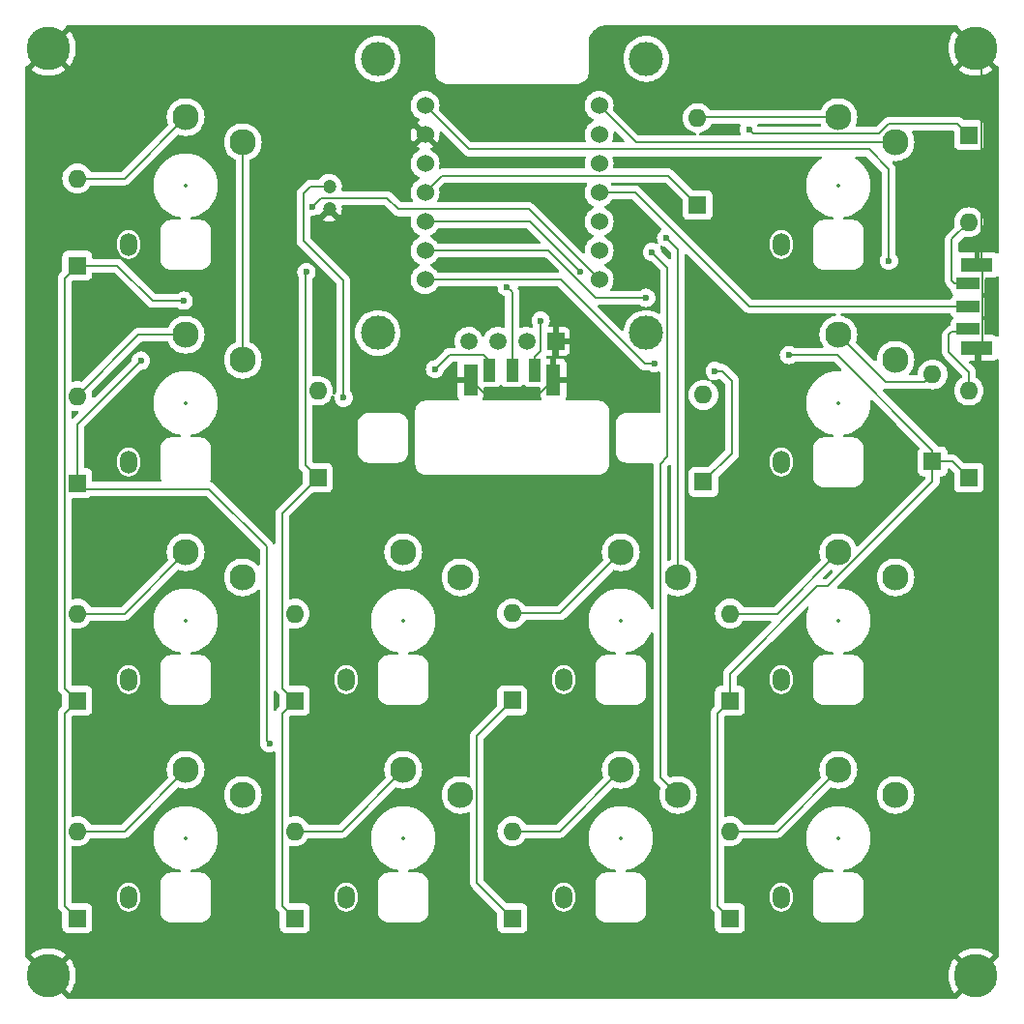
<source format=gtl>
%TF.GenerationSoftware,KiCad,Pcbnew,8.0.8*%
%TF.CreationDate,2025-02-20T23:43:36+01:00*%
%TF.ProjectId,hackpad,6861636b-7061-4642-9e6b-696361645f70,rev?*%
%TF.SameCoordinates,Original*%
%TF.FileFunction,Copper,L1,Top*%
%TF.FilePolarity,Positive*%
%FSLAX46Y46*%
G04 Gerber Fmt 4.6, Leading zero omitted, Abs format (unit mm)*
G04 Created by KiCad (PCBNEW 8.0.8) date 2025-02-20 23:43:36*
%MOMM*%
%LPD*%
G01*
G04 APERTURE LIST*
%TA.AperFunction,ComponentPad*%
%ADD10R,1.508000X1.508000*%
%TD*%
%TA.AperFunction,ComponentPad*%
%ADD11C,1.508000*%
%TD*%
%TA.AperFunction,ComponentPad*%
%ADD12C,3.000000*%
%TD*%
%TA.AperFunction,ComponentPad*%
%ADD13C,2.300000*%
%TD*%
%TA.AperFunction,ComponentPad*%
%ADD14C,3.800000*%
%TD*%
%TA.AperFunction,SMDPad,CuDef*%
%ADD15R,1.250000X2.700000*%
%TD*%
%TA.AperFunction,SMDPad,CuDef*%
%ADD16R,1.000000X2.000000*%
%TD*%
%TA.AperFunction,SMDPad,CuDef*%
%ADD17R,2.700000X1.250000*%
%TD*%
%TA.AperFunction,SMDPad,CuDef*%
%ADD18R,2.000000X1.000000*%
%TD*%
%TA.AperFunction,ComponentPad*%
%ADD19R,1.600000X1.600000*%
%TD*%
%TA.AperFunction,ComponentPad*%
%ADD20O,1.600000X1.600000*%
%TD*%
%TA.AperFunction,ComponentPad*%
%ADD21C,1.524000*%
%TD*%
%TA.AperFunction,ComponentPad*%
%ADD22C,1.200000*%
%TD*%
%TA.AperFunction,ViaPad*%
%ADD23C,0.600000*%
%TD*%
%TA.AperFunction,Conductor*%
%ADD24C,0.200000*%
%TD*%
%ADD25C,0.300000*%
%ADD26C,0.350000*%
%ADD27O,1.499999X1.999999*%
G04 APERTURE END LIST*
D10*
%TO.P,U2,1,GND*%
%TO.N,GND*%
X73810000Y-55055000D03*
D11*
%TO.P,U2,2,VCC_IN*%
%TO.N,VCC*%
X71270000Y-55055000D03*
%TO.P,U2,3,SCL*%
%TO.N,SCL*%
X68730000Y-55055000D03*
%TO.P,U2,4,SDA*%
%TO.N,SDA*%
X66190000Y-55055000D03*
D12*
%TO.P,U2,S1*%
%TO.N,N/C*%
X81750000Y-54325000D03*
%TO.P,U2,S2*%
X58250000Y-54325000D03*
%TO.P,U2,S3*%
X58250000Y-30325000D03*
%TO.P,U2,S4*%
X81750000Y-30325000D03*
%TD*%
D13*
%TO.P,SW1,1,1*%
%TO.N,COL0*%
X46425000Y-37625000D03*
%TO.P,SW1,2,2*%
%TO.N,Net-(D1-A)*%
X41425000Y-35425000D03*
%TD*%
%TO.P,SW4,1,1*%
%TO.N,COL0*%
X103575000Y-56675000D03*
%TO.P,SW4,2,2*%
%TO.N,Net-(D4-A)*%
X98575000Y-54475000D03*
%TD*%
D14*
%TO.P,H2,1,1*%
%TO.N,GND*%
X110600000Y-29400000D03*
%TD*%
%TO.P,H3,1,1*%
%TO.N,GND*%
X29400000Y-29400000D03*
%TD*%
D13*
%TO.P,SW6,1,1*%
%TO.N,COL1*%
X65475000Y-75725000D03*
%TO.P,SW6,2,2*%
%TO.N,Net-(D6-A)*%
X60475000Y-73525000D03*
%TD*%
%TO.P,SW9,1,1*%
%TO.N,COL2*%
X46425000Y-94775000D03*
%TO.P,SW9,2,2*%
%TO.N,Net-(D9-A)*%
X41425000Y-92575000D03*
%TD*%
D14*
%TO.P,H1,1,1*%
%TO.N,GND*%
X110600000Y-110600000D03*
%TD*%
D15*
%TO.P,SW13,4,4*%
%TO.N,GND*%
X73630000Y-58420000D03*
%TO.P,SW13,5,5*%
X66370000Y-58420000D03*
D16*
%TO.P,SW13,A,A*%
%TO.N,Net-(D14-A)*%
X68000000Y-57580000D03*
%TO.P,SW13,B,B*%
%TO.N,Net-(D13-A)*%
X72000000Y-57580000D03*
%TO.P,SW13,C,C*%
%TO.N,COL3*%
X70000000Y-57580000D03*
%TD*%
D13*
%TO.P,SW12,1,1*%
%TO.N,COL2*%
X103575000Y-94775000D03*
%TO.P,SW12,2,2*%
%TO.N,Net-(D12-A)*%
X98575000Y-92575000D03*
%TD*%
D14*
%TO.P,H4,1,1*%
%TO.N,GND*%
X29400000Y-110600000D03*
%TD*%
D13*
%TO.P,SW8,1,1*%
%TO.N,COL1*%
X103575000Y-75725000D03*
%TO.P,SW8,2,2*%
%TO.N,Net-(D8-A)*%
X98575000Y-73525000D03*
%TD*%
%TO.P,SW5,1,1*%
%TO.N,COL1*%
X46425000Y-75725000D03*
%TO.P,SW5,2,2*%
%TO.N,Net-(D5-A)*%
X41425000Y-73525000D03*
%TD*%
%TO.P,SW3,1,1*%
%TO.N,COL0*%
X46425000Y-56675000D03*
%TO.P,SW3,2,2*%
%TO.N,Net-(D3-A)*%
X41425000Y-54475000D03*
%TD*%
D17*
%TO.P,SW14,4,4*%
%TO.N,GND*%
X110720000Y-48370000D03*
%TO.P,SW14,5,5*%
X110720000Y-55630000D03*
D18*
%TO.P,SW14,A,A*%
%TO.N,Net-(D16-A)*%
X109880000Y-54000000D03*
%TO.P,SW14,B,B*%
%TO.N,Net-(D15-A)*%
X109880000Y-50000000D03*
%TO.P,SW14,C,C*%
%TO.N,COL3*%
X109880000Y-52000000D03*
%TD*%
D13*
%TO.P,SW11,1,1*%
%TO.N,COL2*%
X84525000Y-94775000D03*
%TO.P,SW11,2,2*%
%TO.N,Net-(D11-A)*%
X79525000Y-92575000D03*
%TD*%
%TO.P,SW7,1,1*%
%TO.N,COL1*%
X84525000Y-75725000D03*
%TO.P,SW7,2,2*%
%TO.N,Net-(D7-A)*%
X79525000Y-73525000D03*
%TD*%
%TO.P,SW2,1,1*%
%TO.N,COL0*%
X103575000Y-37625000D03*
%TO.P,SW2,2,2*%
%TO.N,Net-(D2-A)*%
X98575000Y-35425000D03*
%TD*%
%TO.P,SW10,1,1*%
%TO.N,COL2*%
X65475000Y-94775000D03*
%TO.P,SW10,2,2*%
%TO.N,Net-(D10-A)*%
X60475000Y-92575000D03*
%TD*%
D19*
%TO.P,D10,1,K*%
%TO.N,ROW1*%
X50975000Y-105575000D03*
D20*
%TO.P,D10,2,A*%
%TO.N,Net-(D10-A)*%
X50975000Y-97955000D03*
%TD*%
D19*
%TO.P,D13,1,K*%
%TO.N,ROW0*%
X86750000Y-67370000D03*
D20*
%TO.P,D13,2,A*%
%TO.N,Net-(D13-A)*%
X86750000Y-59750000D03*
%TD*%
D19*
%TO.P,D8,1,K*%
%TO.N,ROW3*%
X89075000Y-86525000D03*
D20*
%TO.P,D8,2,A*%
%TO.N,Net-(D8-A)*%
X89075000Y-78905000D03*
%TD*%
D19*
%TO.P,D12,1,K*%
%TO.N,ROW3*%
X89075000Y-105575000D03*
D20*
%TO.P,D12,2,A*%
%TO.N,Net-(D12-A)*%
X89075000Y-97955000D03*
%TD*%
D19*
%TO.P,D5,1,K*%
%TO.N,ROW0*%
X31925000Y-86525000D03*
D20*
%TO.P,D5,2,A*%
%TO.N,Net-(D5-A)*%
X31925000Y-78905000D03*
%TD*%
D19*
%TO.P,D14,1,K*%
%TO.N,ROW1*%
X53000000Y-67000000D03*
D20*
%TO.P,D14,2,A*%
%TO.N,Net-(D14-A)*%
X53000000Y-59380000D03*
%TD*%
D19*
%TO.P,D15,1,K*%
%TO.N,ROW2*%
X110000000Y-37000000D03*
D20*
%TO.P,D15,2,A*%
%TO.N,Net-(D15-A)*%
X110000000Y-44620000D03*
%TD*%
D19*
%TO.P,D9,1,K*%
%TO.N,ROW0*%
X31925000Y-105575000D03*
D20*
%TO.P,D9,2,A*%
%TO.N,Net-(D9-A)*%
X31925000Y-97955000D03*
%TD*%
D19*
%TO.P,D1,1,K*%
%TO.N,ROW0*%
X31925000Y-48425000D03*
D20*
%TO.P,D1,2,A*%
%TO.N,Net-(D1-A)*%
X31925000Y-40805000D03*
%TD*%
D19*
%TO.P,D11,1,K*%
%TO.N,ROW2*%
X70025000Y-105575000D03*
D20*
%TO.P,D11,2,A*%
%TO.N,Net-(D11-A)*%
X70025000Y-97955000D03*
%TD*%
D19*
%TO.P,D4,1,K*%
%TO.N,ROW3*%
X106825000Y-65575000D03*
D20*
%TO.P,D4,2,A*%
%TO.N,Net-(D4-A)*%
X106825000Y-57955000D03*
%TD*%
D19*
%TO.P,D7,1,K*%
%TO.N,ROW2*%
X70000000Y-86500000D03*
D20*
%TO.P,D7,2,A*%
%TO.N,Net-(D7-A)*%
X70000000Y-78880000D03*
%TD*%
D19*
%TO.P,D2,1,K*%
%TO.N,ROW1*%
X86250000Y-43120000D03*
D20*
%TO.P,D2,2,A*%
%TO.N,Net-(D2-A)*%
X86250000Y-35500000D03*
%TD*%
D21*
%TO.P,U1,1,GPIO26/ADC0/A0*%
%TO.N,COL0*%
X77620000Y-34405000D03*
%TO.P,U1,2,GPIO27/ADC1/A1*%
%TO.N,COL1*%
X77620000Y-36945000D03*
%TO.P,U1,3,GPIO28/ADC2/A2*%
%TO.N,COL2*%
X77620000Y-39485000D03*
%TO.P,U1,4,GPIO29/ADC3/A3*%
%TO.N,COL3*%
X77620000Y-42025000D03*
%TO.P,U1,5,GPIO6/SDA*%
%TO.N,SDA*%
X77620000Y-44565000D03*
%TO.P,U1,6,GPIO7/SCL*%
%TO.N,SCL*%
X77620000Y-47105000D03*
%TO.P,U1,7,GPIO0/TX*%
%TO.N,LED_DIN*%
X77620000Y-49645000D03*
%TO.P,U1,8,GPIO1/RX*%
%TO.N,ROW3*%
X62380000Y-49645000D03*
%TO.P,U1,9,GPIO2/SCK*%
%TO.N,ROW2*%
X62380000Y-47105000D03*
%TO.P,U1,10,GPIO4/MISO*%
%TO.N,ROW0*%
X62380000Y-44565000D03*
%TO.P,U1,11,GPIO3/MOSI*%
%TO.N,ROW1*%
X62380000Y-42025000D03*
%TO.P,U1,12,3V3*%
%TO.N,3V3*%
X62380000Y-39485000D03*
%TO.P,U1,13,GND*%
%TO.N,GND*%
X62380000Y-36945000D03*
%TO.P,U1,14,VBUS*%
%TO.N,VCC*%
X62380000Y-34405000D03*
%TD*%
D19*
%TO.P,D6,1,K*%
%TO.N,ROW1*%
X50975000Y-86525000D03*
D20*
%TO.P,D6,2,A*%
%TO.N,Net-(D6-A)*%
X50975000Y-78905000D03*
%TD*%
D19*
%TO.P,D16,1,K*%
%TO.N,ROW3*%
X110000000Y-67000000D03*
D20*
%TO.P,D16,2,A*%
%TO.N,Net-(D16-A)*%
X110000000Y-59380000D03*
%TD*%
D22*
%TO.P,C2,1*%
%TO.N,GND*%
X54000000Y-43500000D03*
%TO.P,C2,2*%
%TO.N,VCC*%
X54000000Y-41500000D03*
%TD*%
D19*
%TO.P,D3,1,K*%
%TO.N,ROW2*%
X31925000Y-67475000D03*
D20*
%TO.P,D3,2,A*%
%TO.N,Net-(D3-A)*%
X31925000Y-59855000D03*
%TD*%
D23*
%TO.N,ROW0*%
X87750000Y-57650000D03*
X76000000Y-49000000D03*
X41250000Y-51500000D03*
%TO.N,ROW3*%
X82500000Y-57000000D03*
X94250000Y-56250000D03*
%TO.N,ROW1*%
X52000000Y-49000000D03*
%TO.N,ROW2*%
X37500000Y-56750000D03*
X48750000Y-90250000D03*
X81750000Y-51250000D03*
X90750008Y-36500000D03*
%TO.N,VCC*%
X55250000Y-60000000D03*
X103000000Y-48000000D03*
%TO.N,GND*%
X55750000Y-77750000D03*
X56750000Y-70750000D03*
X111000000Y-57500000D03*
X79750000Y-58420000D03*
%TO.N,COL1*%
X83500000Y-46000000D03*
%TO.N,COL2*%
X82250000Y-47250000D03*
%TO.N,LED_DIN*%
X52500000Y-43250000D03*
%TO.N,Net-(D13-A)*%
X72499997Y-53250003D03*
%TO.N,COL3*%
X69533391Y-50295000D03*
%TO.N,Net-(D14-A)*%
X63250000Y-57500000D03*
%TD*%
D24*
%TO.N,Net-(D1-A)*%
X31925000Y-40805000D02*
X36045000Y-40805000D01*
X36045000Y-40805000D02*
X41425000Y-35425000D01*
%TO.N,ROW0*%
X89250000Y-64870000D02*
X89250000Y-58500000D01*
X38500000Y-51500000D02*
X41250000Y-51500000D01*
X31925000Y-86525000D02*
X30825000Y-85425000D01*
X35425000Y-48425000D02*
X38500000Y-51500000D01*
X30825000Y-87625000D02*
X31925000Y-86525000D01*
X30825000Y-49525000D02*
X31925000Y-48425000D01*
X89250000Y-58500000D02*
X88400000Y-57650000D01*
X88400000Y-57650000D02*
X87750000Y-57650000D01*
X30825000Y-104475000D02*
X30825000Y-87625000D01*
X86750000Y-67370000D02*
X89250000Y-64870000D01*
X62380000Y-44565000D02*
X71565000Y-44565000D01*
X30825000Y-85425000D02*
X30825000Y-49525000D01*
X32000000Y-105650000D02*
X32000000Y-106000000D01*
X31925000Y-105575000D02*
X30825000Y-104475000D01*
X31925000Y-48425000D02*
X35425000Y-48425000D01*
X71565000Y-44565000D02*
X76000000Y-49000000D01*
X31925000Y-105575000D02*
X32000000Y-105650000D01*
%TO.N,Net-(D2-A)*%
X86325000Y-35425000D02*
X86250000Y-35500000D01*
X98575000Y-35425000D02*
X86325000Y-35425000D01*
%TO.N,Net-(D3-A)*%
X37305000Y-54475000D02*
X41425000Y-54475000D01*
X31925000Y-59855000D02*
X37305000Y-54475000D01*
%TO.N,Net-(D4-A)*%
X106825000Y-57955000D02*
X106130610Y-58649390D01*
X102749390Y-58649390D02*
X98575000Y-54475000D01*
X106130610Y-58649390D02*
X102749390Y-58649390D01*
%TO.N,ROW3*%
X89075000Y-105575000D02*
X87975000Y-104475000D01*
X97650610Y-76500000D02*
X106825000Y-67325610D01*
X87975000Y-104475000D02*
X87975000Y-87625000D01*
X94250000Y-56250000D02*
X98451219Y-56250000D01*
X81629415Y-57000000D02*
X82500000Y-57000000D01*
X87975000Y-87625000D02*
X89075000Y-86525000D01*
X106825000Y-64623781D02*
X106825000Y-65575000D01*
X62380000Y-49645000D02*
X74274415Y-49645000D01*
X89075000Y-84175000D02*
X96750000Y-76500000D01*
X106825000Y-65575000D02*
X108575000Y-65575000D01*
X89075000Y-86525000D02*
X89075000Y-84175000D01*
X108575000Y-65575000D02*
X110000000Y-67000000D01*
X74274415Y-49645000D02*
X81629415Y-57000000D01*
X106825000Y-67325610D02*
X106825000Y-65575000D01*
X96750000Y-76500000D02*
X97650610Y-76500000D01*
X98451219Y-56250000D02*
X106825000Y-64623781D01*
%TO.N,Net-(D5-A)*%
X31925000Y-78905000D02*
X36045000Y-78905000D01*
X36045000Y-78905000D02*
X41425000Y-73525000D01*
%TO.N,ROW1*%
X49875000Y-104475000D02*
X49875000Y-87625000D01*
X49875000Y-85425000D02*
X49875000Y-70125000D01*
X50975000Y-86525000D02*
X49875000Y-85425000D01*
X51900000Y-49100000D02*
X52000000Y-49000000D01*
X53000000Y-67000000D02*
X51900000Y-65900000D01*
X51900000Y-65900000D02*
X51900000Y-49100000D01*
X83677000Y-40547000D02*
X63858000Y-40547000D01*
X63858000Y-40547000D02*
X62380000Y-42025000D01*
X49875000Y-87625000D02*
X50975000Y-86525000D01*
X49875000Y-70125000D02*
X53000000Y-67000000D01*
X50975000Y-105575000D02*
X49875000Y-104475000D01*
X86250000Y-43120000D02*
X83677000Y-40547000D01*
%TO.N,Net-(D7-A)*%
X74170000Y-78880000D02*
X79525000Y-73525000D01*
X70000000Y-78880000D02*
X74170000Y-78880000D01*
%TO.N,Net-(D8-A)*%
X89075000Y-78905000D02*
X93195000Y-78905000D01*
X93195000Y-78905000D02*
X98575000Y-73525000D01*
%TO.N,Net-(D9-A)*%
X36045000Y-97955000D02*
X41425000Y-92575000D01*
X31925000Y-97955000D02*
X36045000Y-97955000D01*
%TO.N,ROW2*%
X103000000Y-36000000D02*
X102125000Y-36875000D01*
X110000000Y-37000000D02*
X109000000Y-36000000D01*
X91125008Y-36875000D02*
X90750008Y-36500000D01*
X31925000Y-67475000D02*
X32425000Y-67975000D01*
X70025000Y-105575000D02*
X66925000Y-102475000D01*
X73185761Y-47105000D02*
X77330761Y-51250000D01*
X66925000Y-102475000D02*
X66925000Y-89575000D01*
X32425000Y-67975000D02*
X43475000Y-67975000D01*
X48500000Y-90000000D02*
X48750000Y-90250000D01*
X109000000Y-36000000D02*
X103000000Y-36000000D01*
X48500000Y-73000000D02*
X48500000Y-90000000D01*
X43475000Y-67975000D02*
X48500000Y-73000000D01*
X66925000Y-89575000D02*
X70000000Y-86500000D01*
X62380000Y-47105000D02*
X73185761Y-47105000D01*
X31925000Y-67475000D02*
X31925000Y-62325000D01*
X77330761Y-51250000D02*
X81750000Y-51250000D01*
X31925000Y-62325000D02*
X37500000Y-56750000D01*
X102125000Y-36875000D02*
X91125008Y-36875000D01*
%TO.N,Net-(D10-A)*%
X55095000Y-97955000D02*
X60475000Y-92575000D01*
X50975000Y-97955000D02*
X55095000Y-97955000D01*
%TO.N,Net-(D11-A)*%
X70025000Y-97955000D02*
X74145000Y-97955000D01*
X74145000Y-97955000D02*
X79525000Y-92575000D01*
%TO.N,Net-(D12-A)*%
X93195000Y-97955000D02*
X98575000Y-92575000D01*
X89075000Y-97955000D02*
X93195000Y-97955000D01*
%TO.N,VCC*%
X51724999Y-46224999D02*
X55250000Y-49750000D01*
X66225000Y-38250000D02*
X101250000Y-38250000D01*
X51724999Y-42105760D02*
X51724999Y-46224999D01*
X62380000Y-34405000D02*
X66225000Y-38250000D01*
X103000000Y-40000000D02*
X103000000Y-48000000D01*
X101250000Y-38250000D02*
X103000000Y-40000000D01*
X54000000Y-41500000D02*
X52330759Y-41500000D01*
X55250000Y-49750000D02*
X55250000Y-60000000D01*
X52330759Y-41500000D02*
X51724999Y-42105760D01*
%TO.N,GND*%
X67950000Y-60000000D02*
X72050000Y-60000000D01*
X111100000Y-47990000D02*
X111100000Y-29900000D01*
X73630000Y-58420000D02*
X73630000Y-55235000D01*
X55250000Y-47000000D02*
X55250000Y-44750000D01*
X61400000Y-52400000D02*
X60250000Y-51250000D01*
X60250000Y-51250000D02*
X59500000Y-51250000D01*
X61400000Y-60790318D02*
X61400000Y-67850000D01*
X110720000Y-55630000D02*
X111180000Y-55170000D01*
X111180000Y-48830000D02*
X110720000Y-48370000D01*
X58500000Y-70750000D02*
X55750000Y-73500000D01*
X62330000Y-58420000D02*
X66370000Y-58420000D01*
X61400000Y-60790318D02*
X61400000Y-52400000D01*
X73630000Y-58420000D02*
X79750000Y-58420000D01*
X66370000Y-58420000D02*
X67950000Y-60000000D01*
X59500000Y-51250000D02*
X55250000Y-47000000D01*
X29400000Y-29400000D02*
X33625000Y-33625000D01*
X72050000Y-60000000D02*
X73630000Y-58420000D01*
X61400000Y-60790318D02*
X61400000Y-59350000D01*
X59060000Y-33625000D02*
X62380000Y-36945000D01*
X73630000Y-55235000D02*
X73810000Y-55055000D01*
X111000000Y-57500000D02*
X111000000Y-55910000D01*
X111000000Y-55910000D02*
X110720000Y-55630000D01*
X111100000Y-29900000D02*
X110600000Y-29400000D01*
X58500000Y-70750000D02*
X56750000Y-70750000D01*
X55750000Y-73500000D02*
X55750000Y-77750000D01*
X55250000Y-44750000D02*
X54000000Y-43500000D01*
X33625000Y-33625000D02*
X59060000Y-33625000D01*
X111180000Y-55170000D02*
X111180000Y-48830000D01*
X110720000Y-48370000D02*
X111100000Y-47990000D01*
X61400000Y-67850000D02*
X58500000Y-70750000D01*
X61400000Y-59350000D02*
X62330000Y-58420000D01*
%TO.N,COL0*%
X80840000Y-37625000D02*
X103575000Y-37625000D01*
X46425000Y-37625000D02*
X46425000Y-56675000D01*
X77620000Y-34405000D02*
X80840000Y-37625000D01*
%TO.N,COL1*%
X84525000Y-47025000D02*
X83500000Y-46000000D01*
X84525000Y-75725000D02*
X84525000Y-47025000D01*
%TO.N,COL2*%
X83612852Y-65146830D02*
X83612852Y-48612852D01*
X83612852Y-48612852D02*
X82250000Y-47250000D01*
X82959682Y-93209682D02*
X82959682Y-65800000D01*
X82959682Y-65800000D02*
X83612852Y-65146830D01*
X84525000Y-94775000D02*
X82959682Y-93209682D01*
%TO.N,LED_DIN*%
X60043500Y-43503000D02*
X59040497Y-42499997D01*
X53250003Y-42499997D02*
X52500000Y-43250000D01*
X77620000Y-49645000D02*
X71478000Y-43503000D01*
X71478000Y-43503000D02*
X60043500Y-43503000D01*
X59040497Y-42499997D02*
X53250003Y-42499997D01*
%TO.N,Net-(D13-A)*%
X72499997Y-55880003D02*
X72499997Y-53250003D01*
X72000000Y-57580000D02*
X72000000Y-56380000D01*
X72000000Y-56380000D02*
X72499997Y-55880003D01*
%TO.N,COL3*%
X109880000Y-52000000D02*
X90750000Y-52000000D01*
X80775000Y-42025000D02*
X77620000Y-42025000D01*
X70000000Y-50761609D02*
X69533391Y-50295000D01*
X90750000Y-52000000D02*
X80775000Y-42025000D01*
X70000000Y-57580000D02*
X70000000Y-50761609D01*
%TO.N,Net-(D14-A)*%
X68000000Y-57580000D02*
X68000000Y-56750000D01*
X68000000Y-56750000D02*
X67500000Y-56250000D01*
X67500000Y-56250000D02*
X64500000Y-56250000D01*
X64500000Y-56250000D02*
X63250000Y-57500000D01*
%TO.N,Net-(D15-A)*%
X108750000Y-50000000D02*
X109880000Y-50000000D01*
X110000000Y-44620000D02*
X108500000Y-46120000D01*
X108500000Y-46120000D02*
X108500000Y-49750000D01*
X108500000Y-49750000D02*
X108750000Y-50000000D01*
%TO.N,Net-(D16-A)*%
X108250000Y-56000000D02*
X108250000Y-54500000D01*
X109630000Y-54250000D02*
X109880000Y-54000000D01*
X108250000Y-54500000D02*
X108500000Y-54250000D01*
X110000000Y-57750000D02*
X108250000Y-56000000D01*
X110000000Y-59380000D02*
X110000000Y-57750000D01*
X108500000Y-54250000D02*
X109630000Y-54250000D01*
%TD*%
%TA.AperFunction,Conductor*%
%TO.N,GND*%
G36*
X61804418Y-27400816D02*
G01*
X62004561Y-27415130D01*
X62022063Y-27417647D01*
X62213797Y-27459355D01*
X62230755Y-27464334D01*
X62413692Y-27532567D01*
X62414609Y-27532909D01*
X62430701Y-27540259D01*
X62602904Y-27634288D01*
X62617784Y-27643849D01*
X62774867Y-27761441D01*
X62788237Y-27773027D01*
X62926972Y-27911762D01*
X62938558Y-27925132D01*
X62984516Y-27986525D01*
X63056146Y-28082210D01*
X63065711Y-28097095D01*
X63159740Y-28269298D01*
X63167090Y-28285390D01*
X63235662Y-28469236D01*
X63240646Y-28486212D01*
X63282351Y-28677931D01*
X63284869Y-28695442D01*
X63299184Y-28895580D01*
X63299500Y-28904427D01*
X63299500Y-31587534D01*
X63329898Y-31759937D01*
X63389775Y-31924446D01*
X63477309Y-32076057D01*
X63589836Y-32210163D01*
X63723942Y-32322690D01*
X63723943Y-32322691D01*
X63723945Y-32322692D01*
X63875555Y-32410225D01*
X64040062Y-32470101D01*
X64212468Y-32500500D01*
X64212472Y-32500500D01*
X75787528Y-32500500D01*
X75787532Y-32500500D01*
X75959938Y-32470101D01*
X76124445Y-32410225D01*
X76276055Y-32322692D01*
X76410163Y-32210163D01*
X76522692Y-32076055D01*
X76610225Y-31924445D01*
X76670101Y-31759938D01*
X76700500Y-31587532D01*
X76700500Y-31500000D01*
X76700500Y-31434108D01*
X76700500Y-30324998D01*
X79744390Y-30324998D01*
X79744390Y-30325001D01*
X79764804Y-30610433D01*
X79825628Y-30890037D01*
X79825630Y-30890043D01*
X79825631Y-30890046D01*
X79925633Y-31158161D01*
X79925635Y-31158166D01*
X80062770Y-31409309D01*
X80062775Y-31409317D01*
X80234254Y-31638387D01*
X80234270Y-31638405D01*
X80436594Y-31840729D01*
X80436612Y-31840745D01*
X80665682Y-32012224D01*
X80665690Y-32012229D01*
X80916833Y-32149364D01*
X80916832Y-32149364D01*
X80916836Y-32149365D01*
X80916839Y-32149367D01*
X81184954Y-32249369D01*
X81184960Y-32249370D01*
X81184962Y-32249371D01*
X81464566Y-32310195D01*
X81464568Y-32310195D01*
X81464572Y-32310196D01*
X81718220Y-32328337D01*
X81749999Y-32330610D01*
X81750000Y-32330610D01*
X81750001Y-32330610D01*
X81778595Y-32328564D01*
X82035428Y-32310196D01*
X82315046Y-32249369D01*
X82583161Y-32149367D01*
X82834315Y-32012226D01*
X83063395Y-31840739D01*
X83265739Y-31638395D01*
X83437226Y-31409315D01*
X83574367Y-31158161D01*
X83674369Y-30890046D01*
X83735196Y-30610428D01*
X83755610Y-30325000D01*
X83735196Y-30039572D01*
X83726161Y-29998040D01*
X83674371Y-29759962D01*
X83674370Y-29759960D01*
X83674369Y-29759954D01*
X83574367Y-29491839D01*
X83524219Y-29400001D01*
X83437229Y-29240690D01*
X83437224Y-29240682D01*
X83265745Y-29011612D01*
X83265729Y-29011594D01*
X83063405Y-28809270D01*
X83063387Y-28809254D01*
X82834317Y-28637775D01*
X82834309Y-28637770D01*
X82583166Y-28500635D01*
X82583167Y-28500635D01*
X82472064Y-28459196D01*
X82315046Y-28400631D01*
X82315043Y-28400630D01*
X82315037Y-28400628D01*
X82035433Y-28339804D01*
X81750001Y-28319390D01*
X81749999Y-28319390D01*
X81464566Y-28339804D01*
X81184962Y-28400628D01*
X80916833Y-28500635D01*
X80665690Y-28637770D01*
X80665682Y-28637775D01*
X80436612Y-28809254D01*
X80436594Y-28809270D01*
X80234270Y-29011594D01*
X80234254Y-29011612D01*
X80062775Y-29240682D01*
X80062770Y-29240690D01*
X79925635Y-29491833D01*
X79825628Y-29759962D01*
X79764804Y-30039566D01*
X79744390Y-30324998D01*
X76700500Y-30324998D01*
X76700500Y-28904427D01*
X76700816Y-28895581D01*
X76715130Y-28695443D01*
X76715131Y-28695442D01*
X76715130Y-28695436D01*
X76717646Y-28677938D01*
X76759356Y-28486199D01*
X76764333Y-28469248D01*
X76832911Y-28285385D01*
X76840259Y-28269298D01*
X76902815Y-28154734D01*
X76934291Y-28097089D01*
X76943845Y-28082221D01*
X77061448Y-27925123D01*
X77073020Y-27911769D01*
X77211769Y-27773020D01*
X77225123Y-27761448D01*
X77382221Y-27643845D01*
X77397089Y-27634291D01*
X77569298Y-27540258D01*
X77585385Y-27532911D01*
X77769248Y-27464333D01*
X77786199Y-27459356D01*
X77977938Y-27417646D01*
X77995436Y-27415130D01*
X78195582Y-27400816D01*
X78204428Y-27400500D01*
X78265892Y-27400500D01*
X108962851Y-27400500D01*
X109029890Y-27420185D01*
X109075645Y-27472989D01*
X109086187Y-27532634D01*
X110017262Y-28463709D01*
X109883398Y-28560967D01*
X109760967Y-28683398D01*
X109663709Y-28817262D01*
X108735311Y-27888864D01*
X108654520Y-27986525D01*
X108654518Y-27986528D01*
X108492707Y-28241502D01*
X108492704Y-28241508D01*
X108364127Y-28514747D01*
X108364125Y-28514752D01*
X108270805Y-28801959D01*
X108214216Y-29098609D01*
X108214215Y-29098616D01*
X108195255Y-29399994D01*
X108195255Y-29400005D01*
X108214215Y-29701383D01*
X108214216Y-29701390D01*
X108270805Y-29998040D01*
X108364125Y-30285247D01*
X108364127Y-30285252D01*
X108492704Y-30558491D01*
X108492707Y-30558497D01*
X108654516Y-30813469D01*
X108735311Y-30911133D01*
X109663708Y-29982736D01*
X109760967Y-30116602D01*
X109883398Y-30239033D01*
X110017262Y-30336290D01*
X109086564Y-31266987D01*
X109086565Y-31266989D01*
X109311461Y-31430385D01*
X109311479Y-31430397D01*
X109576109Y-31575878D01*
X109576117Y-31575882D01*
X109856889Y-31687047D01*
X109856892Y-31687048D01*
X110149399Y-31762150D01*
X110448995Y-31799999D01*
X110449007Y-31800000D01*
X110750993Y-31800000D01*
X110751004Y-31799999D01*
X111050600Y-31762150D01*
X111343107Y-31687048D01*
X111343110Y-31687047D01*
X111623882Y-31575882D01*
X111623890Y-31575878D01*
X111888520Y-31430397D01*
X111888530Y-31430390D01*
X112113433Y-31266987D01*
X112113434Y-31266987D01*
X111182737Y-30336290D01*
X111316602Y-30239033D01*
X111439033Y-30116602D01*
X111536290Y-29982737D01*
X112464687Y-30911134D01*
X112469658Y-30910900D01*
X112537551Y-30927404D01*
X112585742Y-30977994D01*
X112599500Y-31034762D01*
X112599500Y-47269080D01*
X112579815Y-47336119D01*
X112527011Y-47381874D01*
X112457853Y-47391818D01*
X112401189Y-47368347D01*
X112312089Y-47301647D01*
X112312086Y-47301645D01*
X112177379Y-47251403D01*
X112177372Y-47251401D01*
X112117844Y-47245000D01*
X110970000Y-47245000D01*
X110970000Y-48246000D01*
X110950315Y-48313039D01*
X110897511Y-48358794D01*
X110846000Y-48370000D01*
X110594000Y-48370000D01*
X110526961Y-48350315D01*
X110481206Y-48297511D01*
X110470000Y-48246000D01*
X110470000Y-47245000D01*
X109322155Y-47245000D01*
X109262627Y-47251401D01*
X109255070Y-47253187D01*
X109254417Y-47250426D01*
X109198092Y-47254431D01*
X109136783Y-47220921D01*
X109103323Y-47159584D01*
X109100500Y-47133276D01*
X109100500Y-46420096D01*
X109120185Y-46353057D01*
X109136815Y-46332419D01*
X109557294Y-45911939D01*
X109618615Y-45878456D01*
X109677066Y-45879847D01*
X109696604Y-45885082D01*
X109773308Y-45905635D01*
X109935230Y-45919801D01*
X109999998Y-45925468D01*
X110000000Y-45925468D01*
X110000002Y-45925468D01*
X110056673Y-45920509D01*
X110226692Y-45905635D01*
X110446496Y-45846739D01*
X110652734Y-45750568D01*
X110839139Y-45620047D01*
X111000047Y-45459139D01*
X111130568Y-45272734D01*
X111226739Y-45066496D01*
X111285635Y-44846692D01*
X111305468Y-44620000D01*
X111285635Y-44393308D01*
X111227405Y-44175989D01*
X111226741Y-44173511D01*
X111226738Y-44173502D01*
X111221529Y-44162331D01*
X111130568Y-43967266D01*
X111000047Y-43780861D01*
X111000045Y-43780858D01*
X110839141Y-43619954D01*
X110652734Y-43489432D01*
X110652732Y-43489431D01*
X110446497Y-43393261D01*
X110446488Y-43393258D01*
X110226697Y-43334366D01*
X110226693Y-43334365D01*
X110226692Y-43334365D01*
X110226691Y-43334364D01*
X110226686Y-43334364D01*
X110000002Y-43314532D01*
X109999998Y-43314532D01*
X109773313Y-43334364D01*
X109773302Y-43334366D01*
X109553511Y-43393258D01*
X109553502Y-43393261D01*
X109347267Y-43489431D01*
X109347265Y-43489432D01*
X109160858Y-43619954D01*
X108999954Y-43780858D01*
X108869432Y-43967265D01*
X108869431Y-43967267D01*
X108773261Y-44173502D01*
X108773258Y-44173511D01*
X108714366Y-44393302D01*
X108714364Y-44393313D01*
X108694532Y-44619998D01*
X108694532Y-44620001D01*
X108714364Y-44846686D01*
X108714366Y-44846697D01*
X108740152Y-44942931D01*
X108738489Y-45012781D01*
X108708058Y-45062705D01*
X108131286Y-45639478D01*
X108019481Y-45751282D01*
X108019480Y-45751284D01*
X107983808Y-45813070D01*
X107940423Y-45888215D01*
X107899499Y-46040943D01*
X107899499Y-46040945D01*
X107899499Y-46209046D01*
X107899500Y-46209059D01*
X107899500Y-49663330D01*
X107899499Y-49663348D01*
X107899499Y-49829054D01*
X107899498Y-49829054D01*
X107940423Y-49981785D01*
X107954126Y-50005519D01*
X108019477Y-50118712D01*
X108019481Y-50118717D01*
X108138349Y-50237585D01*
X108138355Y-50237590D01*
X108265139Y-50364374D01*
X108265160Y-50364397D01*
X108343181Y-50442418D01*
X108376666Y-50503741D01*
X108379500Y-50530093D01*
X108379500Y-50547866D01*
X108379501Y-50547877D01*
X108385908Y-50607483D01*
X108436202Y-50742328D01*
X108436206Y-50742335D01*
X108522452Y-50857544D01*
X108522453Y-50857544D01*
X108522454Y-50857546D01*
X108551615Y-50879376D01*
X108580145Y-50900734D01*
X108622015Y-50956668D01*
X108626999Y-51026360D01*
X108593513Y-51087683D01*
X108580145Y-51099266D01*
X108522452Y-51142455D01*
X108436206Y-51257664D01*
X108436202Y-51257671D01*
X108413391Y-51318833D01*
X108371520Y-51374767D01*
X108306056Y-51399184D01*
X108297209Y-51399500D01*
X91050097Y-51399500D01*
X90983058Y-51379815D01*
X90962416Y-51363181D01*
X86522778Y-46923543D01*
X92574499Y-46923543D01*
X92612947Y-47116829D01*
X92612950Y-47116839D01*
X92688364Y-47298907D01*
X92688371Y-47298920D01*
X92797860Y-47462781D01*
X92797863Y-47462785D01*
X92937214Y-47602136D01*
X92937218Y-47602139D01*
X93101079Y-47711628D01*
X93101092Y-47711635D01*
X93283160Y-47787049D01*
X93283165Y-47787051D01*
X93283169Y-47787051D01*
X93283170Y-47787052D01*
X93476456Y-47825500D01*
X93476459Y-47825500D01*
X93673543Y-47825500D01*
X93803582Y-47799632D01*
X93866835Y-47787051D01*
X94048914Y-47711632D01*
X94212782Y-47602139D01*
X94352139Y-47462782D01*
X94461632Y-47298914D01*
X94461705Y-47298739D01*
X94492358Y-47224735D01*
X94537051Y-47116835D01*
X94575500Y-46923541D01*
X94575500Y-46226459D01*
X94575500Y-46226456D01*
X94537052Y-46033170D01*
X94537051Y-46033169D01*
X94537051Y-46033165D01*
X94526406Y-46007465D01*
X94461635Y-45851092D01*
X94461628Y-45851079D01*
X94352139Y-45687218D01*
X94352136Y-45687214D01*
X94212785Y-45547863D01*
X94212781Y-45547860D01*
X94048920Y-45438371D01*
X94048907Y-45438364D01*
X93866839Y-45362950D01*
X93866829Y-45362947D01*
X93673543Y-45324500D01*
X93673541Y-45324500D01*
X93476459Y-45324500D01*
X93476457Y-45324500D01*
X93283170Y-45362947D01*
X93283160Y-45362950D01*
X93101092Y-45438364D01*
X93101079Y-45438371D01*
X92937218Y-45547860D01*
X92937214Y-45547863D01*
X92797863Y-45687214D01*
X92797860Y-45687218D01*
X92688371Y-45851079D01*
X92688364Y-45851092D01*
X92612950Y-46033160D01*
X92612947Y-46033170D01*
X92574500Y-46226456D01*
X92574500Y-46226459D01*
X92574500Y-46923541D01*
X92574500Y-46923543D01*
X92574499Y-46923543D01*
X86522778Y-46923543D01*
X81262590Y-41663355D01*
X81262588Y-41663352D01*
X81143717Y-41544481D01*
X81143716Y-41544480D01*
X81056904Y-41494360D01*
X81056904Y-41494359D01*
X81056900Y-41494358D01*
X81006785Y-41465423D01*
X80854057Y-41424499D01*
X80695943Y-41424499D01*
X80688347Y-41424499D01*
X80688331Y-41424500D01*
X78805304Y-41424500D01*
X78738265Y-41404815D01*
X78703729Y-41371623D01*
X78683423Y-41342623D01*
X78661096Y-41276417D01*
X78678106Y-41208650D01*
X78729054Y-41160837D01*
X78784998Y-41147500D01*
X83376903Y-41147500D01*
X83443942Y-41167185D01*
X83464584Y-41183819D01*
X84913181Y-42632416D01*
X84946666Y-42693739D01*
X84949500Y-42720097D01*
X84949500Y-43967870D01*
X84949501Y-43967876D01*
X84955908Y-44027483D01*
X85006202Y-44162328D01*
X85006206Y-44162335D01*
X85092452Y-44277544D01*
X85092455Y-44277547D01*
X85207664Y-44363793D01*
X85207671Y-44363797D01*
X85342517Y-44414091D01*
X85342516Y-44414091D01*
X85349444Y-44414835D01*
X85402127Y-44420500D01*
X87097872Y-44420499D01*
X87157483Y-44414091D01*
X87292331Y-44363796D01*
X87407546Y-44277546D01*
X87493796Y-44162331D01*
X87544091Y-44027483D01*
X87550500Y-43967873D01*
X87550499Y-42272128D01*
X87544091Y-42212517D01*
X87539982Y-42201501D01*
X87493797Y-42077671D01*
X87493793Y-42077664D01*
X87407547Y-41962455D01*
X87407544Y-41962452D01*
X87292335Y-41876206D01*
X87292328Y-41876202D01*
X87157482Y-41825908D01*
X87157483Y-41825908D01*
X87097883Y-41819501D01*
X87097881Y-41819500D01*
X87097873Y-41819500D01*
X87097865Y-41819500D01*
X85850097Y-41819500D01*
X85783058Y-41799815D01*
X85762416Y-41783181D01*
X84164590Y-40185355D01*
X84164588Y-40185352D01*
X84045717Y-40066481D01*
X84045716Y-40066480D01*
X83942671Y-40006987D01*
X83942671Y-40006986D01*
X83942668Y-40006986D01*
X83908785Y-39987423D01*
X83756057Y-39946499D01*
X83597943Y-39946499D01*
X83590347Y-39946499D01*
X83590331Y-39946500D01*
X78964978Y-39946500D01*
X78897939Y-39926815D01*
X78852184Y-39874011D01*
X78842240Y-39804853D01*
X78845201Y-39790414D01*
X78868070Y-39705068D01*
X78882509Y-39540017D01*
X78887323Y-39485002D01*
X78887323Y-39484997D01*
X78874072Y-39333538D01*
X78868070Y-39264932D01*
X78810894Y-39051550D01*
X78799400Y-39026902D01*
X78788910Y-38957826D01*
X78817431Y-38894042D01*
X78875907Y-38855803D01*
X78911784Y-38850500D01*
X96978098Y-38850500D01*
X97045137Y-38870185D01*
X97090892Y-38922989D01*
X97100836Y-38992147D01*
X97071811Y-39055703D01*
X97044070Y-39079494D01*
X96951878Y-39137422D01*
X96705956Y-39333538D01*
X96483538Y-39555956D01*
X96287422Y-39801878D01*
X96120072Y-40068213D01*
X95983598Y-40351604D01*
X95879711Y-40648498D01*
X95879710Y-40648500D01*
X95809718Y-40955156D01*
X95809716Y-40955172D01*
X95774500Y-41267722D01*
X95774500Y-41582277D01*
X95809716Y-41894827D01*
X95809718Y-41894843D01*
X95879710Y-42201499D01*
X95879711Y-42201501D01*
X95983598Y-42498395D01*
X96120072Y-42781786D01*
X96120074Y-42781789D01*
X96287423Y-43048123D01*
X96399422Y-43188565D01*
X96482166Y-43292323D01*
X96483539Y-43294044D01*
X96705956Y-43516461D01*
X96951877Y-43712577D01*
X97218211Y-43879926D01*
X97501606Y-44016402D01*
X97798500Y-44120289D01*
X98058398Y-44179609D01*
X98119377Y-44213718D01*
X98152235Y-44275379D01*
X98146540Y-44345016D01*
X98104100Y-44400520D01*
X98038390Y-44424268D01*
X98030806Y-44424500D01*
X97287465Y-44424500D01*
X97115062Y-44454898D01*
X96950553Y-44514775D01*
X96798942Y-44602309D01*
X96664836Y-44714836D01*
X96552309Y-44848942D01*
X96464775Y-45000553D01*
X96404898Y-45165062D01*
X96374500Y-45337465D01*
X96374500Y-47912534D01*
X96404898Y-48084937D01*
X96464775Y-48249446D01*
X96552309Y-48401057D01*
X96664836Y-48535163D01*
X96798942Y-48647690D01*
X96798943Y-48647691D01*
X96798945Y-48647692D01*
X96895054Y-48703181D01*
X96934211Y-48725789D01*
X96950555Y-48735225D01*
X97115062Y-48795101D01*
X97287468Y-48825500D01*
X97287472Y-48825500D01*
X99862528Y-48825500D01*
X99862532Y-48825500D01*
X100034938Y-48795101D01*
X100199445Y-48735225D01*
X100351055Y-48647692D01*
X100485163Y-48535163D01*
X100597692Y-48401055D01*
X100685225Y-48249445D01*
X100745101Y-48084938D01*
X100775500Y-47912532D01*
X100775500Y-47825000D01*
X100775500Y-47759108D01*
X100775500Y-45359108D01*
X100775500Y-45337468D01*
X100745101Y-45165062D01*
X100685225Y-45000555D01*
X100597692Y-44848945D01*
X100597691Y-44848943D01*
X100597690Y-44848942D01*
X100485163Y-44714836D01*
X100351057Y-44602309D01*
X100199446Y-44514775D01*
X100034937Y-44454898D01*
X99862534Y-44424500D01*
X99862532Y-44424500D01*
X99840892Y-44424500D01*
X99119194Y-44424500D01*
X99052155Y-44404815D01*
X99006400Y-44352011D01*
X98996456Y-44282853D01*
X99025481Y-44219297D01*
X99084259Y-44181523D01*
X99091602Y-44179609D01*
X99170456Y-44161610D01*
X99351500Y-44120289D01*
X99648394Y-44016402D01*
X99931789Y-43879926D01*
X100198123Y-43712577D01*
X100444044Y-43516461D01*
X100666461Y-43294044D01*
X100862577Y-43048123D01*
X101029926Y-42781789D01*
X101166402Y-42498394D01*
X101270289Y-42201500D01*
X101340282Y-41894840D01*
X101375500Y-41582273D01*
X101375500Y-41267727D01*
X101340282Y-40955160D01*
X101270289Y-40648500D01*
X101166402Y-40351606D01*
X101029926Y-40068211D01*
X100862577Y-39801877D01*
X100666461Y-39555956D01*
X100444044Y-39333539D01*
X100198123Y-39137423D01*
X100105930Y-39079494D01*
X100059639Y-39027159D01*
X100048991Y-38958106D01*
X100077366Y-38894257D01*
X100135756Y-38855885D01*
X100171902Y-38850500D01*
X100949903Y-38850500D01*
X101016942Y-38870185D01*
X101037584Y-38886819D01*
X102363181Y-40212416D01*
X102396666Y-40273739D01*
X102399500Y-40300097D01*
X102399500Y-47417587D01*
X102379815Y-47484626D01*
X102372450Y-47494896D01*
X102370186Y-47497734D01*
X102274211Y-47650476D01*
X102214631Y-47820745D01*
X102214630Y-47820750D01*
X102194435Y-47999996D01*
X102194435Y-48000003D01*
X102214630Y-48179249D01*
X102214631Y-48179254D01*
X102274211Y-48349523D01*
X102360834Y-48487382D01*
X102370184Y-48502262D01*
X102497738Y-48629816D01*
X102650478Y-48725789D01*
X102677442Y-48735224D01*
X102820745Y-48785368D01*
X102820750Y-48785369D01*
X102999996Y-48805565D01*
X103000000Y-48805565D01*
X103000004Y-48805565D01*
X103179249Y-48785369D01*
X103179252Y-48785368D01*
X103179255Y-48785368D01*
X103349522Y-48725789D01*
X103502262Y-48629816D01*
X103629816Y-48502262D01*
X103725789Y-48349522D01*
X103785368Y-48179255D01*
X103795995Y-48084937D01*
X103805565Y-48000003D01*
X103805565Y-47999996D01*
X103785369Y-47820750D01*
X103785368Y-47820745D01*
X103761317Y-47752011D01*
X103725789Y-47650478D01*
X103629816Y-47497738D01*
X103629814Y-47497736D01*
X103629813Y-47497734D01*
X103627550Y-47494896D01*
X103626659Y-47492715D01*
X103626111Y-47491842D01*
X103626264Y-47491745D01*
X103601144Y-47430209D01*
X103600500Y-47417587D01*
X103600500Y-40089060D01*
X103600501Y-40089047D01*
X103600501Y-39920944D01*
X103599833Y-39918450D01*
X103559577Y-39768216D01*
X103523120Y-39705070D01*
X103480524Y-39631290D01*
X103480518Y-39631282D01*
X103329482Y-39480246D01*
X103295997Y-39418923D01*
X103300981Y-39349231D01*
X103342853Y-39293298D01*
X103408317Y-39268881D01*
X103426881Y-39268946D01*
X103575000Y-39280604D01*
X103833994Y-39260221D01*
X104086610Y-39199573D01*
X104326628Y-39100154D01*
X104548140Y-38964412D01*
X104745689Y-38795689D01*
X104914412Y-38598140D01*
X105050154Y-38376628D01*
X105149573Y-38136610D01*
X105210221Y-37883994D01*
X105230604Y-37625000D01*
X105210221Y-37366006D01*
X105149573Y-37113390D01*
X105086896Y-36962074D01*
X105050154Y-36873371D01*
X104998629Y-36789290D01*
X104980384Y-36721844D01*
X105001500Y-36655242D01*
X105055272Y-36610628D01*
X105104356Y-36600500D01*
X108575500Y-36600500D01*
X108642539Y-36620185D01*
X108688294Y-36672989D01*
X108699500Y-36724500D01*
X108699500Y-37847870D01*
X108699501Y-37847876D01*
X108705908Y-37907483D01*
X108756202Y-38042328D01*
X108756206Y-38042335D01*
X108842452Y-38157544D01*
X108842455Y-38157547D01*
X108957664Y-38243793D01*
X108957671Y-38243797D01*
X109092517Y-38294091D01*
X109092516Y-38294091D01*
X109099444Y-38294835D01*
X109152127Y-38300500D01*
X110847872Y-38300499D01*
X110907483Y-38294091D01*
X111042331Y-38243796D01*
X111157546Y-38157546D01*
X111243796Y-38042331D01*
X111294091Y-37907483D01*
X111300500Y-37847873D01*
X111300499Y-36152128D01*
X111294091Y-36092517D01*
X111289668Y-36080659D01*
X111243797Y-35957671D01*
X111243793Y-35957664D01*
X111157547Y-35842455D01*
X111157544Y-35842452D01*
X111042335Y-35756206D01*
X111042328Y-35756202D01*
X110907482Y-35705908D01*
X110907483Y-35705908D01*
X110847883Y-35699501D01*
X110847881Y-35699500D01*
X110847873Y-35699500D01*
X110847865Y-35699500D01*
X109600097Y-35699500D01*
X109533058Y-35679815D01*
X109512416Y-35663181D01*
X109487590Y-35638355D01*
X109487588Y-35638352D01*
X109368717Y-35519481D01*
X109368716Y-35519480D01*
X109281904Y-35469360D01*
X109281904Y-35469359D01*
X109281900Y-35469358D01*
X109231785Y-35440423D01*
X109079057Y-35399499D01*
X108920943Y-35399499D01*
X108913347Y-35399499D01*
X108913331Y-35399500D01*
X103086669Y-35399500D01*
X103086653Y-35399499D01*
X103079057Y-35399499D01*
X102920943Y-35399499D01*
X102813587Y-35428265D01*
X102768210Y-35440424D01*
X102768209Y-35440425D01*
X102718096Y-35469359D01*
X102718095Y-35469360D01*
X102674689Y-35494420D01*
X102631285Y-35519479D01*
X102631282Y-35519481D01*
X102554870Y-35595894D01*
X102519480Y-35631284D01*
X102519478Y-35631286D01*
X102204268Y-35946497D01*
X101912584Y-36238181D01*
X101851261Y-36271666D01*
X101824903Y-36274500D01*
X100195193Y-36274500D01*
X100128154Y-36254815D01*
X100082399Y-36202011D01*
X100072455Y-36132853D01*
X100080632Y-36103047D01*
X100082727Y-36097989D01*
X100149573Y-35936610D01*
X100210221Y-35683994D01*
X100230604Y-35425000D01*
X100210221Y-35166006D01*
X100149573Y-34913390D01*
X100081047Y-34747953D01*
X100050156Y-34673376D01*
X100020555Y-34625072D01*
X99914412Y-34451860D01*
X99745689Y-34254311D01*
X99548140Y-34085588D01*
X99326628Y-33949846D01*
X99326627Y-33949845D01*
X99326623Y-33949843D01*
X99160627Y-33881086D01*
X99086610Y-33850427D01*
X99086611Y-33850427D01*
X98948921Y-33817370D01*
X98833994Y-33789779D01*
X98833992Y-33789778D01*
X98833991Y-33789778D01*
X98575000Y-33769396D01*
X98316009Y-33789778D01*
X98063389Y-33850427D01*
X97823376Y-33949843D01*
X97601859Y-34085588D01*
X97404311Y-34254311D01*
X97235588Y-34451859D01*
X97099843Y-34673376D01*
X97068953Y-34747953D01*
X97025112Y-34802356D01*
X96958818Y-34824421D01*
X96954392Y-34824500D01*
X87429178Y-34824500D01*
X87362139Y-34804815D01*
X87327603Y-34771623D01*
X87250045Y-34660858D01*
X87089141Y-34499954D01*
X86902734Y-34369432D01*
X86902732Y-34369431D01*
X86696497Y-34273261D01*
X86696488Y-34273258D01*
X86476697Y-34214366D01*
X86476693Y-34214365D01*
X86476692Y-34214365D01*
X86476691Y-34214364D01*
X86476686Y-34214364D01*
X86250002Y-34194532D01*
X86249998Y-34194532D01*
X86023313Y-34214364D01*
X86023302Y-34214366D01*
X85803511Y-34273258D01*
X85803502Y-34273261D01*
X85597267Y-34369431D01*
X85597265Y-34369432D01*
X85410858Y-34499954D01*
X85249954Y-34660858D01*
X85119432Y-34847265D01*
X85119431Y-34847267D01*
X85023261Y-35053502D01*
X85023258Y-35053511D01*
X84964366Y-35273302D01*
X84964364Y-35273313D01*
X84944532Y-35499998D01*
X84944532Y-35500001D01*
X84964364Y-35726686D01*
X84964366Y-35726697D01*
X85023258Y-35946488D01*
X85023261Y-35946497D01*
X85119431Y-36152732D01*
X85119432Y-36152734D01*
X85249954Y-36339141D01*
X85410858Y-36500045D01*
X85410861Y-36500047D01*
X85597266Y-36630568D01*
X85803504Y-36726739D01*
X85977754Y-36773429D01*
X86004984Y-36780725D01*
X86064645Y-36817090D01*
X86095174Y-36879937D01*
X86086879Y-36949312D01*
X86042394Y-37003190D01*
X85975842Y-37024465D01*
X85972891Y-37024500D01*
X81140098Y-37024500D01*
X81073059Y-37004815D01*
X81052417Y-36988181D01*
X78880914Y-34816679D01*
X78847429Y-34755356D01*
X78848821Y-34696902D01*
X78855127Y-34673372D01*
X78868070Y-34625068D01*
X78887323Y-34405000D01*
X78868070Y-34184932D01*
X78810894Y-33971550D01*
X78717534Y-33771339D01*
X78590826Y-33590380D01*
X78434620Y-33434174D01*
X78434616Y-33434171D01*
X78434615Y-33434170D01*
X78253666Y-33307468D01*
X78253662Y-33307466D01*
X78253660Y-33307465D01*
X78053450Y-33214106D01*
X78053447Y-33214105D01*
X78053445Y-33214104D01*
X77840070Y-33156930D01*
X77840062Y-33156929D01*
X77620002Y-33137677D01*
X77619998Y-33137677D01*
X77399937Y-33156929D01*
X77399929Y-33156930D01*
X77186554Y-33214104D01*
X77186548Y-33214107D01*
X76986340Y-33307465D01*
X76986338Y-33307466D01*
X76805377Y-33434175D01*
X76649175Y-33590377D01*
X76522466Y-33771338D01*
X76522465Y-33771340D01*
X76429107Y-33971548D01*
X76429104Y-33971554D01*
X76371930Y-34184929D01*
X76371929Y-34184937D01*
X76352677Y-34404997D01*
X76352677Y-34405002D01*
X76371929Y-34625062D01*
X76371930Y-34625070D01*
X76429104Y-34838445D01*
X76429105Y-34838447D01*
X76429106Y-34838450D01*
X76464051Y-34913390D01*
X76522466Y-35038662D01*
X76522468Y-35038666D01*
X76649170Y-35219615D01*
X76649175Y-35219621D01*
X76805378Y-35375824D01*
X76805384Y-35375829D01*
X76986333Y-35502531D01*
X76986335Y-35502532D01*
X76986338Y-35502534D01*
X77105748Y-35558215D01*
X77115189Y-35562618D01*
X77167628Y-35608790D01*
X77186780Y-35675984D01*
X77166564Y-35742865D01*
X77115189Y-35787382D01*
X76986340Y-35847465D01*
X76986338Y-35847466D01*
X76805377Y-35974175D01*
X76649175Y-36130377D01*
X76522466Y-36311338D01*
X76522465Y-36311340D01*
X76429107Y-36511548D01*
X76429104Y-36511554D01*
X76371930Y-36724929D01*
X76371929Y-36724937D01*
X76352677Y-36944997D01*
X76352677Y-36945002D01*
X76371929Y-37165062D01*
X76371930Y-37165070D01*
X76429104Y-37378445D01*
X76429105Y-37378447D01*
X76429106Y-37378450D01*
X76473240Y-37473095D01*
X76483732Y-37542173D01*
X76455212Y-37605957D01*
X76396736Y-37644196D01*
X76360858Y-37649500D01*
X66525097Y-37649500D01*
X66458058Y-37629815D01*
X66437416Y-37613181D01*
X63640914Y-34816679D01*
X63607429Y-34755356D01*
X63608821Y-34696902D01*
X63615127Y-34673372D01*
X63628070Y-34625068D01*
X63647323Y-34405000D01*
X63628070Y-34184932D01*
X63570894Y-33971550D01*
X63477534Y-33771339D01*
X63350826Y-33590380D01*
X63194620Y-33434174D01*
X63194616Y-33434171D01*
X63194615Y-33434170D01*
X63013666Y-33307468D01*
X63013662Y-33307466D01*
X63013660Y-33307465D01*
X62813450Y-33214106D01*
X62813447Y-33214105D01*
X62813445Y-33214104D01*
X62600070Y-33156930D01*
X62600062Y-33156929D01*
X62380002Y-33137677D01*
X62379998Y-33137677D01*
X62159937Y-33156929D01*
X62159929Y-33156930D01*
X61946554Y-33214104D01*
X61946548Y-33214107D01*
X61746340Y-33307465D01*
X61746338Y-33307466D01*
X61565377Y-33434175D01*
X61409175Y-33590377D01*
X61282466Y-33771338D01*
X61282465Y-33771340D01*
X61189107Y-33971548D01*
X61189104Y-33971554D01*
X61131930Y-34184929D01*
X61131929Y-34184937D01*
X61112677Y-34404997D01*
X61112677Y-34405002D01*
X61131929Y-34625062D01*
X61131930Y-34625070D01*
X61189104Y-34838445D01*
X61189105Y-34838447D01*
X61189106Y-34838450D01*
X61224051Y-34913390D01*
X61282466Y-35038662D01*
X61282468Y-35038666D01*
X61409170Y-35219615D01*
X61409175Y-35219621D01*
X61565378Y-35375824D01*
X61565384Y-35375829D01*
X61746333Y-35502531D01*
X61746335Y-35502532D01*
X61746338Y-35502534D01*
X61875189Y-35562618D01*
X61875781Y-35562894D01*
X61928220Y-35609066D01*
X61947372Y-35676260D01*
X61927156Y-35743141D01*
X61875781Y-35787658D01*
X61746590Y-35847901D01*
X61681811Y-35893258D01*
X62295906Y-36507352D01*
X62208429Y-36530792D01*
X62107070Y-36589311D01*
X62024311Y-36672070D01*
X61965792Y-36773429D01*
X61942352Y-36860905D01*
X61328258Y-36246811D01*
X61282901Y-36311590D01*
X61189579Y-36511720D01*
X61189575Y-36511729D01*
X61132426Y-36725013D01*
X61132424Y-36725023D01*
X61113179Y-36944999D01*
X61113179Y-36945000D01*
X61132424Y-37164976D01*
X61132426Y-37164986D01*
X61189575Y-37378270D01*
X61189580Y-37378284D01*
X61282898Y-37578405D01*
X61282901Y-37578411D01*
X61328258Y-37643187D01*
X61328258Y-37643188D01*
X61942352Y-37029093D01*
X61965792Y-37116571D01*
X62024311Y-37217930D01*
X62107070Y-37300689D01*
X62208429Y-37359208D01*
X62295905Y-37382647D01*
X61681810Y-37996740D01*
X61746589Y-38042098D01*
X61875781Y-38102342D01*
X61928220Y-38148514D01*
X61947372Y-38215708D01*
X61927156Y-38282589D01*
X61875781Y-38327106D01*
X61746340Y-38387465D01*
X61746338Y-38387466D01*
X61565377Y-38514175D01*
X61409175Y-38670377D01*
X61282466Y-38851338D01*
X61282465Y-38851340D01*
X61189107Y-39051548D01*
X61189104Y-39051554D01*
X61131930Y-39264929D01*
X61131929Y-39264937D01*
X61112677Y-39484997D01*
X61112677Y-39485002D01*
X61131929Y-39705062D01*
X61131930Y-39705070D01*
X61189104Y-39918445D01*
X61189105Y-39918447D01*
X61189106Y-39918450D01*
X61264000Y-40079061D01*
X61282466Y-40118662D01*
X61282468Y-40118666D01*
X61409170Y-40299615D01*
X61409175Y-40299621D01*
X61565378Y-40455824D01*
X61565384Y-40455829D01*
X61746333Y-40582531D01*
X61746335Y-40582532D01*
X61746338Y-40582534D01*
X61865748Y-40638215D01*
X61875189Y-40642618D01*
X61927628Y-40688790D01*
X61946780Y-40755984D01*
X61926564Y-40822865D01*
X61875189Y-40867382D01*
X61746340Y-40927465D01*
X61746338Y-40927466D01*
X61565377Y-41054175D01*
X61409175Y-41210377D01*
X61282466Y-41391338D01*
X61282465Y-41391340D01*
X61189107Y-41591548D01*
X61189104Y-41591554D01*
X61131930Y-41804929D01*
X61131930Y-41804931D01*
X61131930Y-41804932D01*
X61130655Y-41819501D01*
X61112677Y-42024997D01*
X61112677Y-42025002D01*
X61131929Y-42245062D01*
X61131930Y-42245070D01*
X61189104Y-42458445D01*
X61189105Y-42458447D01*
X61189106Y-42458450D01*
X61207733Y-42498395D01*
X61282466Y-42658662D01*
X61282468Y-42658666D01*
X61316576Y-42707377D01*
X61338903Y-42773583D01*
X61321893Y-42841350D01*
X61270944Y-42889163D01*
X61215001Y-42902500D01*
X60343597Y-42902500D01*
X60276558Y-42882815D01*
X60255916Y-42866181D01*
X59528087Y-42138352D01*
X59528085Y-42138349D01*
X59409214Y-42019478D01*
X59409213Y-42019477D01*
X59322401Y-41969357D01*
X59322401Y-41969356D01*
X59322397Y-41969355D01*
X59272282Y-41940420D01*
X59119554Y-41899496D01*
X58961440Y-41899496D01*
X58953844Y-41899496D01*
X58953828Y-41899497D01*
X55194714Y-41899497D01*
X55127675Y-41879812D01*
X55081920Y-41827008D01*
X55071976Y-41757850D01*
X55075445Y-41741574D01*
X55086397Y-41703083D01*
X55105215Y-41500000D01*
X55096458Y-41405500D01*
X55086397Y-41296917D01*
X55061774Y-41210377D01*
X55030582Y-41100750D01*
X54996195Y-41031692D01*
X54950750Y-40940425D01*
X54939673Y-40918179D01*
X54816764Y-40755421D01*
X54816762Y-40755418D01*
X54666041Y-40618019D01*
X54666039Y-40618017D01*
X54492642Y-40510655D01*
X54492635Y-40510651D01*
X54397546Y-40473814D01*
X54302456Y-40436976D01*
X54101976Y-40399500D01*
X53898024Y-40399500D01*
X53697544Y-40436976D01*
X53697541Y-40436976D01*
X53697541Y-40436977D01*
X53507364Y-40510651D01*
X53507357Y-40510655D01*
X53333960Y-40618017D01*
X53333958Y-40618019D01*
X53183237Y-40755418D01*
X53111642Y-40850227D01*
X53055533Y-40891863D01*
X53012688Y-40899500D01*
X52417428Y-40899500D01*
X52417412Y-40899499D01*
X52409816Y-40899499D01*
X52251702Y-40899499D01*
X52147333Y-40927465D01*
X52098969Y-40940424D01*
X52098968Y-40940425D01*
X52048855Y-40969359D01*
X52048854Y-40969360D01*
X52005448Y-40994420D01*
X51962044Y-41019479D01*
X51962041Y-41019481D01*
X51244480Y-41737042D01*
X51244474Y-41737050D01*
X51205284Y-41804931D01*
X51205284Y-41804932D01*
X51165422Y-41873975D01*
X51124498Y-42026703D01*
X51124498Y-42026705D01*
X51124498Y-42194806D01*
X51124499Y-42194819D01*
X51124499Y-46138329D01*
X51124498Y-46138347D01*
X51124498Y-46304053D01*
X51124497Y-46304053D01*
X51165423Y-46456788D01*
X51165424Y-46456789D01*
X51183857Y-46488715D01*
X51183858Y-46488716D01*
X51244476Y-46593711D01*
X51244480Y-46593716D01*
X51363348Y-46712584D01*
X51363354Y-46712589D01*
X54613181Y-49962416D01*
X54646666Y-50023739D01*
X54649500Y-50050097D01*
X54649500Y-59417587D01*
X54629815Y-59484626D01*
X54622450Y-59494896D01*
X54620186Y-59497734D01*
X54524206Y-59650484D01*
X54522366Y-59654306D01*
X54520523Y-59656346D01*
X54520506Y-59656374D01*
X54520501Y-59656371D01*
X54475539Y-59706162D01*
X54408111Y-59724470D01*
X54341488Y-59703417D01*
X54296824Y-59649687D01*
X54287122Y-59589690D01*
X54305468Y-59380000D01*
X54285635Y-59153308D01*
X54226739Y-58933504D01*
X54130568Y-58727266D01*
X54013317Y-58559812D01*
X54000045Y-58540858D01*
X53839141Y-58379954D01*
X53652734Y-58249432D01*
X53652732Y-58249431D01*
X53446497Y-58153261D01*
X53446488Y-58153258D01*
X53226697Y-58094366D01*
X53226693Y-58094365D01*
X53226692Y-58094365D01*
X53226691Y-58094364D01*
X53226686Y-58094364D01*
X53000002Y-58074532D01*
X52999998Y-58074532D01*
X52773313Y-58094364D01*
X52773302Y-58094366D01*
X52656593Y-58125638D01*
X52586743Y-58123975D01*
X52528881Y-58084812D01*
X52501377Y-58020583D01*
X52500500Y-58005863D01*
X52500500Y-49682940D01*
X52520185Y-49615901D01*
X52536819Y-49595259D01*
X52580117Y-49551961D01*
X52629816Y-49502262D01*
X52725789Y-49349522D01*
X52785368Y-49179255D01*
X52787956Y-49156285D01*
X52805565Y-49000003D01*
X52805565Y-48999996D01*
X52785369Y-48820750D01*
X52785368Y-48820745D01*
X52734081Y-48674175D01*
X52725789Y-48650478D01*
X52724038Y-48647692D01*
X52661062Y-48547466D01*
X52629816Y-48497738D01*
X52502262Y-48370184D01*
X52469379Y-48349522D01*
X52349523Y-48274211D01*
X52179254Y-48214631D01*
X52179249Y-48214630D01*
X52000004Y-48194435D01*
X51999996Y-48194435D01*
X51820750Y-48214630D01*
X51820745Y-48214631D01*
X51650476Y-48274211D01*
X51497737Y-48370184D01*
X51370184Y-48497737D01*
X51274211Y-48650476D01*
X51214631Y-48820745D01*
X51214630Y-48820750D01*
X51194435Y-48999996D01*
X51194435Y-49000003D01*
X51214630Y-49179249D01*
X51214631Y-49179254D01*
X51274212Y-49349525D01*
X51280492Y-49359519D01*
X51299500Y-49425493D01*
X51299500Y-65813330D01*
X51299499Y-65813348D01*
X51299499Y-65979054D01*
X51299498Y-65979054D01*
X51340424Y-66131789D01*
X51340425Y-66131790D01*
X51365052Y-66174444D01*
X51365053Y-66174445D01*
X51419479Y-66268714D01*
X51419481Y-66268717D01*
X51538349Y-66387585D01*
X51538355Y-66387590D01*
X51663181Y-66512416D01*
X51696666Y-66573739D01*
X51699500Y-66600097D01*
X51699500Y-67399902D01*
X51679815Y-67466941D01*
X51663181Y-67487583D01*
X49394481Y-69756282D01*
X49394479Y-69756285D01*
X49344361Y-69843094D01*
X49344359Y-69843096D01*
X49315425Y-69893209D01*
X49315424Y-69893210D01*
X49315423Y-69893215D01*
X49274499Y-70045943D01*
X49274499Y-70045945D01*
X49274499Y-70214046D01*
X49274500Y-70214059D01*
X49274500Y-72677699D01*
X49254815Y-72744738D01*
X49202011Y-72790493D01*
X49132853Y-72800437D01*
X49069297Y-72771412D01*
X49043115Y-72739702D01*
X49030640Y-72718096D01*
X49030637Y-72718092D01*
X49007317Y-72677699D01*
X48980520Y-72631284D01*
X48868716Y-72519480D01*
X48868715Y-72519479D01*
X48864385Y-72515149D01*
X48864374Y-72515139D01*
X43962590Y-67613355D01*
X43962588Y-67613352D01*
X43843717Y-67494481D01*
X43843712Y-67494477D01*
X43726055Y-67426549D01*
X43726052Y-67426547D01*
X43706785Y-67415423D01*
X43706782Y-67415422D01*
X43706780Y-67415421D01*
X43706779Y-67415420D01*
X43642718Y-67398255D01*
X43583058Y-67361890D01*
X43552530Y-67299042D01*
X43558290Y-67236073D01*
X43595101Y-67134938D01*
X43625500Y-66962532D01*
X43625500Y-66875000D01*
X43625500Y-66809108D01*
X43625500Y-64409108D01*
X43625500Y-64387468D01*
X43595101Y-64215062D01*
X43535225Y-64050555D01*
X43447692Y-63898945D01*
X43447691Y-63898943D01*
X43447690Y-63898942D01*
X43335163Y-63764836D01*
X43201057Y-63652309D01*
X43049446Y-63564775D01*
X42884937Y-63504898D01*
X42712534Y-63474500D01*
X42712532Y-63474500D01*
X42690892Y-63474500D01*
X41969194Y-63474500D01*
X41902155Y-63454815D01*
X41856400Y-63402011D01*
X41846456Y-63332853D01*
X41875481Y-63269297D01*
X41934259Y-63231523D01*
X41941602Y-63229609D01*
X42020456Y-63211610D01*
X42201500Y-63170289D01*
X42498394Y-63066402D01*
X42781789Y-62929926D01*
X43048123Y-62762577D01*
X43294044Y-62566461D01*
X43516461Y-62344044D01*
X43712577Y-62098123D01*
X43879926Y-61831789D01*
X44016402Y-61548394D01*
X44120289Y-61251500D01*
X44190282Y-60944840D01*
X44225500Y-60632273D01*
X44225500Y-60317727D01*
X44190282Y-60005160D01*
X44120289Y-59698500D01*
X44016402Y-59401606D01*
X43879926Y-59118211D01*
X43712577Y-58851877D01*
X43516461Y-58605956D01*
X43294044Y-58383539D01*
X43289547Y-58379953D01*
X43163980Y-58279816D01*
X43048123Y-58187423D01*
X42781789Y-58020074D01*
X42781786Y-58020072D01*
X42498395Y-57883598D01*
X42201501Y-57779711D01*
X42201499Y-57779710D01*
X41894843Y-57709718D01*
X41894827Y-57709716D01*
X41582277Y-57674500D01*
X41582273Y-57674500D01*
X41267727Y-57674500D01*
X41267722Y-57674500D01*
X40955172Y-57709716D01*
X40955156Y-57709718D01*
X40648500Y-57779710D01*
X40648498Y-57779711D01*
X40351604Y-57883598D01*
X40068213Y-58020072D01*
X39801878Y-58187422D01*
X39555956Y-58383538D01*
X39333538Y-58605956D01*
X39137422Y-58851878D01*
X38970072Y-59118213D01*
X38833598Y-59401604D01*
X38729711Y-59698498D01*
X38729710Y-59698500D01*
X38659718Y-60005156D01*
X38659716Y-60005172D01*
X38624500Y-60317722D01*
X38624500Y-60632277D01*
X38659716Y-60944827D01*
X38659718Y-60944843D01*
X38729710Y-61251499D01*
X38729711Y-61251501D01*
X38833598Y-61548395D01*
X38970072Y-61831786D01*
X38970074Y-61831789D01*
X39137423Y-62098123D01*
X39333539Y-62344044D01*
X39555956Y-62566461D01*
X39801877Y-62762577D01*
X40068211Y-62929926D01*
X40351606Y-63066402D01*
X40648500Y-63170289D01*
X40908398Y-63229609D01*
X40969377Y-63263718D01*
X41002235Y-63325379D01*
X40996540Y-63395016D01*
X40954100Y-63450520D01*
X40888390Y-63474268D01*
X40880806Y-63474500D01*
X40137465Y-63474500D01*
X39965062Y-63504898D01*
X39800553Y-63564775D01*
X39648942Y-63652309D01*
X39514836Y-63764836D01*
X39402309Y-63898942D01*
X39314775Y-64050553D01*
X39254898Y-64215062D01*
X39224500Y-64387465D01*
X39224500Y-66962534D01*
X39254898Y-67134937D01*
X39281524Y-67208089D01*
X39285955Y-67277818D01*
X39251985Y-67338874D01*
X39190398Y-67371871D01*
X39165002Y-67374500D01*
X33349499Y-67374500D01*
X33282460Y-67354815D01*
X33236705Y-67302011D01*
X33225499Y-67250500D01*
X33225499Y-66627129D01*
X33225498Y-66627123D01*
X33224445Y-66617331D01*
X33219091Y-66567517D01*
X33198677Y-66512785D01*
X33168797Y-66432671D01*
X33168793Y-66432664D01*
X33082547Y-66317455D01*
X33082544Y-66317452D01*
X32967335Y-66231206D01*
X32967328Y-66231202D01*
X32832482Y-66180908D01*
X32832483Y-66180908D01*
X32772883Y-66174501D01*
X32772881Y-66174500D01*
X32772873Y-66174500D01*
X32772865Y-66174500D01*
X32649500Y-66174500D01*
X32582461Y-66154815D01*
X32536706Y-66102011D01*
X32525500Y-66050500D01*
X32525500Y-65973543D01*
X35424499Y-65973543D01*
X35462947Y-66166829D01*
X35462950Y-66166839D01*
X35538364Y-66348907D01*
X35538371Y-66348920D01*
X35647860Y-66512781D01*
X35647863Y-66512785D01*
X35787214Y-66652136D01*
X35787218Y-66652139D01*
X35951079Y-66761628D01*
X35951092Y-66761635D01*
X36133160Y-66837049D01*
X36133165Y-66837051D01*
X36133169Y-66837051D01*
X36133170Y-66837052D01*
X36326456Y-66875500D01*
X36326459Y-66875500D01*
X36523543Y-66875500D01*
X36653582Y-66849632D01*
X36716835Y-66837051D01*
X36898914Y-66761632D01*
X37062782Y-66652139D01*
X37202139Y-66512782D01*
X37311632Y-66348914D01*
X37387051Y-66166835D01*
X37418260Y-66009938D01*
X37425500Y-65973543D01*
X37425500Y-65276456D01*
X37387052Y-65083170D01*
X37387051Y-65083169D01*
X37387051Y-65083165D01*
X37342041Y-64974500D01*
X37311635Y-64901092D01*
X37311628Y-64901079D01*
X37202139Y-64737218D01*
X37202136Y-64737214D01*
X37062785Y-64597863D01*
X37062781Y-64597860D01*
X36898920Y-64488371D01*
X36898907Y-64488364D01*
X36716839Y-64412950D01*
X36716829Y-64412947D01*
X36523543Y-64374500D01*
X36523541Y-64374500D01*
X36326459Y-64374500D01*
X36326457Y-64374500D01*
X36133170Y-64412947D01*
X36133160Y-64412950D01*
X35951092Y-64488364D01*
X35951079Y-64488371D01*
X35787218Y-64597860D01*
X35787214Y-64597863D01*
X35647863Y-64737214D01*
X35647860Y-64737218D01*
X35538371Y-64901079D01*
X35538364Y-64901092D01*
X35462950Y-65083160D01*
X35462947Y-65083170D01*
X35424500Y-65276456D01*
X35424500Y-65276459D01*
X35424500Y-65973541D01*
X35424500Y-65973543D01*
X35424499Y-65973543D01*
X32525500Y-65973543D01*
X32525500Y-62625097D01*
X32545185Y-62558058D01*
X32561819Y-62537416D01*
X35017543Y-60081692D01*
X37518536Y-57580698D01*
X37579857Y-57547215D01*
X37592310Y-57545163D01*
X37679255Y-57535368D01*
X37849522Y-57475789D01*
X38002262Y-57379816D01*
X38129816Y-57252262D01*
X38225789Y-57099522D01*
X38285368Y-56929255D01*
X38285369Y-56929249D01*
X38305565Y-56750003D01*
X38305565Y-56749996D01*
X38285369Y-56570750D01*
X38285368Y-56570745D01*
X38251695Y-56474514D01*
X38225789Y-56400478D01*
X38225174Y-56399500D01*
X38169060Y-56310195D01*
X38129816Y-56247738D01*
X38002262Y-56120184D01*
X37936804Y-56079054D01*
X37849523Y-56024211D01*
X37679254Y-55964631D01*
X37679249Y-55964630D01*
X37500004Y-55944435D01*
X37499996Y-55944435D01*
X37320750Y-55964630D01*
X37320745Y-55964631D01*
X37150476Y-56024211D01*
X36997737Y-56120184D01*
X36870184Y-56247737D01*
X36774210Y-56400478D01*
X36714630Y-56570750D01*
X36704837Y-56657667D01*
X36677770Y-56722081D01*
X36669298Y-56731464D01*
X33441140Y-59959623D01*
X33379817Y-59993108D01*
X33310125Y-59988124D01*
X33254192Y-59946252D01*
X33229775Y-59880788D01*
X33229930Y-59861138D01*
X33230468Y-59855000D01*
X33210635Y-59628308D01*
X33184847Y-59532066D01*
X33186510Y-59462217D01*
X33216939Y-59412294D01*
X37517416Y-55111819D01*
X37578739Y-55078334D01*
X37605097Y-55075500D01*
X39804392Y-55075500D01*
X39871431Y-55095185D01*
X39917186Y-55147989D01*
X39918953Y-55152047D01*
X39949843Y-55226623D01*
X39949845Y-55226627D01*
X39949846Y-55226628D01*
X40085588Y-55448140D01*
X40254311Y-55645689D01*
X40451860Y-55814412D01*
X40673372Y-55950154D01*
X40673374Y-55950154D01*
X40673376Y-55950156D01*
X40708320Y-55964630D01*
X40913390Y-56049573D01*
X41166006Y-56110221D01*
X41425000Y-56130604D01*
X41683994Y-56110221D01*
X41936610Y-56049573D01*
X42176628Y-55950154D01*
X42398140Y-55814412D01*
X42595689Y-55645689D01*
X42764412Y-55448140D01*
X42900154Y-55226628D01*
X42999573Y-54986610D01*
X43060221Y-54733994D01*
X43080604Y-54475000D01*
X43060221Y-54216006D01*
X42999573Y-53963390D01*
X42912122Y-53752265D01*
X42900156Y-53723376D01*
X42879964Y-53690426D01*
X42764412Y-53501860D01*
X42595689Y-53304311D01*
X42398140Y-53135588D01*
X42176628Y-52999846D01*
X42176627Y-52999845D01*
X42176623Y-52999843D01*
X41965317Y-52912318D01*
X41936610Y-52900427D01*
X41936611Y-52900427D01*
X41798921Y-52867370D01*
X41683994Y-52839779D01*
X41683992Y-52839778D01*
X41683991Y-52839778D01*
X41425000Y-52819396D01*
X41166009Y-52839778D01*
X40913389Y-52900427D01*
X40673376Y-52999843D01*
X40451859Y-53135588D01*
X40254311Y-53304311D01*
X40085588Y-53501859D01*
X39949843Y-53723376D01*
X39918953Y-53797953D01*
X39875112Y-53852356D01*
X39808818Y-53874421D01*
X39804392Y-53874500D01*
X37391669Y-53874500D01*
X37391653Y-53874499D01*
X37384057Y-53874499D01*
X37225943Y-53874499D01*
X37127986Y-53900747D01*
X37073210Y-53915424D01*
X37073209Y-53915425D01*
X37029915Y-53940422D01*
X37029913Y-53940423D01*
X36936290Y-53994475D01*
X36936282Y-53994481D01*
X36824478Y-54106286D01*
X32367705Y-58563058D01*
X32306382Y-58596543D01*
X32247931Y-58595152D01*
X32151697Y-58569366D01*
X32151693Y-58569365D01*
X32151692Y-58569365D01*
X32151691Y-58569364D01*
X32151686Y-58569364D01*
X31925002Y-58549532D01*
X31924998Y-58549532D01*
X31698313Y-58569364D01*
X31698302Y-58569366D01*
X31581593Y-58600638D01*
X31511743Y-58598975D01*
X31453881Y-58559812D01*
X31426377Y-58495583D01*
X31425500Y-58480863D01*
X31425500Y-49849499D01*
X31445185Y-49782460D01*
X31497989Y-49736705D01*
X31549500Y-49725499D01*
X32772871Y-49725499D01*
X32772872Y-49725499D01*
X32832483Y-49719091D01*
X32967331Y-49668796D01*
X33082546Y-49582546D01*
X33168796Y-49467331D01*
X33219091Y-49332483D01*
X33225500Y-49272873D01*
X33225500Y-49149500D01*
X33245185Y-49082461D01*
X33297989Y-49036706D01*
X33349500Y-49025500D01*
X35124903Y-49025500D01*
X35191942Y-49045185D01*
X35212583Y-49061818D01*
X38131284Y-51980520D01*
X38131286Y-51980521D01*
X38131290Y-51980524D01*
X38226284Y-52035368D01*
X38268216Y-52059577D01*
X38420943Y-52100501D01*
X38420945Y-52100501D01*
X38586654Y-52100501D01*
X38586670Y-52100500D01*
X40667588Y-52100500D01*
X40734627Y-52120185D01*
X40744903Y-52127555D01*
X40747736Y-52129814D01*
X40747738Y-52129816D01*
X40900478Y-52225789D01*
X41070745Y-52285368D01*
X41070750Y-52285369D01*
X41249996Y-52305565D01*
X41250000Y-52305565D01*
X41250004Y-52305565D01*
X41429249Y-52285369D01*
X41429252Y-52285368D01*
X41429255Y-52285368D01*
X41599522Y-52225789D01*
X41752262Y-52129816D01*
X41879816Y-52002262D01*
X41975789Y-51849522D01*
X42035368Y-51679255D01*
X42055565Y-51500000D01*
X42050171Y-51452129D01*
X42035369Y-51320750D01*
X42035368Y-51320745D01*
X41975788Y-51150476D01*
X41931736Y-51080368D01*
X41879816Y-50997738D01*
X41752262Y-50870184D01*
X41721204Y-50850669D01*
X41599523Y-50774211D01*
X41429254Y-50714631D01*
X41429249Y-50714630D01*
X41250004Y-50694435D01*
X41249996Y-50694435D01*
X41070750Y-50714630D01*
X41070745Y-50714631D01*
X40900476Y-50774211D01*
X40747736Y-50870185D01*
X40744903Y-50872445D01*
X40742724Y-50873334D01*
X40741842Y-50873889D01*
X40741744Y-50873734D01*
X40680217Y-50898855D01*
X40667588Y-50899500D01*
X38800098Y-50899500D01*
X38733059Y-50879815D01*
X38712417Y-50863181D01*
X35912590Y-48063355D01*
X35912588Y-48063352D01*
X35793717Y-47944481D01*
X35793709Y-47944475D01*
X35681715Y-47879816D01*
X35681714Y-47879815D01*
X35681714Y-47879816D01*
X35656785Y-47865423D01*
X35649918Y-47863583D01*
X35504057Y-47824499D01*
X35345943Y-47824499D01*
X35338347Y-47824499D01*
X35338331Y-47824500D01*
X33349499Y-47824500D01*
X33282460Y-47804815D01*
X33236705Y-47752011D01*
X33225499Y-47700500D01*
X33225499Y-47577129D01*
X33225498Y-47577123D01*
X33225497Y-47577116D01*
X33219091Y-47517517D01*
X33211712Y-47497734D01*
X33168797Y-47382671D01*
X33168793Y-47382664D01*
X33082547Y-47267455D01*
X33082544Y-47267452D01*
X32967335Y-47181206D01*
X32967328Y-47181202D01*
X32832482Y-47130908D01*
X32832483Y-47130908D01*
X32772883Y-47124501D01*
X32772881Y-47124500D01*
X32772873Y-47124500D01*
X32772864Y-47124500D01*
X31077129Y-47124500D01*
X31077123Y-47124501D01*
X31017516Y-47130908D01*
X30882671Y-47181202D01*
X30882664Y-47181206D01*
X30767455Y-47267452D01*
X30767452Y-47267455D01*
X30681206Y-47382664D01*
X30681202Y-47382671D01*
X30630908Y-47517517D01*
X30628658Y-47538450D01*
X30624501Y-47577123D01*
X30624500Y-47577135D01*
X30624500Y-48824902D01*
X30604815Y-48891941D01*
X30588181Y-48912583D01*
X30344481Y-49156282D01*
X30344479Y-49156285D01*
X30300891Y-49231784D01*
X30300889Y-49231786D01*
X30265425Y-49293209D01*
X30265423Y-49293212D01*
X30246969Y-49362086D01*
X30224499Y-49445943D01*
X30224499Y-49445945D01*
X30224499Y-49614046D01*
X30224500Y-49614059D01*
X30224500Y-85338330D01*
X30224499Y-85338348D01*
X30224499Y-85504054D01*
X30224498Y-85504054D01*
X30224499Y-85504057D01*
X30264566Y-85653588D01*
X30265423Y-85656784D01*
X30265424Y-85656788D01*
X30291520Y-85701988D01*
X30291521Y-85701988D01*
X30344477Y-85793712D01*
X30344481Y-85793717D01*
X30463349Y-85912585D01*
X30463355Y-85912590D01*
X30588181Y-86037416D01*
X30621666Y-86098739D01*
X30624500Y-86125097D01*
X30624500Y-86924902D01*
X30604815Y-86991941D01*
X30588181Y-87012583D01*
X30344481Y-87256282D01*
X30344479Y-87256285D01*
X30294361Y-87343094D01*
X30294359Y-87343096D01*
X30265425Y-87393209D01*
X30265424Y-87393210D01*
X30265423Y-87393215D01*
X30224499Y-87545943D01*
X30224499Y-87545945D01*
X30224499Y-87714046D01*
X30224500Y-87714059D01*
X30224500Y-104388330D01*
X30224499Y-104388348D01*
X30224499Y-104554054D01*
X30224498Y-104554054D01*
X30265423Y-104706786D01*
X30265424Y-104706787D01*
X30291606Y-104752136D01*
X30291608Y-104752139D01*
X30344480Y-104843716D01*
X30344482Y-104843718D01*
X30463349Y-104962585D01*
X30463355Y-104962590D01*
X30588181Y-105087416D01*
X30621666Y-105148739D01*
X30624500Y-105175097D01*
X30624500Y-106422870D01*
X30624501Y-106422876D01*
X30630908Y-106482483D01*
X30681202Y-106617328D01*
X30681206Y-106617335D01*
X30767452Y-106732544D01*
X30767455Y-106732547D01*
X30882664Y-106818793D01*
X30882671Y-106818797D01*
X31017517Y-106869091D01*
X31017516Y-106869091D01*
X31024444Y-106869835D01*
X31077127Y-106875500D01*
X32772872Y-106875499D01*
X32832483Y-106869091D01*
X32967331Y-106818796D01*
X33082546Y-106732546D01*
X33168796Y-106617331D01*
X33219091Y-106482483D01*
X33225500Y-106422873D01*
X33225499Y-104727128D01*
X33219091Y-104667517D01*
X33198677Y-104612785D01*
X33168797Y-104532671D01*
X33168793Y-104532664D01*
X33082547Y-104417455D01*
X33082544Y-104417452D01*
X32967335Y-104331206D01*
X32967328Y-104331202D01*
X32832482Y-104280908D01*
X32832483Y-104280908D01*
X32772883Y-104274501D01*
X32772881Y-104274500D01*
X32772873Y-104274500D01*
X32772865Y-104274500D01*
X31549500Y-104274500D01*
X31482461Y-104254815D01*
X31436706Y-104202011D01*
X31425500Y-104150500D01*
X31425500Y-104073543D01*
X35424499Y-104073543D01*
X35462947Y-104266829D01*
X35462950Y-104266839D01*
X35538364Y-104448907D01*
X35538371Y-104448920D01*
X35647860Y-104612781D01*
X35647863Y-104612785D01*
X35787214Y-104752136D01*
X35787218Y-104752139D01*
X35951079Y-104861628D01*
X35951092Y-104861635D01*
X36065704Y-104909108D01*
X36133165Y-104937051D01*
X36133169Y-104937051D01*
X36133170Y-104937052D01*
X36326456Y-104975500D01*
X36326459Y-104975500D01*
X36523543Y-104975500D01*
X36653582Y-104949632D01*
X36716835Y-104937051D01*
X36898914Y-104861632D01*
X37062782Y-104752139D01*
X37202139Y-104612782D01*
X37311632Y-104448914D01*
X37387051Y-104266835D01*
X37425500Y-104073541D01*
X37425500Y-103376459D01*
X37425500Y-103376456D01*
X37387052Y-103183170D01*
X37387051Y-103183169D01*
X37387051Y-103183165D01*
X37387049Y-103183160D01*
X37311635Y-103001092D01*
X37311628Y-103001079D01*
X37202139Y-102837218D01*
X37202136Y-102837214D01*
X37062785Y-102697863D01*
X37062781Y-102697860D01*
X36898920Y-102588371D01*
X36898907Y-102588364D01*
X36716839Y-102512950D01*
X36716829Y-102512947D01*
X36523543Y-102474500D01*
X36523541Y-102474500D01*
X36326459Y-102474500D01*
X36326457Y-102474500D01*
X36133170Y-102512947D01*
X36133160Y-102512950D01*
X35951092Y-102588364D01*
X35951079Y-102588371D01*
X35787218Y-102697860D01*
X35787214Y-102697863D01*
X35647863Y-102837214D01*
X35647860Y-102837218D01*
X35538371Y-103001079D01*
X35538364Y-103001092D01*
X35462950Y-103183160D01*
X35462947Y-103183170D01*
X35424500Y-103376456D01*
X35424500Y-103376459D01*
X35424500Y-104073541D01*
X35424500Y-104073543D01*
X35424499Y-104073543D01*
X31425500Y-104073543D01*
X31425500Y-99329136D01*
X31445185Y-99262097D01*
X31497989Y-99216342D01*
X31567147Y-99206398D01*
X31581582Y-99209358D01*
X31698308Y-99240635D01*
X31860230Y-99254801D01*
X31924998Y-99260468D01*
X31925000Y-99260468D01*
X31925002Y-99260468D01*
X31981673Y-99255509D01*
X32151692Y-99240635D01*
X32371496Y-99181739D01*
X32577734Y-99085568D01*
X32764139Y-98955047D01*
X32925047Y-98794139D01*
X33055118Y-98608375D01*
X33109693Y-98564752D01*
X33156692Y-98555500D01*
X35958331Y-98555500D01*
X35958347Y-98555501D01*
X35965943Y-98555501D01*
X36124054Y-98555501D01*
X36124057Y-98555501D01*
X36276785Y-98514577D01*
X36326904Y-98485639D01*
X36413716Y-98435520D01*
X36431514Y-98417722D01*
X38624500Y-98417722D01*
X38624500Y-98732277D01*
X38659716Y-99044827D01*
X38659718Y-99044843D01*
X38729710Y-99351499D01*
X38729711Y-99351501D01*
X38833598Y-99648395D01*
X38970072Y-99931786D01*
X38970074Y-99931789D01*
X39137423Y-100198123D01*
X39333539Y-100444044D01*
X39555956Y-100666461D01*
X39801877Y-100862577D01*
X40068211Y-101029926D01*
X40351606Y-101166402D01*
X40648500Y-101270289D01*
X40908398Y-101329609D01*
X40969377Y-101363718D01*
X41002235Y-101425379D01*
X40996540Y-101495016D01*
X40954100Y-101550520D01*
X40888390Y-101574268D01*
X40880806Y-101574500D01*
X40137465Y-101574500D01*
X39965062Y-101604898D01*
X39800553Y-101664775D01*
X39648942Y-101752309D01*
X39514836Y-101864836D01*
X39402309Y-101998942D01*
X39314775Y-102150553D01*
X39254898Y-102315062D01*
X39224500Y-102487465D01*
X39224500Y-105062534D01*
X39254898Y-105234937D01*
X39314775Y-105399446D01*
X39402309Y-105551057D01*
X39514836Y-105685163D01*
X39648942Y-105797690D01*
X39648943Y-105797691D01*
X39648945Y-105797692D01*
X39800555Y-105885225D01*
X39965062Y-105945101D01*
X40137468Y-105975500D01*
X40137472Y-105975500D01*
X42712528Y-105975500D01*
X42712532Y-105975500D01*
X42884938Y-105945101D01*
X43049445Y-105885225D01*
X43201055Y-105797692D01*
X43335163Y-105685163D01*
X43447692Y-105551055D01*
X43535225Y-105399445D01*
X43595101Y-105234938D01*
X43625500Y-105062532D01*
X43625500Y-104975000D01*
X43625500Y-104909108D01*
X43625500Y-102509108D01*
X43625500Y-102487468D01*
X43595101Y-102315062D01*
X43535225Y-102150555D01*
X43447692Y-101998945D01*
X43447691Y-101998943D01*
X43447690Y-101998942D01*
X43335163Y-101864836D01*
X43201057Y-101752309D01*
X43049446Y-101664775D01*
X42884937Y-101604898D01*
X42712534Y-101574500D01*
X42712532Y-101574500D01*
X42690892Y-101574500D01*
X41969194Y-101574500D01*
X41902155Y-101554815D01*
X41856400Y-101502011D01*
X41846456Y-101432853D01*
X41875481Y-101369297D01*
X41934259Y-101331523D01*
X41941602Y-101329609D01*
X42020456Y-101311610D01*
X42201500Y-101270289D01*
X42498394Y-101166402D01*
X42781789Y-101029926D01*
X43048123Y-100862577D01*
X43294044Y-100666461D01*
X43516461Y-100444044D01*
X43712577Y-100198123D01*
X43879926Y-99931789D01*
X44016402Y-99648394D01*
X44120289Y-99351500D01*
X44190282Y-99044840D01*
X44225500Y-98732273D01*
X44225500Y-98417727D01*
X44190282Y-98105160D01*
X44120289Y-97798500D01*
X44016402Y-97501606D01*
X43879926Y-97218211D01*
X43712577Y-96951877D01*
X43516461Y-96705956D01*
X43294044Y-96483539D01*
X43048123Y-96287423D01*
X42781789Y-96120074D01*
X42781786Y-96120072D01*
X42498395Y-95983598D01*
X42201501Y-95879711D01*
X42201499Y-95879710D01*
X41894843Y-95809718D01*
X41894827Y-95809716D01*
X41582277Y-95774500D01*
X41582273Y-95774500D01*
X41267727Y-95774500D01*
X41267722Y-95774500D01*
X40955172Y-95809716D01*
X40955156Y-95809718D01*
X40648500Y-95879710D01*
X40648498Y-95879711D01*
X40351604Y-95983598D01*
X40068213Y-96120072D01*
X39801878Y-96287422D01*
X39555956Y-96483538D01*
X39333538Y-96705956D01*
X39137422Y-96951878D01*
X38970072Y-97218213D01*
X38833598Y-97501604D01*
X38729711Y-97798498D01*
X38729710Y-97798500D01*
X38659718Y-98105156D01*
X38659716Y-98105172D01*
X38624500Y-98417722D01*
X36431514Y-98417722D01*
X36525520Y-98323716D01*
X36525520Y-98323714D01*
X36535728Y-98313507D01*
X36535730Y-98313504D01*
X40074233Y-94775000D01*
X44769396Y-94775000D01*
X44789778Y-95033990D01*
X44850427Y-95286610D01*
X44949843Y-95526623D01*
X44949845Y-95526627D01*
X44949846Y-95526628D01*
X45085588Y-95748140D01*
X45254311Y-95945689D01*
X45451860Y-96114412D01*
X45673372Y-96250154D01*
X45673374Y-96250154D01*
X45673376Y-96250156D01*
X45728920Y-96273163D01*
X45913390Y-96349573D01*
X46166006Y-96410221D01*
X46425000Y-96430604D01*
X46683994Y-96410221D01*
X46936610Y-96349573D01*
X47176628Y-96250154D01*
X47398140Y-96114412D01*
X47595689Y-95945689D01*
X47764412Y-95748140D01*
X47900154Y-95526628D01*
X47999573Y-95286610D01*
X48060221Y-95033994D01*
X48080604Y-94775000D01*
X48060221Y-94516006D01*
X47999573Y-94263390D01*
X47936879Y-94112035D01*
X47900156Y-94023376D01*
X47833383Y-93914412D01*
X47764412Y-93801860D01*
X47595689Y-93604311D01*
X47398140Y-93435588D01*
X47176628Y-93299846D01*
X47176627Y-93299845D01*
X47176623Y-93299843D01*
X46988317Y-93221845D01*
X46936610Y-93200427D01*
X46936611Y-93200427D01*
X46773177Y-93161190D01*
X46683994Y-93139779D01*
X46683992Y-93139778D01*
X46683991Y-93139778D01*
X46425000Y-93119396D01*
X46166009Y-93139778D01*
X45913389Y-93200427D01*
X45673376Y-93299843D01*
X45451859Y-93435588D01*
X45254311Y-93604311D01*
X45085588Y-93801859D01*
X44949843Y-94023376D01*
X44850427Y-94263389D01*
X44789778Y-94516009D01*
X44769396Y-94775000D01*
X40074233Y-94775000D01*
X40703676Y-94145557D01*
X40764997Y-94112074D01*
X40834689Y-94117058D01*
X40838742Y-94118652D01*
X40913390Y-94149573D01*
X41166006Y-94210221D01*
X41425000Y-94230604D01*
X41683994Y-94210221D01*
X41936610Y-94149573D01*
X42176628Y-94050154D01*
X42398140Y-93914412D01*
X42595689Y-93745689D01*
X42764412Y-93548140D01*
X42900154Y-93326628D01*
X42999573Y-93086610D01*
X43060221Y-92833994D01*
X43080604Y-92575000D01*
X43060221Y-92316006D01*
X42999573Y-92063390D01*
X42900154Y-91823372D01*
X42764412Y-91601860D01*
X42595689Y-91404311D01*
X42398140Y-91235588D01*
X42176628Y-91099846D01*
X42176627Y-91099845D01*
X42176623Y-91099843D01*
X42010627Y-91031086D01*
X41936610Y-91000427D01*
X41936611Y-91000427D01*
X41792358Y-90965795D01*
X41683994Y-90939779D01*
X41683992Y-90939778D01*
X41683991Y-90939778D01*
X41425000Y-90919396D01*
X41166009Y-90939778D01*
X40913389Y-91000427D01*
X40673376Y-91099843D01*
X40451859Y-91235588D01*
X40254311Y-91404311D01*
X40085588Y-91601859D01*
X39949843Y-91823376D01*
X39850427Y-92063389D01*
X39789778Y-92316009D01*
X39769396Y-92575000D01*
X39789778Y-92833990D01*
X39850426Y-93086610D01*
X39881319Y-93161190D01*
X39888788Y-93230659D01*
X39857513Y-93293138D01*
X39854439Y-93296324D01*
X35832584Y-97318181D01*
X35771261Y-97351666D01*
X35744903Y-97354500D01*
X33156692Y-97354500D01*
X33089653Y-97334815D01*
X33055119Y-97301625D01*
X32925047Y-97115861D01*
X32925045Y-97115858D01*
X32764141Y-96954954D01*
X32577734Y-96824432D01*
X32577732Y-96824431D01*
X32371497Y-96728261D01*
X32371488Y-96728258D01*
X32151697Y-96669366D01*
X32151693Y-96669365D01*
X32151692Y-96669365D01*
X32151691Y-96669364D01*
X32151686Y-96669364D01*
X31925002Y-96649532D01*
X31924998Y-96649532D01*
X31698313Y-96669364D01*
X31698302Y-96669366D01*
X31581593Y-96700638D01*
X31511743Y-96698975D01*
X31453881Y-96659812D01*
X31426377Y-96595583D01*
X31425500Y-96580863D01*
X31425500Y-87949499D01*
X31445185Y-87882460D01*
X31497989Y-87836705D01*
X31549500Y-87825499D01*
X32772871Y-87825499D01*
X32772872Y-87825499D01*
X32832483Y-87819091D01*
X32967331Y-87768796D01*
X33082546Y-87682546D01*
X33168796Y-87567331D01*
X33219091Y-87432483D01*
X33225500Y-87372873D01*
X33225499Y-85677128D01*
X33219091Y-85617517D01*
X33209766Y-85592516D01*
X33168797Y-85482671D01*
X33168793Y-85482664D01*
X33082547Y-85367455D01*
X33082544Y-85367452D01*
X32967335Y-85281206D01*
X32967328Y-85281202D01*
X32832482Y-85230908D01*
X32832483Y-85230908D01*
X32772883Y-85224501D01*
X32772881Y-85224500D01*
X32772873Y-85224500D01*
X32772865Y-85224500D01*
X31549500Y-85224500D01*
X31482461Y-85204815D01*
X31436706Y-85152011D01*
X31425500Y-85100500D01*
X31425500Y-85023543D01*
X35424499Y-85023543D01*
X35462947Y-85216829D01*
X35462950Y-85216839D01*
X35538364Y-85398907D01*
X35538371Y-85398920D01*
X35647860Y-85562781D01*
X35647863Y-85562785D01*
X35787214Y-85702136D01*
X35787218Y-85702139D01*
X35951079Y-85811628D01*
X35951092Y-85811635D01*
X36065704Y-85859108D01*
X36133165Y-85887051D01*
X36133169Y-85887051D01*
X36133170Y-85887052D01*
X36326456Y-85925500D01*
X36326459Y-85925500D01*
X36523543Y-85925500D01*
X36653582Y-85899632D01*
X36716835Y-85887051D01*
X36898914Y-85811632D01*
X37062782Y-85702139D01*
X37202139Y-85562782D01*
X37311632Y-85398914D01*
X37387051Y-85216835D01*
X37425500Y-85023541D01*
X37425500Y-84326459D01*
X37425500Y-84326456D01*
X37387052Y-84133170D01*
X37387051Y-84133169D01*
X37387051Y-84133165D01*
X37371633Y-84095943D01*
X37311635Y-83951092D01*
X37311628Y-83951079D01*
X37202139Y-83787218D01*
X37202136Y-83787214D01*
X37062785Y-83647863D01*
X37062781Y-83647860D01*
X36898920Y-83538371D01*
X36898907Y-83538364D01*
X36716839Y-83462950D01*
X36716829Y-83462947D01*
X36523543Y-83424500D01*
X36523541Y-83424500D01*
X36326459Y-83424500D01*
X36326457Y-83424500D01*
X36133170Y-83462947D01*
X36133160Y-83462950D01*
X35951092Y-83538364D01*
X35951079Y-83538371D01*
X35787218Y-83647860D01*
X35787214Y-83647863D01*
X35647863Y-83787214D01*
X35647860Y-83787218D01*
X35538371Y-83951079D01*
X35538364Y-83951092D01*
X35462950Y-84133160D01*
X35462947Y-84133170D01*
X35424500Y-84326456D01*
X35424500Y-84326459D01*
X35424500Y-85023541D01*
X35424500Y-85023543D01*
X35424499Y-85023543D01*
X31425500Y-85023543D01*
X31425500Y-80279136D01*
X31445185Y-80212097D01*
X31497989Y-80166342D01*
X31567147Y-80156398D01*
X31581582Y-80159358D01*
X31698308Y-80190635D01*
X31860230Y-80204801D01*
X31924998Y-80210468D01*
X31925000Y-80210468D01*
X31925002Y-80210468D01*
X31981673Y-80205509D01*
X32151692Y-80190635D01*
X32371496Y-80131739D01*
X32577734Y-80035568D01*
X32764139Y-79905047D01*
X32925047Y-79744139D01*
X33055118Y-79558375D01*
X33109693Y-79514752D01*
X33156692Y-79505500D01*
X35958331Y-79505500D01*
X35958347Y-79505501D01*
X35965943Y-79505501D01*
X36124054Y-79505501D01*
X36124057Y-79505501D01*
X36276785Y-79464577D01*
X36326904Y-79435639D01*
X36413716Y-79385520D01*
X36431514Y-79367722D01*
X38624500Y-79367722D01*
X38624500Y-79682277D01*
X38659716Y-79994827D01*
X38659718Y-79994843D01*
X38729710Y-80301499D01*
X38729711Y-80301501D01*
X38833598Y-80598395D01*
X38970072Y-80881786D01*
X38970074Y-80881789D01*
X39137423Y-81148123D01*
X39333539Y-81394044D01*
X39555956Y-81616461D01*
X39801877Y-81812577D01*
X40068211Y-81979926D01*
X40351606Y-82116402D01*
X40648500Y-82220289D01*
X40908398Y-82279609D01*
X40969377Y-82313718D01*
X41002235Y-82375379D01*
X40996540Y-82445016D01*
X40954100Y-82500520D01*
X40888390Y-82524268D01*
X40880806Y-82524500D01*
X40137465Y-82524500D01*
X39965062Y-82554898D01*
X39800553Y-82614775D01*
X39648942Y-82702309D01*
X39514836Y-82814836D01*
X39402309Y-82948942D01*
X39314775Y-83100553D01*
X39254898Y-83265062D01*
X39224500Y-83437465D01*
X39224500Y-86012534D01*
X39254898Y-86184937D01*
X39314775Y-86349446D01*
X39402309Y-86501057D01*
X39514836Y-86635163D01*
X39648942Y-86747690D01*
X39648943Y-86747691D01*
X39648945Y-86747692D01*
X39800555Y-86835225D01*
X39965062Y-86895101D01*
X40137468Y-86925500D01*
X40137472Y-86925500D01*
X42712528Y-86925500D01*
X42712532Y-86925500D01*
X42884938Y-86895101D01*
X43049445Y-86835225D01*
X43201055Y-86747692D01*
X43335163Y-86635163D01*
X43447692Y-86501055D01*
X43535225Y-86349445D01*
X43595101Y-86184938D01*
X43625500Y-86012532D01*
X43625500Y-85925000D01*
X43625500Y-85859108D01*
X43625500Y-83459108D01*
X43625500Y-83437468D01*
X43595101Y-83265062D01*
X43535225Y-83100555D01*
X43447692Y-82948945D01*
X43447691Y-82948943D01*
X43447690Y-82948942D01*
X43335163Y-82814836D01*
X43201057Y-82702309D01*
X43049446Y-82614775D01*
X42884937Y-82554898D01*
X42712534Y-82524500D01*
X42712532Y-82524500D01*
X42690892Y-82524500D01*
X41969194Y-82524500D01*
X41902155Y-82504815D01*
X41856400Y-82452011D01*
X41846456Y-82382853D01*
X41875481Y-82319297D01*
X41934259Y-82281523D01*
X41941602Y-82279609D01*
X42020456Y-82261610D01*
X42201500Y-82220289D01*
X42498394Y-82116402D01*
X42781789Y-81979926D01*
X43048123Y-81812577D01*
X43294044Y-81616461D01*
X43516461Y-81394044D01*
X43712577Y-81148123D01*
X43879926Y-80881789D01*
X44016402Y-80598394D01*
X44120289Y-80301500D01*
X44190282Y-79994840D01*
X44225500Y-79682273D01*
X44225500Y-79367727D01*
X44190282Y-79055160D01*
X44120289Y-78748500D01*
X44016402Y-78451606D01*
X43879926Y-78168211D01*
X43712577Y-77901877D01*
X43516461Y-77655956D01*
X43294044Y-77433539D01*
X43048123Y-77237423D01*
X42781789Y-77070074D01*
X42781786Y-77070072D01*
X42498395Y-76933598D01*
X42201501Y-76829711D01*
X42201499Y-76829710D01*
X41894843Y-76759718D01*
X41894827Y-76759716D01*
X41582277Y-76724500D01*
X41582273Y-76724500D01*
X41267727Y-76724500D01*
X41267722Y-76724500D01*
X40955172Y-76759716D01*
X40955156Y-76759718D01*
X40648500Y-76829710D01*
X40648498Y-76829711D01*
X40351604Y-76933598D01*
X40068213Y-77070072D01*
X39801878Y-77237422D01*
X39555956Y-77433538D01*
X39333538Y-77655956D01*
X39137422Y-77901878D01*
X38970072Y-78168213D01*
X38833598Y-78451604D01*
X38729711Y-78748498D01*
X38729710Y-78748500D01*
X38659718Y-79055156D01*
X38659716Y-79055172D01*
X38624500Y-79367722D01*
X36431514Y-79367722D01*
X36525520Y-79273716D01*
X36525520Y-79273714D01*
X36535728Y-79263507D01*
X36535730Y-79263504D01*
X40703676Y-75095557D01*
X40764997Y-75062074D01*
X40834689Y-75067058D01*
X40838742Y-75068652D01*
X40913390Y-75099573D01*
X41166006Y-75160221D01*
X41425000Y-75180604D01*
X41683994Y-75160221D01*
X41936610Y-75099573D01*
X42176628Y-75000154D01*
X42398140Y-74864412D01*
X42595689Y-74695689D01*
X42764412Y-74498140D01*
X42900154Y-74276628D01*
X42999573Y-74036610D01*
X43060221Y-73783994D01*
X43080604Y-73525000D01*
X43060221Y-73266006D01*
X42999573Y-73013390D01*
X42907246Y-72790493D01*
X42900156Y-72773376D01*
X42898952Y-72771412D01*
X42764412Y-72551860D01*
X42595689Y-72354311D01*
X42398140Y-72185588D01*
X42176628Y-72049846D01*
X42176627Y-72049845D01*
X42176623Y-72049843D01*
X42010627Y-71981086D01*
X41936610Y-71950427D01*
X41936611Y-71950427D01*
X41798921Y-71917370D01*
X41683994Y-71889779D01*
X41683992Y-71889778D01*
X41683991Y-71889778D01*
X41425000Y-71869396D01*
X41166009Y-71889778D01*
X40913389Y-71950427D01*
X40673376Y-72049843D01*
X40451859Y-72185588D01*
X40254311Y-72354311D01*
X40085588Y-72551859D01*
X39949843Y-72773376D01*
X39850427Y-73013389D01*
X39789778Y-73266009D01*
X39769396Y-73525000D01*
X39789778Y-73783990D01*
X39850426Y-74036610D01*
X39881319Y-74111190D01*
X39888788Y-74180659D01*
X39857513Y-74243138D01*
X39854439Y-74246324D01*
X35832584Y-78268181D01*
X35771261Y-78301666D01*
X35744903Y-78304500D01*
X33156692Y-78304500D01*
X33089653Y-78284815D01*
X33055119Y-78251625D01*
X32925047Y-78065861D01*
X32925045Y-78065858D01*
X32764141Y-77904954D01*
X32577734Y-77774432D01*
X32577732Y-77774431D01*
X32371497Y-77678261D01*
X32371488Y-77678258D01*
X32151697Y-77619366D01*
X32151693Y-77619365D01*
X32151692Y-77619365D01*
X32151691Y-77619364D01*
X32151686Y-77619364D01*
X31925002Y-77599532D01*
X31924998Y-77599532D01*
X31698313Y-77619364D01*
X31698302Y-77619366D01*
X31581593Y-77650638D01*
X31511743Y-77648975D01*
X31453881Y-77609812D01*
X31426377Y-77545583D01*
X31425500Y-77530863D01*
X31425500Y-68899499D01*
X31445185Y-68832460D01*
X31497989Y-68786705D01*
X31549500Y-68775499D01*
X32772871Y-68775499D01*
X32772872Y-68775499D01*
X32832483Y-68769091D01*
X32967331Y-68718796D01*
X33082546Y-68632546D01*
X33088052Y-68625191D01*
X33143985Y-68583319D01*
X33187320Y-68575500D01*
X43174903Y-68575500D01*
X43241942Y-68595185D01*
X43262584Y-68611819D01*
X47863181Y-73212416D01*
X47896666Y-73273739D01*
X47899500Y-73300097D01*
X47899500Y-74573911D01*
X47879815Y-74640950D01*
X47827011Y-74686705D01*
X47757853Y-74696649D01*
X47694297Y-74667624D01*
X47681210Y-74654443D01*
X47669686Y-74640950D01*
X47595689Y-74554311D01*
X47398140Y-74385588D01*
X47176628Y-74249846D01*
X47176627Y-74249845D01*
X47176623Y-74249843D01*
X46996200Y-74175110D01*
X46936610Y-74150427D01*
X46936611Y-74150427D01*
X46773177Y-74111190D01*
X46683994Y-74089779D01*
X46683992Y-74089778D01*
X46683991Y-74089778D01*
X46425000Y-74069396D01*
X46166009Y-74089778D01*
X45913389Y-74150427D01*
X45673376Y-74249843D01*
X45451859Y-74385588D01*
X45254311Y-74554311D01*
X45085588Y-74751859D01*
X44949843Y-74973376D01*
X44850427Y-75213389D01*
X44789778Y-75466009D01*
X44769396Y-75725000D01*
X44789778Y-75983990D01*
X44850427Y-76236610D01*
X44949843Y-76476623D01*
X44949845Y-76476627D01*
X44949846Y-76476628D01*
X45085588Y-76698140D01*
X45254311Y-76895689D01*
X45451860Y-77064412D01*
X45673372Y-77200154D01*
X45673374Y-77200154D01*
X45673376Y-77200156D01*
X45730676Y-77223890D01*
X45913390Y-77299573D01*
X46166006Y-77360221D01*
X46425000Y-77380604D01*
X46683994Y-77360221D01*
X46936610Y-77299573D01*
X47176628Y-77200154D01*
X47398140Y-77064412D01*
X47595689Y-76895689D01*
X47681210Y-76795557D01*
X47739716Y-76757363D01*
X47809584Y-76756864D01*
X47868631Y-76794218D01*
X47898109Y-76857565D01*
X47899500Y-76876088D01*
X47899500Y-89913330D01*
X47899499Y-89913348D01*
X47899499Y-90079056D01*
X47941399Y-90235429D01*
X47944844Y-90253638D01*
X47964630Y-90429250D01*
X47964631Y-90429254D01*
X48024211Y-90599523D01*
X48120184Y-90752262D01*
X48247738Y-90879816D01*
X48310729Y-90919396D01*
X48400000Y-90975489D01*
X48400478Y-90975789D01*
X48570745Y-91035368D01*
X48570750Y-91035369D01*
X48749996Y-91055565D01*
X48750000Y-91055565D01*
X48750004Y-91055565D01*
X48929249Y-91035369D01*
X48929252Y-91035368D01*
X48929255Y-91035368D01*
X49099522Y-90975789D01*
X49099522Y-90975788D01*
X49106095Y-90973489D01*
X49106795Y-90975489D01*
X49165623Y-90965795D01*
X49229761Y-90993509D01*
X49268735Y-91051499D01*
X49274500Y-91088869D01*
X49274500Y-104388330D01*
X49274499Y-104388348D01*
X49274499Y-104554054D01*
X49274498Y-104554054D01*
X49315423Y-104706786D01*
X49315424Y-104706787D01*
X49341606Y-104752136D01*
X49341608Y-104752139D01*
X49394480Y-104843716D01*
X49394482Y-104843718D01*
X49513349Y-104962585D01*
X49513355Y-104962590D01*
X49638181Y-105087416D01*
X49671666Y-105148739D01*
X49674500Y-105175097D01*
X49674500Y-106422870D01*
X49674501Y-106422876D01*
X49680908Y-106482483D01*
X49731202Y-106617328D01*
X49731206Y-106617335D01*
X49817452Y-106732544D01*
X49817455Y-106732547D01*
X49932664Y-106818793D01*
X49932671Y-106818797D01*
X50067517Y-106869091D01*
X50067516Y-106869091D01*
X50074444Y-106869835D01*
X50127127Y-106875500D01*
X51822872Y-106875499D01*
X51882483Y-106869091D01*
X52017331Y-106818796D01*
X52132546Y-106732546D01*
X52218796Y-106617331D01*
X52269091Y-106482483D01*
X52275500Y-106422873D01*
X52275499Y-104727128D01*
X52269091Y-104667517D01*
X52248677Y-104612785D01*
X52218797Y-104532671D01*
X52218793Y-104532664D01*
X52132547Y-104417455D01*
X52132544Y-104417452D01*
X52017335Y-104331206D01*
X52017328Y-104331202D01*
X51882482Y-104280908D01*
X51882483Y-104280908D01*
X51822883Y-104274501D01*
X51822881Y-104274500D01*
X51822873Y-104274500D01*
X51822865Y-104274500D01*
X50599500Y-104274500D01*
X50532461Y-104254815D01*
X50486706Y-104202011D01*
X50475500Y-104150500D01*
X50475500Y-104073543D01*
X54474499Y-104073543D01*
X54512947Y-104266829D01*
X54512950Y-104266839D01*
X54588364Y-104448907D01*
X54588371Y-104448920D01*
X54697860Y-104612781D01*
X54697863Y-104612785D01*
X54837214Y-104752136D01*
X54837218Y-104752139D01*
X55001079Y-104861628D01*
X55001092Y-104861635D01*
X55115704Y-104909108D01*
X55183165Y-104937051D01*
X55183169Y-104937051D01*
X55183170Y-104937052D01*
X55376456Y-104975500D01*
X55376459Y-104975500D01*
X55573543Y-104975500D01*
X55703582Y-104949632D01*
X55766835Y-104937051D01*
X55948914Y-104861632D01*
X56112782Y-104752139D01*
X56252139Y-104612782D01*
X56361632Y-104448914D01*
X56437051Y-104266835D01*
X56475500Y-104073541D01*
X56475500Y-103376459D01*
X56475500Y-103376456D01*
X56437052Y-103183170D01*
X56437051Y-103183169D01*
X56437051Y-103183165D01*
X56437049Y-103183160D01*
X56361635Y-103001092D01*
X56361628Y-103001079D01*
X56252139Y-102837218D01*
X56252136Y-102837214D01*
X56112785Y-102697863D01*
X56112781Y-102697860D01*
X55948920Y-102588371D01*
X55948907Y-102588364D01*
X55766839Y-102512950D01*
X55766829Y-102512947D01*
X55573543Y-102474500D01*
X55573541Y-102474500D01*
X55376459Y-102474500D01*
X55376457Y-102474500D01*
X55183170Y-102512947D01*
X55183160Y-102512950D01*
X55001092Y-102588364D01*
X55001079Y-102588371D01*
X54837218Y-102697860D01*
X54837214Y-102697863D01*
X54697863Y-102837214D01*
X54697860Y-102837218D01*
X54588371Y-103001079D01*
X54588364Y-103001092D01*
X54512950Y-103183160D01*
X54512947Y-103183170D01*
X54474500Y-103376456D01*
X54474500Y-103376459D01*
X54474500Y-104073541D01*
X54474500Y-104073543D01*
X54474499Y-104073543D01*
X50475500Y-104073543D01*
X50475500Y-99329136D01*
X50495185Y-99262097D01*
X50547989Y-99216342D01*
X50617147Y-99206398D01*
X50631582Y-99209358D01*
X50748308Y-99240635D01*
X50910230Y-99254801D01*
X50974998Y-99260468D01*
X50975000Y-99260468D01*
X50975002Y-99260468D01*
X51031673Y-99255509D01*
X51201692Y-99240635D01*
X51421496Y-99181739D01*
X51627734Y-99085568D01*
X51814139Y-98955047D01*
X51975047Y-98794139D01*
X52105118Y-98608375D01*
X52159693Y-98564752D01*
X52206692Y-98555500D01*
X55008331Y-98555500D01*
X55008347Y-98555501D01*
X55015943Y-98555501D01*
X55174054Y-98555501D01*
X55174057Y-98555501D01*
X55326785Y-98514577D01*
X55376904Y-98485639D01*
X55463716Y-98435520D01*
X55481514Y-98417722D01*
X57674500Y-98417722D01*
X57674500Y-98732277D01*
X57709716Y-99044827D01*
X57709718Y-99044843D01*
X57779710Y-99351499D01*
X57779711Y-99351501D01*
X57883598Y-99648395D01*
X58020072Y-99931786D01*
X58020074Y-99931789D01*
X58187423Y-100198123D01*
X58383539Y-100444044D01*
X58605956Y-100666461D01*
X58851877Y-100862577D01*
X59118211Y-101029926D01*
X59401606Y-101166402D01*
X59698500Y-101270289D01*
X59958398Y-101329609D01*
X60019377Y-101363718D01*
X60052235Y-101425379D01*
X60046540Y-101495016D01*
X60004100Y-101550520D01*
X59938390Y-101574268D01*
X59930806Y-101574500D01*
X59187465Y-101574500D01*
X59015062Y-101604898D01*
X58850553Y-101664775D01*
X58698942Y-101752309D01*
X58564836Y-101864836D01*
X58452309Y-101998942D01*
X58364775Y-102150553D01*
X58304898Y-102315062D01*
X58274500Y-102487465D01*
X58274500Y-105062534D01*
X58304898Y-105234937D01*
X58364775Y-105399446D01*
X58452309Y-105551057D01*
X58564836Y-105685163D01*
X58698942Y-105797690D01*
X58698943Y-105797691D01*
X58698945Y-105797692D01*
X58850555Y-105885225D01*
X59015062Y-105945101D01*
X59187468Y-105975500D01*
X59187472Y-105975500D01*
X61762528Y-105975500D01*
X61762532Y-105975500D01*
X61934938Y-105945101D01*
X62099445Y-105885225D01*
X62251055Y-105797692D01*
X62385163Y-105685163D01*
X62497692Y-105551055D01*
X62585225Y-105399445D01*
X62645101Y-105234938D01*
X62675500Y-105062532D01*
X62675500Y-104975000D01*
X62675500Y-104909108D01*
X62675500Y-102509108D01*
X62675500Y-102487468D01*
X62645101Y-102315062D01*
X62585225Y-102150555D01*
X62497692Y-101998945D01*
X62497691Y-101998943D01*
X62497690Y-101998942D01*
X62385163Y-101864836D01*
X62251057Y-101752309D01*
X62099446Y-101664775D01*
X61934937Y-101604898D01*
X61762534Y-101574500D01*
X61762532Y-101574500D01*
X61740892Y-101574500D01*
X61019194Y-101574500D01*
X60952155Y-101554815D01*
X60906400Y-101502011D01*
X60896456Y-101432853D01*
X60925481Y-101369297D01*
X60984259Y-101331523D01*
X60991602Y-101329609D01*
X61070456Y-101311610D01*
X61251500Y-101270289D01*
X61548394Y-101166402D01*
X61831789Y-101029926D01*
X62098123Y-100862577D01*
X62344044Y-100666461D01*
X62566461Y-100444044D01*
X62762577Y-100198123D01*
X62929926Y-99931789D01*
X63066402Y-99648394D01*
X63170289Y-99351500D01*
X63240282Y-99044840D01*
X63275500Y-98732273D01*
X63275500Y-98417727D01*
X63240282Y-98105160D01*
X63170289Y-97798500D01*
X63066402Y-97501606D01*
X62929926Y-97218211D01*
X62762577Y-96951877D01*
X62566461Y-96705956D01*
X62344044Y-96483539D01*
X62098123Y-96287423D01*
X61831789Y-96120074D01*
X61831786Y-96120072D01*
X61548395Y-95983598D01*
X61251501Y-95879711D01*
X61251499Y-95879710D01*
X60944843Y-95809718D01*
X60944827Y-95809716D01*
X60632277Y-95774500D01*
X60632273Y-95774500D01*
X60317727Y-95774500D01*
X60317722Y-95774500D01*
X60005172Y-95809716D01*
X60005156Y-95809718D01*
X59698500Y-95879710D01*
X59698498Y-95879711D01*
X59401604Y-95983598D01*
X59118213Y-96120072D01*
X58851878Y-96287422D01*
X58605956Y-96483538D01*
X58383538Y-96705956D01*
X58187422Y-96951878D01*
X58020072Y-97218213D01*
X57883598Y-97501604D01*
X57779711Y-97798498D01*
X57779710Y-97798500D01*
X57709718Y-98105156D01*
X57709716Y-98105172D01*
X57674500Y-98417722D01*
X55481514Y-98417722D01*
X55575520Y-98323716D01*
X55575520Y-98323714D01*
X55585728Y-98313507D01*
X55585730Y-98313504D01*
X59124233Y-94775000D01*
X63819396Y-94775000D01*
X63839778Y-95033990D01*
X63900427Y-95286610D01*
X63999843Y-95526623D01*
X63999845Y-95526627D01*
X63999846Y-95526628D01*
X64135588Y-95748140D01*
X64304311Y-95945689D01*
X64501860Y-96114412D01*
X64723372Y-96250154D01*
X64723374Y-96250154D01*
X64723376Y-96250156D01*
X64778920Y-96273163D01*
X64963390Y-96349573D01*
X65216006Y-96410221D01*
X65475000Y-96430604D01*
X65733994Y-96410221D01*
X65986610Y-96349573D01*
X66153048Y-96280631D01*
X66222516Y-96273163D01*
X66284996Y-96304438D01*
X66320648Y-96364527D01*
X66324500Y-96395193D01*
X66324500Y-102388330D01*
X66324499Y-102388348D01*
X66324499Y-102554054D01*
X66324498Y-102554054D01*
X66365423Y-102706785D01*
X66394358Y-102756900D01*
X66394359Y-102756904D01*
X66394360Y-102756904D01*
X66440728Y-102837218D01*
X66444479Y-102843714D01*
X66444481Y-102843717D01*
X66563349Y-102962585D01*
X66563355Y-102962590D01*
X68688181Y-105087416D01*
X68721666Y-105148739D01*
X68724500Y-105175097D01*
X68724500Y-106422870D01*
X68724501Y-106422876D01*
X68730908Y-106482483D01*
X68781202Y-106617328D01*
X68781206Y-106617335D01*
X68867452Y-106732544D01*
X68867455Y-106732547D01*
X68982664Y-106818793D01*
X68982671Y-106818797D01*
X69117517Y-106869091D01*
X69117516Y-106869091D01*
X69124444Y-106869835D01*
X69177127Y-106875500D01*
X70872872Y-106875499D01*
X70932483Y-106869091D01*
X71067331Y-106818796D01*
X71182546Y-106732546D01*
X71268796Y-106617331D01*
X71319091Y-106482483D01*
X71325500Y-106422873D01*
X71325499Y-104727128D01*
X71319091Y-104667517D01*
X71298677Y-104612785D01*
X71268797Y-104532671D01*
X71268793Y-104532664D01*
X71182547Y-104417455D01*
X71182544Y-104417452D01*
X71067335Y-104331206D01*
X71067328Y-104331202D01*
X70932482Y-104280908D01*
X70932483Y-104280908D01*
X70872883Y-104274501D01*
X70872881Y-104274500D01*
X70872873Y-104274500D01*
X70872865Y-104274500D01*
X69625097Y-104274500D01*
X69558058Y-104254815D01*
X69537416Y-104238181D01*
X69372778Y-104073543D01*
X73524499Y-104073543D01*
X73562947Y-104266829D01*
X73562950Y-104266839D01*
X73638364Y-104448907D01*
X73638371Y-104448920D01*
X73747860Y-104612781D01*
X73747863Y-104612785D01*
X73887214Y-104752136D01*
X73887218Y-104752139D01*
X74051079Y-104861628D01*
X74051092Y-104861635D01*
X74165704Y-104909108D01*
X74233165Y-104937051D01*
X74233169Y-104937051D01*
X74233170Y-104937052D01*
X74426456Y-104975500D01*
X74426459Y-104975500D01*
X74623543Y-104975500D01*
X74753582Y-104949632D01*
X74816835Y-104937051D01*
X74998914Y-104861632D01*
X75162782Y-104752139D01*
X75302139Y-104612782D01*
X75411632Y-104448914D01*
X75487051Y-104266835D01*
X75525500Y-104073541D01*
X75525500Y-103376459D01*
X75525500Y-103376456D01*
X75487052Y-103183170D01*
X75487051Y-103183169D01*
X75487051Y-103183165D01*
X75487049Y-103183160D01*
X75411635Y-103001092D01*
X75411628Y-103001079D01*
X75302139Y-102837218D01*
X75302136Y-102837214D01*
X75162785Y-102697863D01*
X75162781Y-102697860D01*
X74998920Y-102588371D01*
X74998907Y-102588364D01*
X74816839Y-102512950D01*
X74816829Y-102512947D01*
X74623543Y-102474500D01*
X74623541Y-102474500D01*
X74426459Y-102474500D01*
X74426457Y-102474500D01*
X74233170Y-102512947D01*
X74233160Y-102512950D01*
X74051092Y-102588364D01*
X74051079Y-102588371D01*
X73887218Y-102697860D01*
X73887214Y-102697863D01*
X73747863Y-102837214D01*
X73747860Y-102837218D01*
X73638371Y-103001079D01*
X73638364Y-103001092D01*
X73562950Y-103183160D01*
X73562947Y-103183170D01*
X73524500Y-103376456D01*
X73524500Y-103376459D01*
X73524500Y-104073541D01*
X73524500Y-104073543D01*
X73524499Y-104073543D01*
X69372778Y-104073543D01*
X67561819Y-102262584D01*
X67528334Y-102201261D01*
X67525500Y-102174903D01*
X67525500Y-97954998D01*
X68719532Y-97954998D01*
X68719532Y-97955001D01*
X68739364Y-98181686D01*
X68739366Y-98181697D01*
X68798258Y-98401488D01*
X68798261Y-98401497D01*
X68894431Y-98607732D01*
X68894432Y-98607734D01*
X69024954Y-98794141D01*
X69185858Y-98955045D01*
X69185861Y-98955047D01*
X69372266Y-99085568D01*
X69578504Y-99181739D01*
X69798308Y-99240635D01*
X69960230Y-99254801D01*
X70024998Y-99260468D01*
X70025000Y-99260468D01*
X70025002Y-99260468D01*
X70081673Y-99255509D01*
X70251692Y-99240635D01*
X70471496Y-99181739D01*
X70677734Y-99085568D01*
X70864139Y-98955047D01*
X71025047Y-98794139D01*
X71155118Y-98608375D01*
X71209693Y-98564752D01*
X71256692Y-98555500D01*
X74058331Y-98555500D01*
X74058347Y-98555501D01*
X74065943Y-98555501D01*
X74224054Y-98555501D01*
X74224057Y-98555501D01*
X74376785Y-98514577D01*
X74426904Y-98485639D01*
X74513716Y-98435520D01*
X74531514Y-98417722D01*
X76724500Y-98417722D01*
X76724500Y-98732277D01*
X76759716Y-99044827D01*
X76759718Y-99044843D01*
X76829710Y-99351499D01*
X76829711Y-99351501D01*
X76933598Y-99648395D01*
X77070072Y-99931786D01*
X77070074Y-99931789D01*
X77237423Y-100198123D01*
X77433539Y-100444044D01*
X77655956Y-100666461D01*
X77901877Y-100862577D01*
X78168211Y-101029926D01*
X78451606Y-101166402D01*
X78748500Y-101270289D01*
X79008398Y-101329609D01*
X79069377Y-101363718D01*
X79102235Y-101425379D01*
X79096540Y-101495016D01*
X79054100Y-101550520D01*
X78988390Y-101574268D01*
X78980806Y-101574500D01*
X78237465Y-101574500D01*
X78065062Y-101604898D01*
X77900553Y-101664775D01*
X77748942Y-101752309D01*
X77614836Y-101864836D01*
X77502309Y-101998942D01*
X77414775Y-102150553D01*
X77354898Y-102315062D01*
X77324500Y-102487465D01*
X77324500Y-105062534D01*
X77354898Y-105234937D01*
X77414775Y-105399446D01*
X77502309Y-105551057D01*
X77614836Y-105685163D01*
X77748942Y-105797690D01*
X77748943Y-105797691D01*
X77748945Y-105797692D01*
X77900555Y-105885225D01*
X78065062Y-105945101D01*
X78237468Y-105975500D01*
X78237472Y-105975500D01*
X80812528Y-105975500D01*
X80812532Y-105975500D01*
X80984938Y-105945101D01*
X81149445Y-105885225D01*
X81301055Y-105797692D01*
X81435163Y-105685163D01*
X81547692Y-105551055D01*
X81635225Y-105399445D01*
X81695101Y-105234938D01*
X81725500Y-105062532D01*
X81725500Y-104975000D01*
X81725500Y-104909108D01*
X81725500Y-102509108D01*
X81725500Y-102487468D01*
X81695101Y-102315062D01*
X81635225Y-102150555D01*
X81547692Y-101998945D01*
X81547691Y-101998943D01*
X81547690Y-101998942D01*
X81435163Y-101864836D01*
X81301057Y-101752309D01*
X81149446Y-101664775D01*
X80984937Y-101604898D01*
X80812534Y-101574500D01*
X80812532Y-101574500D01*
X80790892Y-101574500D01*
X80069194Y-101574500D01*
X80002155Y-101554815D01*
X79956400Y-101502011D01*
X79946456Y-101432853D01*
X79975481Y-101369297D01*
X80034259Y-101331523D01*
X80041602Y-101329609D01*
X80120456Y-101311610D01*
X80301500Y-101270289D01*
X80598394Y-101166402D01*
X80881789Y-101029926D01*
X81148123Y-100862577D01*
X81394044Y-100666461D01*
X81616461Y-100444044D01*
X81812577Y-100198123D01*
X81979926Y-99931789D01*
X82116402Y-99648394D01*
X82220289Y-99351500D01*
X82290282Y-99044840D01*
X82325500Y-98732273D01*
X82325500Y-98417727D01*
X82290282Y-98105160D01*
X82220289Y-97798500D01*
X82116402Y-97501606D01*
X81979926Y-97218211D01*
X81812577Y-96951877D01*
X81616461Y-96705956D01*
X81394044Y-96483539D01*
X81148123Y-96287423D01*
X80881789Y-96120074D01*
X80881786Y-96120072D01*
X80598395Y-95983598D01*
X80301501Y-95879711D01*
X80301499Y-95879710D01*
X79994843Y-95809718D01*
X79994827Y-95809716D01*
X79682277Y-95774500D01*
X79682273Y-95774500D01*
X79367727Y-95774500D01*
X79367722Y-95774500D01*
X79055172Y-95809716D01*
X79055156Y-95809718D01*
X78748500Y-95879710D01*
X78748498Y-95879711D01*
X78451604Y-95983598D01*
X78168213Y-96120072D01*
X77901878Y-96287422D01*
X77655956Y-96483538D01*
X77433538Y-96705956D01*
X77237422Y-96951878D01*
X77070072Y-97218213D01*
X76933598Y-97501604D01*
X76829711Y-97798498D01*
X76829710Y-97798500D01*
X76759718Y-98105156D01*
X76759716Y-98105172D01*
X76724500Y-98417722D01*
X74531514Y-98417722D01*
X74625520Y-98323716D01*
X74625520Y-98323714D01*
X74635728Y-98313507D01*
X74635730Y-98313504D01*
X78803676Y-94145557D01*
X78864997Y-94112074D01*
X78934689Y-94117058D01*
X78938742Y-94118652D01*
X79013390Y-94149573D01*
X79266006Y-94210221D01*
X79525000Y-94230604D01*
X79783994Y-94210221D01*
X80036610Y-94149573D01*
X80276628Y-94050154D01*
X80498140Y-93914412D01*
X80695689Y-93745689D01*
X80864412Y-93548140D01*
X81000154Y-93326628D01*
X81099573Y-93086610D01*
X81160221Y-92833994D01*
X81180604Y-92575000D01*
X81160221Y-92316006D01*
X81099573Y-92063390D01*
X81000154Y-91823372D01*
X80864412Y-91601860D01*
X80695689Y-91404311D01*
X80498140Y-91235588D01*
X80276628Y-91099846D01*
X80276627Y-91099845D01*
X80276623Y-91099843D01*
X80110627Y-91031086D01*
X80036610Y-91000427D01*
X80036611Y-91000427D01*
X79892358Y-90965795D01*
X79783994Y-90939779D01*
X79783992Y-90939778D01*
X79783991Y-90939778D01*
X79525000Y-90919396D01*
X79266009Y-90939778D01*
X79013389Y-91000427D01*
X78773376Y-91099843D01*
X78551859Y-91235588D01*
X78354311Y-91404311D01*
X78185588Y-91601859D01*
X78049843Y-91823376D01*
X77950427Y-92063389D01*
X77889778Y-92316009D01*
X77869396Y-92575000D01*
X77889778Y-92833990D01*
X77950426Y-93086610D01*
X77981319Y-93161190D01*
X77988788Y-93230659D01*
X77957513Y-93293138D01*
X77954439Y-93296324D01*
X73932584Y-97318181D01*
X73871261Y-97351666D01*
X73844903Y-97354500D01*
X71256692Y-97354500D01*
X71189653Y-97334815D01*
X71155119Y-97301625D01*
X71025047Y-97115861D01*
X71025045Y-97115858D01*
X70864141Y-96954954D01*
X70677734Y-96824432D01*
X70677732Y-96824431D01*
X70471497Y-96728261D01*
X70471488Y-96728258D01*
X70251697Y-96669366D01*
X70251693Y-96669365D01*
X70251692Y-96669365D01*
X70251691Y-96669364D01*
X70251686Y-96669364D01*
X70025002Y-96649532D01*
X70024998Y-96649532D01*
X69798313Y-96669364D01*
X69798302Y-96669366D01*
X69578511Y-96728258D01*
X69578502Y-96728261D01*
X69372267Y-96824431D01*
X69372265Y-96824432D01*
X69185858Y-96954954D01*
X69024954Y-97115858D01*
X68894432Y-97302265D01*
X68894431Y-97302267D01*
X68798261Y-97508502D01*
X68798258Y-97508511D01*
X68739366Y-97728302D01*
X68739364Y-97728313D01*
X68719532Y-97954998D01*
X67525500Y-97954998D01*
X67525500Y-89875096D01*
X67545185Y-89808057D01*
X67561814Y-89787420D01*
X69512416Y-87836817D01*
X69573739Y-87803333D01*
X69600097Y-87800499D01*
X70847871Y-87800499D01*
X70847872Y-87800499D01*
X70907483Y-87794091D01*
X71042331Y-87743796D01*
X71157546Y-87657546D01*
X71243796Y-87542331D01*
X71294091Y-87407483D01*
X71300500Y-87347873D01*
X71300499Y-85652128D01*
X71294091Y-85592517D01*
X71283000Y-85562781D01*
X71243797Y-85457671D01*
X71243793Y-85457664D01*
X71157547Y-85342455D01*
X71157544Y-85342452D01*
X71042335Y-85256206D01*
X71042328Y-85256202D01*
X70907482Y-85205908D01*
X70907483Y-85205908D01*
X70847883Y-85199501D01*
X70847881Y-85199500D01*
X70847873Y-85199500D01*
X70847864Y-85199500D01*
X69152129Y-85199500D01*
X69152123Y-85199501D01*
X69092516Y-85205908D01*
X68957671Y-85256202D01*
X68957664Y-85256206D01*
X68842455Y-85342452D01*
X68842452Y-85342455D01*
X68756206Y-85457664D01*
X68756202Y-85457671D01*
X68705908Y-85592517D01*
X68701394Y-85634507D01*
X68699501Y-85652123D01*
X68699500Y-85652135D01*
X68699500Y-86899901D01*
X68679815Y-86966940D01*
X68663181Y-86987582D01*
X66556286Y-89094478D01*
X66444481Y-89206282D01*
X66444479Y-89206285D01*
X66394361Y-89293094D01*
X66394359Y-89293096D01*
X66365425Y-89343209D01*
X66365424Y-89343210D01*
X66365423Y-89343215D01*
X66324499Y-89495943D01*
X66324499Y-89495945D01*
X66324499Y-89664046D01*
X66324500Y-89664059D01*
X66324500Y-93154806D01*
X66304815Y-93221845D01*
X66252011Y-93267600D01*
X66182853Y-93277544D01*
X66153048Y-93269367D01*
X65986614Y-93200428D01*
X65986611Y-93200427D01*
X65823177Y-93161190D01*
X65733994Y-93139779D01*
X65733992Y-93139778D01*
X65733991Y-93139778D01*
X65475000Y-93119396D01*
X65216009Y-93139778D01*
X64963389Y-93200427D01*
X64723376Y-93299843D01*
X64501859Y-93435588D01*
X64304311Y-93604311D01*
X64135588Y-93801859D01*
X63999843Y-94023376D01*
X63900427Y-94263389D01*
X63839778Y-94516009D01*
X63819396Y-94775000D01*
X59124233Y-94775000D01*
X59753676Y-94145557D01*
X59814997Y-94112074D01*
X59884689Y-94117058D01*
X59888742Y-94118652D01*
X59963390Y-94149573D01*
X60216006Y-94210221D01*
X60475000Y-94230604D01*
X60733994Y-94210221D01*
X60986610Y-94149573D01*
X61226628Y-94050154D01*
X61448140Y-93914412D01*
X61645689Y-93745689D01*
X61814412Y-93548140D01*
X61950154Y-93326628D01*
X62049573Y-93086610D01*
X62110221Y-92833994D01*
X62130604Y-92575000D01*
X62110221Y-92316006D01*
X62049573Y-92063390D01*
X61950154Y-91823372D01*
X61814412Y-91601860D01*
X61645689Y-91404311D01*
X61448140Y-91235588D01*
X61226628Y-91099846D01*
X61226627Y-91099845D01*
X61226623Y-91099843D01*
X61060627Y-91031086D01*
X60986610Y-91000427D01*
X60986611Y-91000427D01*
X60842358Y-90965795D01*
X60733994Y-90939779D01*
X60733992Y-90939778D01*
X60733991Y-90939778D01*
X60475000Y-90919396D01*
X60216009Y-90939778D01*
X59963389Y-91000427D01*
X59723376Y-91099843D01*
X59501859Y-91235588D01*
X59304311Y-91404311D01*
X59135588Y-91601859D01*
X58999843Y-91823376D01*
X58900427Y-92063389D01*
X58839778Y-92316009D01*
X58819396Y-92575000D01*
X58839778Y-92833990D01*
X58900426Y-93086610D01*
X58931319Y-93161190D01*
X58938788Y-93230659D01*
X58907513Y-93293138D01*
X58904439Y-93296324D01*
X54882584Y-97318181D01*
X54821261Y-97351666D01*
X54794903Y-97354500D01*
X52206692Y-97354500D01*
X52139653Y-97334815D01*
X52105119Y-97301625D01*
X51975047Y-97115861D01*
X51975045Y-97115858D01*
X51814141Y-96954954D01*
X51627734Y-96824432D01*
X51627732Y-96824431D01*
X51421497Y-96728261D01*
X51421488Y-96728258D01*
X51201697Y-96669366D01*
X51201693Y-96669365D01*
X51201692Y-96669365D01*
X51201691Y-96669364D01*
X51201686Y-96669364D01*
X50975002Y-96649532D01*
X50974998Y-96649532D01*
X50748313Y-96669364D01*
X50748302Y-96669366D01*
X50631593Y-96700638D01*
X50561743Y-96698975D01*
X50503881Y-96659812D01*
X50476377Y-96595583D01*
X50475500Y-96580863D01*
X50475500Y-87949499D01*
X50495185Y-87882460D01*
X50547989Y-87836705D01*
X50599500Y-87825499D01*
X51822871Y-87825499D01*
X51822872Y-87825499D01*
X51882483Y-87819091D01*
X52017331Y-87768796D01*
X52132546Y-87682546D01*
X52218796Y-87567331D01*
X52269091Y-87432483D01*
X52275500Y-87372873D01*
X52275499Y-85677128D01*
X52269091Y-85617517D01*
X52259766Y-85592516D01*
X52218797Y-85482671D01*
X52218793Y-85482664D01*
X52132547Y-85367455D01*
X52132544Y-85367452D01*
X52017335Y-85281206D01*
X52017328Y-85281202D01*
X51882482Y-85230908D01*
X51882483Y-85230908D01*
X51822883Y-85224501D01*
X51822881Y-85224500D01*
X51822873Y-85224500D01*
X51822865Y-85224500D01*
X50599500Y-85224500D01*
X50532461Y-85204815D01*
X50486706Y-85152011D01*
X50475500Y-85100500D01*
X50475500Y-85023543D01*
X54474499Y-85023543D01*
X54512947Y-85216829D01*
X54512950Y-85216839D01*
X54588364Y-85398907D01*
X54588371Y-85398920D01*
X54697860Y-85562781D01*
X54697863Y-85562785D01*
X54837214Y-85702136D01*
X54837218Y-85702139D01*
X55001079Y-85811628D01*
X55001092Y-85811635D01*
X55115704Y-85859108D01*
X55183165Y-85887051D01*
X55183169Y-85887051D01*
X55183170Y-85887052D01*
X55376456Y-85925500D01*
X55376459Y-85925500D01*
X55573543Y-85925500D01*
X55703582Y-85899632D01*
X55766835Y-85887051D01*
X55948914Y-85811632D01*
X56112782Y-85702139D01*
X56252139Y-85562782D01*
X56361632Y-85398914D01*
X56437051Y-85216835D01*
X56475500Y-85023541D01*
X56475500Y-84326459D01*
X56475500Y-84326456D01*
X56437052Y-84133170D01*
X56437051Y-84133169D01*
X56437051Y-84133165D01*
X56421633Y-84095943D01*
X56361635Y-83951092D01*
X56361628Y-83951079D01*
X56252139Y-83787218D01*
X56252136Y-83787214D01*
X56112785Y-83647863D01*
X56112781Y-83647860D01*
X55948920Y-83538371D01*
X55948907Y-83538364D01*
X55766839Y-83462950D01*
X55766829Y-83462947D01*
X55573543Y-83424500D01*
X55573541Y-83424500D01*
X55376459Y-83424500D01*
X55376457Y-83424500D01*
X55183170Y-83462947D01*
X55183160Y-83462950D01*
X55001092Y-83538364D01*
X55001079Y-83538371D01*
X54837218Y-83647860D01*
X54837214Y-83647863D01*
X54697863Y-83787214D01*
X54697860Y-83787218D01*
X54588371Y-83951079D01*
X54588364Y-83951092D01*
X54512950Y-84133160D01*
X54512947Y-84133170D01*
X54474500Y-84326456D01*
X54474500Y-84326459D01*
X54474500Y-85023541D01*
X54474500Y-85023543D01*
X54474499Y-85023543D01*
X50475500Y-85023543D01*
X50475500Y-80279136D01*
X50495185Y-80212097D01*
X50547989Y-80166342D01*
X50617147Y-80156398D01*
X50631582Y-80159358D01*
X50748308Y-80190635D01*
X50910230Y-80204801D01*
X50974998Y-80210468D01*
X50975000Y-80210468D01*
X50975002Y-80210468D01*
X51031673Y-80205509D01*
X51201692Y-80190635D01*
X51421496Y-80131739D01*
X51627734Y-80035568D01*
X51814139Y-79905047D01*
X51975047Y-79744139D01*
X52105568Y-79557734D01*
X52194173Y-79367722D01*
X57674500Y-79367722D01*
X57674500Y-79682277D01*
X57709716Y-79994827D01*
X57709718Y-79994843D01*
X57779710Y-80301499D01*
X57779711Y-80301501D01*
X57883598Y-80598395D01*
X58020072Y-80881786D01*
X58020074Y-80881789D01*
X58187423Y-81148123D01*
X58383539Y-81394044D01*
X58605956Y-81616461D01*
X58851877Y-81812577D01*
X59118211Y-81979926D01*
X59401606Y-82116402D01*
X59698500Y-82220289D01*
X59958398Y-82279609D01*
X60019377Y-82313718D01*
X60052235Y-82375379D01*
X60046540Y-82445016D01*
X60004100Y-82500520D01*
X59938390Y-82524268D01*
X59930806Y-82524500D01*
X59187465Y-82524500D01*
X59015062Y-82554898D01*
X58850553Y-82614775D01*
X58698942Y-82702309D01*
X58564836Y-82814836D01*
X58452309Y-82948942D01*
X58364775Y-83100553D01*
X58304898Y-83265062D01*
X58274500Y-83437465D01*
X58274500Y-86012534D01*
X58304898Y-86184937D01*
X58364775Y-86349446D01*
X58452309Y-86501057D01*
X58564836Y-86635163D01*
X58698942Y-86747690D01*
X58698943Y-86747691D01*
X58698945Y-86747692D01*
X58850555Y-86835225D01*
X59015062Y-86895101D01*
X59187468Y-86925500D01*
X59187472Y-86925500D01*
X61762528Y-86925500D01*
X61762532Y-86925500D01*
X61934938Y-86895101D01*
X62099445Y-86835225D01*
X62251055Y-86747692D01*
X62385163Y-86635163D01*
X62497692Y-86501055D01*
X62585225Y-86349445D01*
X62645101Y-86184938D01*
X62675500Y-86012532D01*
X62675500Y-85925000D01*
X62675500Y-85859108D01*
X62675500Y-85023543D01*
X73524499Y-85023543D01*
X73562947Y-85216829D01*
X73562950Y-85216839D01*
X73638364Y-85398907D01*
X73638371Y-85398920D01*
X73747860Y-85562781D01*
X73747863Y-85562785D01*
X73887214Y-85702136D01*
X73887218Y-85702139D01*
X74051079Y-85811628D01*
X74051092Y-85811635D01*
X74165704Y-85859108D01*
X74233165Y-85887051D01*
X74233169Y-85887051D01*
X74233170Y-85887052D01*
X74426456Y-85925500D01*
X74426459Y-85925500D01*
X74623543Y-85925500D01*
X74753582Y-85899632D01*
X74816835Y-85887051D01*
X74998914Y-85811632D01*
X75162782Y-85702139D01*
X75302139Y-85562782D01*
X75411632Y-85398914D01*
X75487051Y-85216835D01*
X75525500Y-85023541D01*
X75525500Y-84326459D01*
X75525500Y-84326456D01*
X75487052Y-84133170D01*
X75487051Y-84133169D01*
X75487051Y-84133165D01*
X75471633Y-84095943D01*
X75411635Y-83951092D01*
X75411628Y-83951079D01*
X75302139Y-83787218D01*
X75302136Y-83787214D01*
X75162785Y-83647863D01*
X75162781Y-83647860D01*
X74998920Y-83538371D01*
X74998907Y-83538364D01*
X74816839Y-83462950D01*
X74816829Y-83462947D01*
X74623543Y-83424500D01*
X74623541Y-83424500D01*
X74426459Y-83424500D01*
X74426457Y-83424500D01*
X74233170Y-83462947D01*
X74233160Y-83462950D01*
X74051092Y-83538364D01*
X74051079Y-83538371D01*
X73887218Y-83647860D01*
X73887214Y-83647863D01*
X73747863Y-83787214D01*
X73747860Y-83787218D01*
X73638371Y-83951079D01*
X73638364Y-83951092D01*
X73562950Y-84133160D01*
X73562947Y-84133170D01*
X73524500Y-84326456D01*
X73524500Y-84326459D01*
X73524500Y-85023541D01*
X73524500Y-85023543D01*
X73524499Y-85023543D01*
X62675500Y-85023543D01*
X62675500Y-83459108D01*
X62675500Y-83437468D01*
X62645101Y-83265062D01*
X62585225Y-83100555D01*
X62497692Y-82948945D01*
X62497691Y-82948943D01*
X62497690Y-82948942D01*
X62385163Y-82814836D01*
X62251057Y-82702309D01*
X62099446Y-82614775D01*
X61934937Y-82554898D01*
X61762534Y-82524500D01*
X61762532Y-82524500D01*
X61740892Y-82524500D01*
X61019194Y-82524500D01*
X60952155Y-82504815D01*
X60906400Y-82452011D01*
X60896456Y-82382853D01*
X60925481Y-82319297D01*
X60984259Y-82281523D01*
X60991602Y-82279609D01*
X61070456Y-82261610D01*
X61251500Y-82220289D01*
X61548394Y-82116402D01*
X61831789Y-81979926D01*
X62098123Y-81812577D01*
X62344044Y-81616461D01*
X62566461Y-81394044D01*
X62762577Y-81148123D01*
X62929926Y-80881789D01*
X63066402Y-80598394D01*
X63170289Y-80301500D01*
X63240282Y-79994840D01*
X63275500Y-79682273D01*
X63275500Y-79367727D01*
X63240282Y-79055160D01*
X63200302Y-78879998D01*
X68694532Y-78879998D01*
X68694532Y-78880001D01*
X68714364Y-79106686D01*
X68714366Y-79106697D01*
X68773258Y-79326488D01*
X68773261Y-79326497D01*
X68869431Y-79532732D01*
X68869432Y-79532734D01*
X68999954Y-79719141D01*
X69160858Y-79880045D01*
X69160861Y-79880047D01*
X69347266Y-80010568D01*
X69553504Y-80106739D01*
X69773308Y-80165635D01*
X69935230Y-80179801D01*
X69999998Y-80185468D01*
X70000000Y-80185468D01*
X70000002Y-80185468D01*
X70056673Y-80180509D01*
X70226692Y-80165635D01*
X70446496Y-80106739D01*
X70652734Y-80010568D01*
X70839139Y-79880047D01*
X71000047Y-79719139D01*
X71130118Y-79533375D01*
X71184693Y-79489752D01*
X71231692Y-79480500D01*
X74083331Y-79480500D01*
X74083347Y-79480501D01*
X74090943Y-79480501D01*
X74249054Y-79480501D01*
X74249057Y-79480501D01*
X74401785Y-79439577D01*
X74451904Y-79410639D01*
X74538716Y-79360520D01*
X74650520Y-79248716D01*
X74650520Y-79248714D01*
X74660728Y-79238507D01*
X74660729Y-79238504D01*
X78803677Y-75095557D01*
X78864998Y-75062074D01*
X78934690Y-75067058D01*
X78938781Y-75068668D01*
X79013390Y-75099573D01*
X79266006Y-75160221D01*
X79525000Y-75180604D01*
X79783994Y-75160221D01*
X80036610Y-75099573D01*
X80276628Y-75000154D01*
X80498140Y-74864412D01*
X80695689Y-74695689D01*
X80864412Y-74498140D01*
X81000154Y-74276628D01*
X81099573Y-74036610D01*
X81160221Y-73783994D01*
X81180604Y-73525000D01*
X81160221Y-73266006D01*
X81099573Y-73013390D01*
X81007246Y-72790493D01*
X81000156Y-72773376D01*
X80998952Y-72771412D01*
X80864412Y-72551860D01*
X80695689Y-72354311D01*
X80498140Y-72185588D01*
X80276628Y-72049846D01*
X80276627Y-72049845D01*
X80276623Y-72049843D01*
X80110627Y-71981086D01*
X80036610Y-71950427D01*
X80036611Y-71950427D01*
X79898921Y-71917370D01*
X79783994Y-71889779D01*
X79783992Y-71889778D01*
X79783991Y-71889778D01*
X79525000Y-71869396D01*
X79266009Y-71889778D01*
X79013389Y-71950427D01*
X78773376Y-72049843D01*
X78551859Y-72185588D01*
X78354311Y-72354311D01*
X78185588Y-72551859D01*
X78049843Y-72773376D01*
X77950427Y-73013389D01*
X77889778Y-73266009D01*
X77869396Y-73525000D01*
X77889778Y-73783990D01*
X77889779Y-73783994D01*
X77950427Y-74036610D01*
X77980335Y-74108815D01*
X77981319Y-74111189D01*
X77988788Y-74180659D01*
X77957513Y-74243138D01*
X77954439Y-74246323D01*
X73957584Y-78243181D01*
X73896261Y-78276666D01*
X73869903Y-78279500D01*
X71231692Y-78279500D01*
X71164653Y-78259815D01*
X71130119Y-78226625D01*
X71000047Y-78040861D01*
X71000045Y-78040858D01*
X70839141Y-77879954D01*
X70652734Y-77749432D01*
X70652732Y-77749431D01*
X70446497Y-77653261D01*
X70446488Y-77653258D01*
X70226697Y-77594366D01*
X70226693Y-77594365D01*
X70226692Y-77594365D01*
X70226691Y-77594364D01*
X70226686Y-77594364D01*
X70000002Y-77574532D01*
X69999998Y-77574532D01*
X69773313Y-77594364D01*
X69773302Y-77594366D01*
X69553511Y-77653258D01*
X69553502Y-77653261D01*
X69347267Y-77749431D01*
X69347265Y-77749432D01*
X69160858Y-77879954D01*
X68999954Y-78040858D01*
X68869432Y-78227265D01*
X68869431Y-78227267D01*
X68773261Y-78433502D01*
X68773258Y-78433511D01*
X68714366Y-78653302D01*
X68714364Y-78653313D01*
X68694532Y-78879998D01*
X63200302Y-78879998D01*
X63170289Y-78748500D01*
X63066402Y-78451606D01*
X62929926Y-78168211D01*
X62762577Y-77901877D01*
X62566461Y-77655956D01*
X62344044Y-77433539D01*
X62098123Y-77237423D01*
X61831789Y-77070074D01*
X61831786Y-77070072D01*
X61548395Y-76933598D01*
X61251501Y-76829711D01*
X61251499Y-76829710D01*
X60944843Y-76759718D01*
X60944827Y-76759716D01*
X60632277Y-76724500D01*
X60632273Y-76724500D01*
X60317727Y-76724500D01*
X60317722Y-76724500D01*
X60005172Y-76759716D01*
X60005156Y-76759718D01*
X59698500Y-76829710D01*
X59698498Y-76829711D01*
X59401604Y-76933598D01*
X59118213Y-77070072D01*
X58851878Y-77237422D01*
X58605956Y-77433538D01*
X58383538Y-77655956D01*
X58187422Y-77901878D01*
X58020072Y-78168213D01*
X57883598Y-78451604D01*
X57779711Y-78748498D01*
X57779710Y-78748500D01*
X57709718Y-79055156D01*
X57709716Y-79055172D01*
X57674500Y-79367722D01*
X52194173Y-79367722D01*
X52201739Y-79351496D01*
X52260635Y-79131692D01*
X52280468Y-78905000D01*
X52260635Y-78678308D01*
X52201739Y-78458504D01*
X52105568Y-78252266D01*
X51975047Y-78065861D01*
X51975045Y-78065858D01*
X51814141Y-77904954D01*
X51627734Y-77774432D01*
X51627732Y-77774431D01*
X51421497Y-77678261D01*
X51421488Y-77678258D01*
X51201697Y-77619366D01*
X51201693Y-77619365D01*
X51201692Y-77619365D01*
X51201691Y-77619364D01*
X51201686Y-77619364D01*
X50975002Y-77599532D01*
X50974998Y-77599532D01*
X50748313Y-77619364D01*
X50748302Y-77619366D01*
X50631593Y-77650638D01*
X50561743Y-77648975D01*
X50503881Y-77609812D01*
X50476377Y-77545583D01*
X50475500Y-77530863D01*
X50475500Y-75725000D01*
X63819396Y-75725000D01*
X63839778Y-75983990D01*
X63900427Y-76236610D01*
X63999843Y-76476623D01*
X63999845Y-76476627D01*
X63999846Y-76476628D01*
X64135588Y-76698140D01*
X64304311Y-76895689D01*
X64501860Y-77064412D01*
X64723372Y-77200154D01*
X64723374Y-77200154D01*
X64723376Y-77200156D01*
X64780676Y-77223890D01*
X64963390Y-77299573D01*
X65216006Y-77360221D01*
X65475000Y-77380604D01*
X65733994Y-77360221D01*
X65986610Y-77299573D01*
X66226628Y-77200154D01*
X66448140Y-77064412D01*
X66645689Y-76895689D01*
X66814412Y-76698140D01*
X66950154Y-76476628D01*
X67049573Y-76236610D01*
X67110221Y-75983994D01*
X67130604Y-75725000D01*
X67110221Y-75466006D01*
X67049573Y-75213390D01*
X66986879Y-75062035D01*
X66950156Y-74973376D01*
X66949499Y-74972304D01*
X66814412Y-74751860D01*
X66645689Y-74554311D01*
X66448140Y-74385588D01*
X66226628Y-74249846D01*
X66226627Y-74249845D01*
X66226623Y-74249843D01*
X66046200Y-74175110D01*
X65986610Y-74150427D01*
X65986611Y-74150427D01*
X65823177Y-74111190D01*
X65733994Y-74089779D01*
X65733992Y-74089778D01*
X65733991Y-74089778D01*
X65475000Y-74069396D01*
X65216009Y-74089778D01*
X64963389Y-74150427D01*
X64723376Y-74249843D01*
X64501859Y-74385588D01*
X64304311Y-74554311D01*
X64135588Y-74751859D01*
X63999843Y-74973376D01*
X63900427Y-75213389D01*
X63839778Y-75466009D01*
X63819396Y-75725000D01*
X50475500Y-75725000D01*
X50475500Y-73525000D01*
X58819396Y-73525000D01*
X58839778Y-73783990D01*
X58900427Y-74036610D01*
X58999843Y-74276623D01*
X58999845Y-74276627D01*
X58999846Y-74276628D01*
X59135588Y-74498140D01*
X59304311Y-74695689D01*
X59501860Y-74864412D01*
X59723372Y-75000154D01*
X59723374Y-75000154D01*
X59723376Y-75000156D01*
X59784693Y-75025554D01*
X59963390Y-75099573D01*
X60216006Y-75160221D01*
X60475000Y-75180604D01*
X60733994Y-75160221D01*
X60986610Y-75099573D01*
X61226628Y-75000154D01*
X61448140Y-74864412D01*
X61645689Y-74695689D01*
X61814412Y-74498140D01*
X61950154Y-74276628D01*
X62049573Y-74036610D01*
X62110221Y-73783994D01*
X62130604Y-73525000D01*
X62110221Y-73266006D01*
X62049573Y-73013390D01*
X61957246Y-72790493D01*
X61950156Y-72773376D01*
X61948952Y-72771412D01*
X61814412Y-72551860D01*
X61645689Y-72354311D01*
X61448140Y-72185588D01*
X61226628Y-72049846D01*
X61226627Y-72049845D01*
X61226623Y-72049843D01*
X61060627Y-71981086D01*
X60986610Y-71950427D01*
X60986611Y-71950427D01*
X60848921Y-71917370D01*
X60733994Y-71889779D01*
X60733992Y-71889778D01*
X60733991Y-71889778D01*
X60475000Y-71869396D01*
X60216009Y-71889778D01*
X59963389Y-71950427D01*
X59723376Y-72049843D01*
X59501859Y-72185588D01*
X59304311Y-72354311D01*
X59135588Y-72551859D01*
X58999843Y-72773376D01*
X58900427Y-73013389D01*
X58839778Y-73266009D01*
X58819396Y-73525000D01*
X50475500Y-73525000D01*
X50475500Y-70425096D01*
X50495185Y-70358057D01*
X50511814Y-70337420D01*
X52512416Y-68336817D01*
X52573739Y-68303333D01*
X52600097Y-68300499D01*
X53847871Y-68300499D01*
X53847872Y-68300499D01*
X53907483Y-68294091D01*
X54042331Y-68243796D01*
X54157546Y-68157546D01*
X54243796Y-68042331D01*
X54294091Y-67907483D01*
X54300500Y-67847873D01*
X54300499Y-66152128D01*
X54294091Y-66092517D01*
X54287896Y-66075908D01*
X54243797Y-65957671D01*
X54243793Y-65957664D01*
X54157547Y-65842455D01*
X54157544Y-65842452D01*
X54042335Y-65756206D01*
X54042328Y-65756202D01*
X53907482Y-65705908D01*
X53907483Y-65705908D01*
X53847883Y-65699501D01*
X53847881Y-65699500D01*
X53847873Y-65699500D01*
X53847865Y-65699500D01*
X52624500Y-65699500D01*
X52557461Y-65679815D01*
X52511706Y-65627011D01*
X52500500Y-65575500D01*
X52500500Y-62212465D01*
X56499500Y-62212465D01*
X56499500Y-64787534D01*
X56529898Y-64959937D01*
X56589775Y-65124446D01*
X56677309Y-65276057D01*
X56789836Y-65410163D01*
X56923942Y-65522690D01*
X56923943Y-65522691D01*
X56923945Y-65522692D01*
X57075555Y-65610225D01*
X57240062Y-65670101D01*
X57412468Y-65700500D01*
X57412472Y-65700500D01*
X59987528Y-65700500D01*
X59987532Y-65700500D01*
X60159938Y-65670101D01*
X60324445Y-65610225D01*
X60476055Y-65522692D01*
X60610163Y-65410163D01*
X60722692Y-65276055D01*
X60810225Y-65124445D01*
X60870101Y-64959938D01*
X60900500Y-64787532D01*
X60900500Y-64700000D01*
X60900500Y-64634108D01*
X60900500Y-62234108D01*
X60900500Y-62212468D01*
X60870101Y-62040062D01*
X60810225Y-61875555D01*
X60792282Y-61844478D01*
X60722690Y-61723942D01*
X60610163Y-61589836D01*
X60476057Y-61477309D01*
X60324446Y-61389775D01*
X60159937Y-61329898D01*
X59987534Y-61299500D01*
X59987532Y-61299500D01*
X59965892Y-61299500D01*
X57565892Y-61299500D01*
X57500000Y-61299500D01*
X57412468Y-61299500D01*
X57412465Y-61299500D01*
X57240062Y-61329898D01*
X57075553Y-61389775D01*
X56923942Y-61477309D01*
X56789836Y-61589836D01*
X56677309Y-61723942D01*
X56589775Y-61875553D01*
X56529898Y-62040062D01*
X56499500Y-62212465D01*
X52500500Y-62212465D01*
X52500500Y-60754136D01*
X52520185Y-60687097D01*
X52572989Y-60641342D01*
X52642147Y-60631398D01*
X52656582Y-60634358D01*
X52773308Y-60665635D01*
X52935230Y-60679801D01*
X52999998Y-60685468D01*
X53000000Y-60685468D01*
X53000002Y-60685468D01*
X53056673Y-60680509D01*
X53226692Y-60665635D01*
X53446496Y-60606739D01*
X53652734Y-60510568D01*
X53839139Y-60380047D01*
X54000047Y-60219139D01*
X54130568Y-60032734D01*
X54219058Y-59842967D01*
X54265228Y-59790531D01*
X54332422Y-59771379D01*
X54399303Y-59791595D01*
X54444637Y-59844760D01*
X54454658Y-59909258D01*
X54444435Y-59999995D01*
X54444435Y-60000003D01*
X54464630Y-60179249D01*
X54464631Y-60179254D01*
X54524211Y-60349523D01*
X54543391Y-60380047D01*
X54620184Y-60502262D01*
X54747738Y-60629816D01*
X54900478Y-60725789D01*
X55070745Y-60785368D01*
X55070750Y-60785369D01*
X55249996Y-60805565D01*
X55250000Y-60805565D01*
X55250004Y-60805565D01*
X55429249Y-60785369D01*
X55429252Y-60785368D01*
X55429255Y-60785368D01*
X55599522Y-60725789D01*
X55752262Y-60629816D01*
X55879816Y-60502262D01*
X55975789Y-60349522D01*
X56035368Y-60179255D01*
X56054203Y-60012089D01*
X56055565Y-60000003D01*
X56055565Y-59999996D01*
X56035369Y-59820750D01*
X56035368Y-59820745D01*
X56018094Y-59771379D01*
X55975789Y-59650478D01*
X55879816Y-59497738D01*
X55879814Y-59497736D01*
X55879813Y-59497734D01*
X55877550Y-59494896D01*
X55876659Y-59492715D01*
X55876111Y-59491842D01*
X55876264Y-59491745D01*
X55851144Y-59430209D01*
X55850500Y-59417587D01*
X55850500Y-54324998D01*
X56244390Y-54324998D01*
X56244390Y-54325001D01*
X56264804Y-54610433D01*
X56325628Y-54890037D01*
X56325630Y-54890043D01*
X56325631Y-54890046D01*
X56381479Y-55039779D01*
X56425635Y-55158166D01*
X56562770Y-55409309D01*
X56562775Y-55409317D01*
X56734254Y-55638387D01*
X56734270Y-55638405D01*
X56936594Y-55840729D01*
X56936612Y-55840745D01*
X57165682Y-56012224D01*
X57165690Y-56012229D01*
X57416833Y-56149364D01*
X57416832Y-56149364D01*
X57416836Y-56149365D01*
X57416839Y-56149367D01*
X57684954Y-56249369D01*
X57684960Y-56249370D01*
X57684962Y-56249371D01*
X57964566Y-56310195D01*
X57964568Y-56310195D01*
X57964572Y-56310196D01*
X58218220Y-56328337D01*
X58249999Y-56330610D01*
X58250000Y-56330610D01*
X58250001Y-56330610D01*
X58278595Y-56328564D01*
X58535428Y-56310196D01*
X58590693Y-56298174D01*
X58815037Y-56249371D01*
X58815037Y-56249370D01*
X58815046Y-56249369D01*
X59083161Y-56149367D01*
X59334315Y-56012226D01*
X59563395Y-55840739D01*
X59765739Y-55638395D01*
X59937226Y-55409315D01*
X60074367Y-55158161D01*
X60174369Y-54890046D01*
X60174371Y-54890037D01*
X60235195Y-54610433D01*
X60235195Y-54610432D01*
X60235196Y-54610428D01*
X60255610Y-54325000D01*
X60235196Y-54039572D01*
X60230981Y-54020197D01*
X60174371Y-53759962D01*
X60174370Y-53759960D01*
X60174369Y-53759954D01*
X60074367Y-53491839D01*
X60052680Y-53452123D01*
X59937229Y-53240690D01*
X59937224Y-53240682D01*
X59765745Y-53011612D01*
X59765729Y-53011594D01*
X59563405Y-52809270D01*
X59563387Y-52809254D01*
X59334317Y-52637775D01*
X59334309Y-52637770D01*
X59083166Y-52500635D01*
X59083167Y-52500635D01*
X58932497Y-52444438D01*
X58815046Y-52400631D01*
X58815043Y-52400630D01*
X58815037Y-52400628D01*
X58535433Y-52339804D01*
X58250001Y-52319390D01*
X58249999Y-52319390D01*
X57964566Y-52339804D01*
X57684962Y-52400628D01*
X57416833Y-52500635D01*
X57165690Y-52637770D01*
X57165682Y-52637775D01*
X56936612Y-52809254D01*
X56936594Y-52809270D01*
X56734270Y-53011594D01*
X56734254Y-53011612D01*
X56562775Y-53240682D01*
X56562770Y-53240690D01*
X56425635Y-53491833D01*
X56325628Y-53759962D01*
X56264804Y-54039566D01*
X56244390Y-54324998D01*
X55850500Y-54324998D01*
X55850500Y-49670942D01*
X55848460Y-49663330D01*
X55847455Y-49659577D01*
X55809577Y-49518215D01*
X55771421Y-49452127D01*
X55730520Y-49381284D01*
X55618716Y-49269480D01*
X55618715Y-49269479D01*
X55614385Y-49265149D01*
X55614374Y-49265139D01*
X52361818Y-46012583D01*
X52328333Y-45951260D01*
X52325499Y-45924902D01*
X52325499Y-44434240D01*
X53419311Y-44434240D01*
X53507585Y-44488897D01*
X53697678Y-44562539D01*
X53898072Y-44600000D01*
X54101928Y-44600000D01*
X54302322Y-44562539D01*
X54492412Y-44488899D01*
X54492416Y-44488897D01*
X54580686Y-44434241D01*
X54580686Y-44434240D01*
X54000001Y-43853553D01*
X54000000Y-43853553D01*
X53419311Y-44434240D01*
X52325499Y-44434240D01*
X52325499Y-44174659D01*
X52345184Y-44107620D01*
X52397988Y-44061865D01*
X52463383Y-44051439D01*
X52489253Y-44054354D01*
X52499999Y-44055565D01*
X52500000Y-44055565D01*
X52500004Y-44055565D01*
X52679249Y-44035369D01*
X52679252Y-44035368D01*
X52679255Y-44035368D01*
X52849522Y-43975789D01*
X52852191Y-43974112D01*
X52854356Y-43972752D01*
X52921592Y-43953748D01*
X52988428Y-43974112D01*
X53031333Y-44022470D01*
X53060754Y-44081555D01*
X53062533Y-44083911D01*
X53062534Y-44083912D01*
X53705145Y-43441300D01*
X53700000Y-43460504D01*
X53700000Y-43539496D01*
X53720444Y-43615796D01*
X53759940Y-43684205D01*
X53815795Y-43740060D01*
X53884204Y-43779556D01*
X53960504Y-43800000D01*
X54039496Y-43800000D01*
X54115796Y-43779556D01*
X54184205Y-43740060D01*
X54240060Y-43684205D01*
X54279556Y-43615796D01*
X54300000Y-43539496D01*
X54300000Y-43460504D01*
X54294854Y-43441301D01*
X54937465Y-44083912D01*
X54939247Y-44081553D01*
X54939248Y-44081551D01*
X55030113Y-43899069D01*
X55030116Y-43899063D01*
X55085902Y-43702992D01*
X55085903Y-43702989D01*
X55104713Y-43500000D01*
X55104713Y-43499999D01*
X55085903Y-43297011D01*
X55074926Y-43258432D01*
X55075512Y-43188565D01*
X55113778Y-43130106D01*
X55177575Y-43101615D01*
X55194192Y-43100497D01*
X58740400Y-43100497D01*
X58807439Y-43120182D01*
X58828081Y-43136816D01*
X59558639Y-43867374D01*
X59558649Y-43867385D01*
X59562979Y-43871715D01*
X59562980Y-43871716D01*
X59674784Y-43983520D01*
X59674786Y-43983521D01*
X59674790Y-43983524D01*
X59792424Y-44051439D01*
X59811716Y-44062577D01*
X59923519Y-44092534D01*
X59964442Y-44103500D01*
X59964443Y-44103500D01*
X61035022Y-44103500D01*
X61102061Y-44123185D01*
X61147816Y-44175989D01*
X61157760Y-44245147D01*
X61154798Y-44259585D01*
X61149986Y-44277547D01*
X61131930Y-44344930D01*
X61131929Y-44344937D01*
X61112677Y-44564997D01*
X61112677Y-44565002D01*
X61131929Y-44785062D01*
X61131930Y-44785070D01*
X61189104Y-44998445D01*
X61189105Y-44998447D01*
X61189106Y-44998450D01*
X61220837Y-45066497D01*
X61282466Y-45198662D01*
X61282468Y-45198666D01*
X61409170Y-45379615D01*
X61409175Y-45379621D01*
X61565378Y-45535824D01*
X61565384Y-45535829D01*
X61746333Y-45662531D01*
X61746335Y-45662532D01*
X61746338Y-45662534D01*
X61865748Y-45718215D01*
X61875189Y-45722618D01*
X61927628Y-45768790D01*
X61946780Y-45835984D01*
X61926564Y-45902865D01*
X61875189Y-45947382D01*
X61746340Y-46007465D01*
X61746338Y-46007466D01*
X61565377Y-46134175D01*
X61409175Y-46290377D01*
X61282466Y-46471338D01*
X61282465Y-46471340D01*
X61189107Y-46671548D01*
X61189104Y-46671554D01*
X61131930Y-46884929D01*
X61131929Y-46884937D01*
X61112677Y-47104997D01*
X61112677Y-47105002D01*
X61131929Y-47325062D01*
X61131930Y-47325070D01*
X61189104Y-47538445D01*
X61189105Y-47538447D01*
X61189106Y-47538450D01*
X61247139Y-47662903D01*
X61282466Y-47738662D01*
X61282468Y-47738666D01*
X61409170Y-47919615D01*
X61409175Y-47919621D01*
X61565378Y-48075824D01*
X61565384Y-48075829D01*
X61746333Y-48202531D01*
X61746335Y-48202532D01*
X61746338Y-48202534D01*
X61846942Y-48249446D01*
X61875189Y-48262618D01*
X61927628Y-48308790D01*
X61946780Y-48375984D01*
X61926564Y-48442865D01*
X61875189Y-48487382D01*
X61746340Y-48547465D01*
X61746338Y-48547466D01*
X61565377Y-48674175D01*
X61409175Y-48830377D01*
X61282466Y-49011338D01*
X61282465Y-49011340D01*
X61189107Y-49211548D01*
X61189104Y-49211554D01*
X61131930Y-49424929D01*
X61131929Y-49424937D01*
X61112677Y-49644997D01*
X61112677Y-49645002D01*
X61131929Y-49865062D01*
X61131930Y-49865070D01*
X61189104Y-50078445D01*
X61189105Y-50078447D01*
X61189106Y-50078450D01*
X61207883Y-50118717D01*
X61282466Y-50278662D01*
X61282468Y-50278666D01*
X61409170Y-50459615D01*
X61409175Y-50459621D01*
X61565378Y-50615824D01*
X61565384Y-50615829D01*
X61746333Y-50742531D01*
X61746335Y-50742532D01*
X61746338Y-50742534D01*
X61946550Y-50835894D01*
X62159932Y-50893070D01*
X62317123Y-50906822D01*
X62379998Y-50912323D01*
X62380000Y-50912323D01*
X62380002Y-50912323D01*
X62435017Y-50907509D01*
X62600068Y-50893070D01*
X62813450Y-50835894D01*
X63013662Y-50742534D01*
X63194620Y-50615826D01*
X63350826Y-50459620D01*
X63449997Y-50317989D01*
X63463730Y-50298377D01*
X63518307Y-50254752D01*
X63565305Y-50245500D01*
X68611435Y-50245500D01*
X68678474Y-50265185D01*
X68724229Y-50317989D01*
X68734655Y-50355616D01*
X68748021Y-50474250D01*
X68748022Y-50474254D01*
X68807602Y-50644523D01*
X68869062Y-50742335D01*
X68903575Y-50797262D01*
X69031129Y-50924816D01*
X69183869Y-51020789D01*
X69316455Y-51067182D01*
X69373230Y-51107904D01*
X69398978Y-51172856D01*
X69399500Y-51184224D01*
X69399500Y-53788364D01*
X69379815Y-53855403D01*
X69327011Y-53901158D01*
X69257853Y-53911102D01*
X69223097Y-53900747D01*
X69160706Y-53871654D01*
X69160703Y-53871653D01*
X69071095Y-53847642D01*
X68948675Y-53814839D01*
X68948668Y-53814838D01*
X68730002Y-53795708D01*
X68729998Y-53795708D01*
X68511331Y-53814838D01*
X68511324Y-53814839D01*
X68388902Y-53847642D01*
X68299297Y-53871653D01*
X68299295Y-53871653D01*
X68299291Y-53871655D01*
X68100357Y-53964419D01*
X68100349Y-53964423D01*
X67920547Y-54090322D01*
X67920541Y-54090327D01*
X67765327Y-54245541D01*
X67765322Y-54245547D01*
X67639423Y-54425349D01*
X67639419Y-54425357D01*
X67572382Y-54569120D01*
X67526210Y-54621560D01*
X67459017Y-54640712D01*
X67392135Y-54620496D01*
X67347618Y-54569120D01*
X67280580Y-54425357D01*
X67280579Y-54425354D01*
X67280577Y-54425351D01*
X67280576Y-54425349D01*
X67154677Y-54245547D01*
X67154672Y-54245541D01*
X66999458Y-54090327D01*
X66999452Y-54090322D01*
X66819650Y-53964423D01*
X66819642Y-53964419D01*
X66620708Y-53871655D01*
X66620706Y-53871654D01*
X66620703Y-53871653D01*
X66469885Y-53831240D01*
X66408675Y-53814839D01*
X66408668Y-53814838D01*
X66190002Y-53795708D01*
X66189998Y-53795708D01*
X65971331Y-53814838D01*
X65971324Y-53814839D01*
X65848902Y-53847642D01*
X65759297Y-53871653D01*
X65759295Y-53871653D01*
X65759291Y-53871655D01*
X65560357Y-53964419D01*
X65560349Y-53964423D01*
X65380547Y-54090322D01*
X65380541Y-54090327D01*
X65225327Y-54245541D01*
X65225322Y-54245547D01*
X65099423Y-54425349D01*
X65099419Y-54425357D01*
X65006655Y-54624291D01*
X64949839Y-54836324D01*
X64949838Y-54836331D01*
X64930708Y-55054997D01*
X64930708Y-55055002D01*
X64945722Y-55226623D01*
X64949839Y-55273674D01*
X65006653Y-55485703D01*
X65006654Y-55485707D01*
X65008055Y-55490932D01*
X65006235Y-55491419D01*
X65010129Y-55552838D01*
X64976148Y-55613888D01*
X64914556Y-55646876D01*
X64889180Y-55649500D01*
X64586669Y-55649500D01*
X64586653Y-55649499D01*
X64579057Y-55649499D01*
X64420943Y-55649499D01*
X64281135Y-55686961D01*
X64268215Y-55690423D01*
X64268213Y-55690424D01*
X64248404Y-55701859D01*
X64248405Y-55701860D01*
X64131287Y-55769477D01*
X64131282Y-55769481D01*
X64019478Y-55881286D01*
X63231465Y-56669298D01*
X63170142Y-56702783D01*
X63157668Y-56704837D01*
X63070750Y-56714630D01*
X62900478Y-56774210D01*
X62747737Y-56870184D01*
X62620184Y-56997737D01*
X62524211Y-57150476D01*
X62464631Y-57320745D01*
X62464630Y-57320750D01*
X62444435Y-57499996D01*
X62444435Y-57500003D01*
X62464630Y-57679249D01*
X62464631Y-57679254D01*
X62524211Y-57849523D01*
X62578358Y-57935697D01*
X62620184Y-58002262D01*
X62747738Y-58129816D01*
X62900478Y-58225789D01*
X63054878Y-58279816D01*
X63070745Y-58285368D01*
X63070750Y-58285369D01*
X63249996Y-58305565D01*
X63250000Y-58305565D01*
X63250004Y-58305565D01*
X63429249Y-58285369D01*
X63429252Y-58285368D01*
X63429255Y-58285368D01*
X63599522Y-58225789D01*
X63752262Y-58129816D01*
X63879816Y-58002262D01*
X63975789Y-57849522D01*
X64035368Y-57679255D01*
X64045161Y-57592329D01*
X64072226Y-57527918D01*
X64080690Y-57518543D01*
X64712416Y-56886819D01*
X64773739Y-56853334D01*
X64800097Y-56850500D01*
X65125411Y-56850500D01*
X65192450Y-56870185D01*
X65238205Y-56922989D01*
X65248700Y-56987758D01*
X65245000Y-57022160D01*
X65245000Y-58170000D01*
X66246000Y-58170000D01*
X66313039Y-58189685D01*
X66358794Y-58242489D01*
X66370000Y-58294000D01*
X66370000Y-58546000D01*
X66350315Y-58613039D01*
X66297511Y-58658794D01*
X66246000Y-58670000D01*
X65245000Y-58670000D01*
X65245000Y-59817844D01*
X65251401Y-59877372D01*
X65251403Y-59877379D01*
X65301645Y-60012086D01*
X65301647Y-60012089D01*
X65330917Y-60051188D01*
X65355335Y-60116652D01*
X65340484Y-60184925D01*
X65291080Y-60234331D01*
X65231651Y-60249500D01*
X62412465Y-60249500D01*
X62240062Y-60279898D01*
X62075553Y-60339775D01*
X61923942Y-60427309D01*
X61789836Y-60539836D01*
X61677309Y-60673942D01*
X61589775Y-60825553D01*
X61529898Y-60990062D01*
X61499500Y-61162465D01*
X61499500Y-65837534D01*
X61529898Y-66009937D01*
X61559955Y-66092516D01*
X61581650Y-66152123D01*
X61589775Y-66174444D01*
X61589774Y-66174444D01*
X61677309Y-66326057D01*
X61789836Y-66460163D01*
X61923942Y-66572690D01*
X61923943Y-66572691D01*
X61923945Y-66572692D01*
X62001256Y-66617328D01*
X62061544Y-66652136D01*
X62075555Y-66660225D01*
X62240062Y-66720101D01*
X62412468Y-66750500D01*
X62412472Y-66750500D01*
X77587528Y-66750500D01*
X77587532Y-66750500D01*
X77759938Y-66720101D01*
X77924445Y-66660225D01*
X78076055Y-66572692D01*
X78210163Y-66460163D01*
X78322692Y-66326055D01*
X78410225Y-66174445D01*
X78470101Y-66009938D01*
X78500500Y-65837532D01*
X78500500Y-65750000D01*
X78500500Y-65684108D01*
X78500500Y-61184108D01*
X78500500Y-61162468D01*
X78470101Y-60990062D01*
X78410225Y-60825555D01*
X78322692Y-60673945D01*
X78322691Y-60673943D01*
X78322690Y-60673942D01*
X78210163Y-60539836D01*
X78076057Y-60427309D01*
X77924446Y-60339775D01*
X77759937Y-60279898D01*
X77587534Y-60249500D01*
X77587532Y-60249500D01*
X77565892Y-60249500D01*
X74768349Y-60249500D01*
X74701310Y-60229815D01*
X74655555Y-60177011D01*
X74645611Y-60107853D01*
X74669083Y-60051188D01*
X74698352Y-60012089D01*
X74698354Y-60012086D01*
X74748596Y-59877379D01*
X74748598Y-59877372D01*
X74754999Y-59817844D01*
X74755000Y-59817827D01*
X74755000Y-58670000D01*
X73754000Y-58670000D01*
X73686961Y-58650315D01*
X73641206Y-58597511D01*
X73630000Y-58546000D01*
X73630000Y-58420000D01*
X73504000Y-58420000D01*
X73436961Y-58400315D01*
X73391206Y-58347511D01*
X73380000Y-58296000D01*
X73380000Y-58170000D01*
X73880000Y-58170000D01*
X74755000Y-58170000D01*
X74755000Y-57022172D01*
X74754999Y-57022155D01*
X74748598Y-56962627D01*
X74748596Y-56962620D01*
X74698354Y-56827913D01*
X74698350Y-56827906D01*
X74612190Y-56712812D01*
X74612187Y-56712809D01*
X74497093Y-56626649D01*
X74497086Y-56626645D01*
X74362379Y-56576403D01*
X74362372Y-56576401D01*
X74302844Y-56570000D01*
X73880000Y-56570000D01*
X73880000Y-58170000D01*
X73380000Y-58170000D01*
X73380000Y-56570000D01*
X73115240Y-56570000D01*
X73048201Y-56550315D01*
X73002446Y-56497511D01*
X72994563Y-56474514D01*
X72992307Y-56464966D01*
X72994663Y-56464409D01*
X72990527Y-56406656D01*
X73024004Y-56345329D01*
X73085323Y-56311837D01*
X73111696Y-56309000D01*
X73560000Y-56309000D01*
X73560000Y-55488012D01*
X73617007Y-55520925D01*
X73744174Y-55555000D01*
X73875826Y-55555000D01*
X74002993Y-55520925D01*
X74060000Y-55488012D01*
X74060000Y-56309000D01*
X74611828Y-56309000D01*
X74611844Y-56308999D01*
X74671372Y-56302598D01*
X74671379Y-56302596D01*
X74806086Y-56252354D01*
X74806093Y-56252350D01*
X74921187Y-56166190D01*
X74921190Y-56166187D01*
X75007350Y-56051093D01*
X75007354Y-56051086D01*
X75057596Y-55916379D01*
X75057598Y-55916372D01*
X75063999Y-55856844D01*
X75064000Y-55856827D01*
X75064000Y-55305000D01*
X74243012Y-55305000D01*
X74275925Y-55247993D01*
X74310000Y-55120826D01*
X74310000Y-54989174D01*
X74275925Y-54862007D01*
X74243012Y-54805000D01*
X75064000Y-54805000D01*
X75064000Y-54253172D01*
X75063999Y-54253155D01*
X75057598Y-54193627D01*
X75057596Y-54193620D01*
X75007354Y-54058913D01*
X75007350Y-54058906D01*
X74921190Y-53943812D01*
X74921187Y-53943809D01*
X74806093Y-53857649D01*
X74806086Y-53857645D01*
X74671379Y-53807403D01*
X74671372Y-53807401D01*
X74611844Y-53801000D01*
X74060000Y-53801000D01*
X74060000Y-54621988D01*
X74002993Y-54589075D01*
X73875826Y-54555000D01*
X73744174Y-54555000D01*
X73617007Y-54589075D01*
X73560000Y-54621988D01*
X73560000Y-53801000D01*
X73323552Y-53801000D01*
X73256513Y-53781315D01*
X73210758Y-53728511D01*
X73200814Y-53659353D01*
X73218560Y-53611026D01*
X73225784Y-53599528D01*
X73225785Y-53599526D01*
X73225786Y-53599525D01*
X73285365Y-53429258D01*
X73304698Y-53257671D01*
X73305562Y-53250006D01*
X73305562Y-53249999D01*
X73285366Y-53070753D01*
X73285365Y-53070748D01*
X73260554Y-52999843D01*
X73225786Y-52900481D01*
X73129813Y-52747741D01*
X73002259Y-52620187D01*
X72971174Y-52600655D01*
X72849520Y-52524214D01*
X72679251Y-52464634D01*
X72679246Y-52464633D01*
X72500001Y-52444438D01*
X72499993Y-52444438D01*
X72320747Y-52464633D01*
X72320742Y-52464634D01*
X72150473Y-52524214D01*
X71997734Y-52620187D01*
X71870181Y-52747740D01*
X71774208Y-52900479D01*
X71714628Y-53070748D01*
X71714627Y-53070753D01*
X71694432Y-53249999D01*
X71694432Y-53250006D01*
X71714627Y-53429252D01*
X71714628Y-53429257D01*
X71774208Y-53599526D01*
X71826601Y-53682908D01*
X71845601Y-53750144D01*
X71825233Y-53816980D01*
X71771966Y-53862194D01*
X71702709Y-53871432D01*
X71689520Y-53868656D01*
X71568730Y-53836290D01*
X71488675Y-53814839D01*
X71488668Y-53814838D01*
X71270002Y-53795708D01*
X71269998Y-53795708D01*
X71051331Y-53814838D01*
X71051324Y-53814839D01*
X70839293Y-53871654D01*
X70776903Y-53900747D01*
X70707826Y-53911238D01*
X70644042Y-53882717D01*
X70605803Y-53824240D01*
X70600500Y-53788364D01*
X70600500Y-50850669D01*
X70600501Y-50850656D01*
X70600501Y-50682553D01*
X70600501Y-50682552D01*
X70559577Y-50529825D01*
X70502809Y-50431499D01*
X70486337Y-50363599D01*
X70509190Y-50297572D01*
X70564112Y-50254382D01*
X70610197Y-50245500D01*
X73974318Y-50245500D01*
X74041357Y-50265185D01*
X74061998Y-50281818D01*
X81260699Y-57480520D01*
X81260701Y-57480521D01*
X81260705Y-57480524D01*
X81355699Y-57535368D01*
X81397631Y-57559577D01*
X81550358Y-57600501D01*
X81550360Y-57600501D01*
X81716069Y-57600501D01*
X81716085Y-57600500D01*
X81917588Y-57600500D01*
X81984627Y-57620185D01*
X81994903Y-57627555D01*
X81997736Y-57629814D01*
X81997738Y-57629816D01*
X82150478Y-57725789D01*
X82241672Y-57757699D01*
X82320745Y-57785368D01*
X82320750Y-57785369D01*
X82499996Y-57805565D01*
X82500000Y-57805565D01*
X82500004Y-57805565D01*
X82679249Y-57785369D01*
X82679251Y-57785368D01*
X82679255Y-57785368D01*
X82679258Y-57785366D01*
X82679262Y-57785366D01*
X82847397Y-57726533D01*
X82917176Y-57722971D01*
X82977803Y-57757699D01*
X83010031Y-57819693D01*
X83012352Y-57843574D01*
X83012352Y-61244679D01*
X82992667Y-61311718D01*
X82939863Y-61357473D01*
X82870705Y-61367417D01*
X82845942Y-61361201D01*
X82759939Y-61329899D01*
X82587534Y-61299500D01*
X82587532Y-61299500D01*
X82565892Y-61299500D01*
X80165892Y-61299500D01*
X80100000Y-61299500D01*
X80012468Y-61299500D01*
X80012465Y-61299500D01*
X79840062Y-61329898D01*
X79675553Y-61389775D01*
X79523942Y-61477309D01*
X79389836Y-61589836D01*
X79277309Y-61723942D01*
X79189775Y-61875553D01*
X79129898Y-62040062D01*
X79099500Y-62212465D01*
X79099500Y-64787534D01*
X79129898Y-64959937D01*
X79189775Y-65124446D01*
X79277309Y-65276057D01*
X79389836Y-65410163D01*
X79523942Y-65522690D01*
X79523943Y-65522691D01*
X79523945Y-65522692D01*
X79675555Y-65610225D01*
X79840062Y-65670101D01*
X80012468Y-65700500D01*
X80034108Y-65700500D01*
X82235181Y-65700500D01*
X82302220Y-65720185D01*
X82347975Y-65772989D01*
X82359181Y-65824500D01*
X82359181Y-65889046D01*
X82359182Y-65889059D01*
X82359182Y-78415618D01*
X82339497Y-78482657D01*
X82286693Y-78528412D01*
X82217535Y-78538356D01*
X82153979Y-78509331D01*
X82118141Y-78456575D01*
X82117612Y-78455065D01*
X82116402Y-78451606D01*
X81979926Y-78168211D01*
X81812577Y-77901877D01*
X81616461Y-77655956D01*
X81394044Y-77433539D01*
X81148123Y-77237423D01*
X80881789Y-77070074D01*
X80881786Y-77070072D01*
X80598395Y-76933598D01*
X80301501Y-76829711D01*
X80301499Y-76829710D01*
X79994843Y-76759718D01*
X79994827Y-76759716D01*
X79682277Y-76724500D01*
X79682273Y-76724500D01*
X79367727Y-76724500D01*
X79367722Y-76724500D01*
X79055172Y-76759716D01*
X79055156Y-76759718D01*
X78748500Y-76829710D01*
X78748498Y-76829711D01*
X78451604Y-76933598D01*
X78168213Y-77070072D01*
X77901878Y-77237422D01*
X77655956Y-77433538D01*
X77433538Y-77655956D01*
X77237422Y-77901878D01*
X77070072Y-78168213D01*
X76933598Y-78451604D01*
X76829711Y-78748498D01*
X76829710Y-78748500D01*
X76759718Y-79055156D01*
X76759716Y-79055172D01*
X76724500Y-79367722D01*
X76724500Y-79682277D01*
X76759716Y-79994827D01*
X76759718Y-79994843D01*
X76829710Y-80301499D01*
X76829711Y-80301501D01*
X76933598Y-80598395D01*
X77070072Y-80881786D01*
X77070074Y-80881789D01*
X77237423Y-81148123D01*
X77433539Y-81394044D01*
X77655956Y-81616461D01*
X77901877Y-81812577D01*
X78168211Y-81979926D01*
X78451606Y-82116402D01*
X78748500Y-82220289D01*
X79008398Y-82279609D01*
X79069377Y-82313718D01*
X79102235Y-82375379D01*
X79096540Y-82445016D01*
X79054100Y-82500520D01*
X78988390Y-82524268D01*
X78980806Y-82524500D01*
X78237465Y-82524500D01*
X78065062Y-82554898D01*
X77900553Y-82614775D01*
X77748942Y-82702309D01*
X77614836Y-82814836D01*
X77502309Y-82948942D01*
X77414775Y-83100553D01*
X77354898Y-83265062D01*
X77324500Y-83437465D01*
X77324500Y-86012534D01*
X77354898Y-86184937D01*
X77414775Y-86349446D01*
X77502309Y-86501057D01*
X77614836Y-86635163D01*
X77748942Y-86747690D01*
X77748943Y-86747691D01*
X77748945Y-86747692D01*
X77900555Y-86835225D01*
X78065062Y-86895101D01*
X78237468Y-86925500D01*
X78237472Y-86925500D01*
X80812528Y-86925500D01*
X80812532Y-86925500D01*
X80984938Y-86895101D01*
X81149445Y-86835225D01*
X81301055Y-86747692D01*
X81435163Y-86635163D01*
X81547692Y-86501055D01*
X81635225Y-86349445D01*
X81695101Y-86184938D01*
X81725500Y-86012532D01*
X81725500Y-85925000D01*
X81725500Y-85859108D01*
X81725500Y-83459108D01*
X81725500Y-83437468D01*
X81695101Y-83265062D01*
X81635225Y-83100555D01*
X81547692Y-82948945D01*
X81547691Y-82948943D01*
X81547690Y-82948942D01*
X81435163Y-82814836D01*
X81301057Y-82702309D01*
X81149446Y-82614775D01*
X80984937Y-82554898D01*
X80812534Y-82524500D01*
X80812532Y-82524500D01*
X80790892Y-82524500D01*
X80069194Y-82524500D01*
X80002155Y-82504815D01*
X79956400Y-82452011D01*
X79946456Y-82382853D01*
X79975481Y-82319297D01*
X80034259Y-82281523D01*
X80041602Y-82279609D01*
X80120456Y-82261610D01*
X80301500Y-82220289D01*
X80598394Y-82116402D01*
X80881789Y-81979926D01*
X81148123Y-81812577D01*
X81394044Y-81616461D01*
X81616461Y-81394044D01*
X81812577Y-81148123D01*
X81979926Y-80881789D01*
X82116402Y-80598394D01*
X82118140Y-80593428D01*
X82158861Y-80536652D01*
X82223813Y-80510903D01*
X82292375Y-80524358D01*
X82342778Y-80572745D01*
X82359182Y-80634381D01*
X82359182Y-93123012D01*
X82359181Y-93123030D01*
X82359181Y-93288736D01*
X82359180Y-93288736D01*
X82400105Y-93441467D01*
X82429040Y-93491582D01*
X82429041Y-93491586D01*
X82429042Y-93491586D01*
X82479161Y-93578396D01*
X82479163Y-93578399D01*
X82598031Y-93697267D01*
X82598037Y-93697272D01*
X82954439Y-94053674D01*
X82987924Y-94114997D01*
X82982940Y-94184689D01*
X82981319Y-94188807D01*
X82950426Y-94263388D01*
X82950426Y-94263389D01*
X82889778Y-94516009D01*
X82869396Y-94775000D01*
X82889778Y-95033990D01*
X82950427Y-95286610D01*
X83049843Y-95526623D01*
X83049845Y-95526627D01*
X83049846Y-95526628D01*
X83185588Y-95748140D01*
X83354311Y-95945689D01*
X83551860Y-96114412D01*
X83773372Y-96250154D01*
X83773374Y-96250154D01*
X83773376Y-96250156D01*
X83828920Y-96273163D01*
X84013390Y-96349573D01*
X84266006Y-96410221D01*
X84525000Y-96430604D01*
X84783994Y-96410221D01*
X85036610Y-96349573D01*
X85276628Y-96250154D01*
X85498140Y-96114412D01*
X85695689Y-95945689D01*
X85864412Y-95748140D01*
X86000154Y-95526628D01*
X86099573Y-95286610D01*
X86160221Y-95033994D01*
X86180604Y-94775000D01*
X86160221Y-94516006D01*
X86099573Y-94263390D01*
X86036879Y-94112035D01*
X86000156Y-94023376D01*
X85933383Y-93914412D01*
X85864412Y-93801860D01*
X85695689Y-93604311D01*
X85498140Y-93435588D01*
X85276628Y-93299846D01*
X85276627Y-93299845D01*
X85276623Y-93299843D01*
X85088317Y-93221845D01*
X85036610Y-93200427D01*
X85036611Y-93200427D01*
X84873177Y-93161190D01*
X84783994Y-93139779D01*
X84783992Y-93139778D01*
X84783991Y-93139778D01*
X84525000Y-93119396D01*
X84266009Y-93139778D01*
X84013389Y-93200426D01*
X84013388Y-93200426D01*
X83938807Y-93231319D01*
X83869338Y-93238788D01*
X83806859Y-93207512D01*
X83803674Y-93204439D01*
X83596501Y-92997266D01*
X83563016Y-92935943D01*
X83560182Y-92909585D01*
X83560182Y-77290929D01*
X83579867Y-77223890D01*
X83632671Y-77178135D01*
X83701829Y-77168191D01*
X83748972Y-77185202D01*
X83773371Y-77200154D01*
X83843671Y-77229272D01*
X84013390Y-77299573D01*
X84266006Y-77360221D01*
X84525000Y-77380604D01*
X84783994Y-77360221D01*
X85036610Y-77299573D01*
X85276628Y-77200154D01*
X85498140Y-77064412D01*
X85695689Y-76895689D01*
X85864412Y-76698140D01*
X86000154Y-76476628D01*
X86099573Y-76236610D01*
X86160221Y-75983994D01*
X86180604Y-75725000D01*
X86160221Y-75466006D01*
X86099573Y-75213390D01*
X86036879Y-75062035D01*
X86000156Y-74973376D01*
X85999499Y-74972304D01*
X85864412Y-74751860D01*
X85695689Y-74554311D01*
X85498140Y-74385588D01*
X85330798Y-74283041D01*
X85276620Y-74249841D01*
X85202046Y-74218951D01*
X85147643Y-74175110D01*
X85125579Y-74108815D01*
X85125500Y-74104391D01*
X85125500Y-59749998D01*
X85444532Y-59749998D01*
X85444532Y-59750001D01*
X85464364Y-59976686D01*
X85464366Y-59976697D01*
X85523258Y-60196488D01*
X85523261Y-60196497D01*
X85619431Y-60402732D01*
X85619432Y-60402734D01*
X85749954Y-60589141D01*
X85910858Y-60750045D01*
X85910861Y-60750047D01*
X86097266Y-60880568D01*
X86303504Y-60976739D01*
X86523308Y-61035635D01*
X86685230Y-61049801D01*
X86749998Y-61055468D01*
X86750000Y-61055468D01*
X86750002Y-61055468D01*
X86806673Y-61050509D01*
X86976692Y-61035635D01*
X87196496Y-60976739D01*
X87402734Y-60880568D01*
X87589139Y-60750047D01*
X87750047Y-60589139D01*
X87880568Y-60402734D01*
X87976739Y-60196496D01*
X88035635Y-59976692D01*
X88055468Y-59750000D01*
X88053234Y-59724470D01*
X88047277Y-59656374D01*
X88035635Y-59523308D01*
X87976739Y-59303504D01*
X87880568Y-59097266D01*
X87750047Y-58910861D01*
X87750045Y-58910858D01*
X87589141Y-58749954D01*
X87458949Y-58658794D01*
X87445500Y-58649376D01*
X87401876Y-58594802D01*
X87394682Y-58525304D01*
X87426204Y-58462949D01*
X87486434Y-58427534D01*
X87556249Y-58430305D01*
X87557579Y-58430762D01*
X87570737Y-58435366D01*
X87570743Y-58435367D01*
X87570745Y-58435368D01*
X87570746Y-58435368D01*
X87570750Y-58435369D01*
X87749996Y-58455565D01*
X87750000Y-58455565D01*
X87750004Y-58455565D01*
X87929249Y-58435369D01*
X87929252Y-58435368D01*
X87929255Y-58435368D01*
X88099522Y-58375789D01*
X88124511Y-58360086D01*
X88191743Y-58341086D01*
X88258579Y-58361452D01*
X88278163Y-58377399D01*
X88613181Y-58712416D01*
X88646666Y-58773739D01*
X88649500Y-58800097D01*
X88649500Y-64569902D01*
X88629815Y-64636941D01*
X88613181Y-64657583D01*
X87237582Y-66033181D01*
X87176259Y-66066666D01*
X87149901Y-66069500D01*
X85902129Y-66069500D01*
X85902123Y-66069501D01*
X85842516Y-66075908D01*
X85707671Y-66126202D01*
X85707664Y-66126206D01*
X85592455Y-66212452D01*
X85592452Y-66212455D01*
X85506206Y-66327664D01*
X85506202Y-66327671D01*
X85455908Y-66462517D01*
X85449501Y-66522116D01*
X85449500Y-66522135D01*
X85449500Y-68217870D01*
X85449501Y-68217876D01*
X85455908Y-68277483D01*
X85506202Y-68412328D01*
X85506206Y-68412335D01*
X85592452Y-68527544D01*
X85592455Y-68527547D01*
X85707664Y-68613793D01*
X85707671Y-68613797D01*
X85842517Y-68664091D01*
X85842516Y-68664091D01*
X85849444Y-68664835D01*
X85902127Y-68670500D01*
X87597872Y-68670499D01*
X87657483Y-68664091D01*
X87792331Y-68613796D01*
X87907546Y-68527546D01*
X87993796Y-68412331D01*
X88044091Y-68277483D01*
X88050500Y-68217873D01*
X88050499Y-66970095D01*
X88070184Y-66903057D01*
X88086813Y-66882420D01*
X88995691Y-65973543D01*
X92574499Y-65973543D01*
X92612947Y-66166829D01*
X92612950Y-66166839D01*
X92688364Y-66348907D01*
X92688371Y-66348920D01*
X92797860Y-66512781D01*
X92797863Y-66512785D01*
X92937214Y-66652136D01*
X92937218Y-66652139D01*
X93101079Y-66761628D01*
X93101092Y-66761635D01*
X93283160Y-66837049D01*
X93283165Y-66837051D01*
X93283169Y-66837051D01*
X93283170Y-66837052D01*
X93476456Y-66875500D01*
X93476459Y-66875500D01*
X93673543Y-66875500D01*
X93803582Y-66849632D01*
X93866835Y-66837051D01*
X94048914Y-66761632D01*
X94212782Y-66652139D01*
X94352139Y-66512782D01*
X94461632Y-66348914D01*
X94537051Y-66166835D01*
X94568260Y-66009938D01*
X94575500Y-65973543D01*
X94575500Y-65276456D01*
X94537052Y-65083170D01*
X94537051Y-65083169D01*
X94537051Y-65083165D01*
X94492041Y-64974500D01*
X94461635Y-64901092D01*
X94461628Y-64901079D01*
X94352139Y-64737218D01*
X94352136Y-64737214D01*
X94212785Y-64597863D01*
X94212781Y-64597860D01*
X94048920Y-64488371D01*
X94048907Y-64488364D01*
X93866839Y-64412950D01*
X93866829Y-64412947D01*
X93673543Y-64374500D01*
X93673541Y-64374500D01*
X93476459Y-64374500D01*
X93476457Y-64374500D01*
X93283170Y-64412947D01*
X93283160Y-64412950D01*
X93101092Y-64488364D01*
X93101079Y-64488371D01*
X92937218Y-64597860D01*
X92937214Y-64597863D01*
X92797863Y-64737214D01*
X92797860Y-64737218D01*
X92688371Y-64901079D01*
X92688364Y-64901092D01*
X92612950Y-65083160D01*
X92612947Y-65083170D01*
X92574500Y-65276456D01*
X92574500Y-65276459D01*
X92574500Y-65973541D01*
X92574500Y-65973543D01*
X92574499Y-65973543D01*
X88995691Y-65973543D01*
X89608506Y-65360728D01*
X89608511Y-65360724D01*
X89618714Y-65350520D01*
X89618716Y-65350520D01*
X89730520Y-65238716D01*
X89749243Y-65206286D01*
X89808124Y-65104302D01*
X89808126Y-65104296D01*
X89809577Y-65101785D01*
X89850501Y-64949057D01*
X89850501Y-64790943D01*
X89850501Y-64783348D01*
X89850500Y-64783330D01*
X89850500Y-58589060D01*
X89850501Y-58589047D01*
X89850501Y-58420944D01*
X89850248Y-58420000D01*
X89809577Y-58268216D01*
X89785082Y-58225789D01*
X89730524Y-58131290D01*
X89730518Y-58131282D01*
X89313940Y-57714704D01*
X88887589Y-57288354D01*
X88887588Y-57288352D01*
X88768717Y-57169481D01*
X88768709Y-57169475D01*
X88666936Y-57110717D01*
X88666934Y-57110716D01*
X88631790Y-57090425D01*
X88631789Y-57090424D01*
X88619263Y-57087067D01*
X88479057Y-57049499D01*
X88332411Y-57049499D01*
X88265372Y-57029814D01*
X88255097Y-57022445D01*
X88252262Y-57020184D01*
X88099523Y-56924211D01*
X87929254Y-56864631D01*
X87929249Y-56864630D01*
X87750004Y-56844435D01*
X87749996Y-56844435D01*
X87570750Y-56864630D01*
X87570745Y-56864631D01*
X87400476Y-56924211D01*
X87247737Y-57020184D01*
X87120184Y-57147737D01*
X87024211Y-57300476D01*
X86964631Y-57470745D01*
X86964630Y-57470750D01*
X86944435Y-57649996D01*
X86944435Y-57650003D01*
X86964630Y-57829249D01*
X86964631Y-57829254D01*
X87024211Y-57999523D01*
X87042862Y-58029205D01*
X87120184Y-58152262D01*
X87247738Y-58279816D01*
X87264745Y-58290502D01*
X87311036Y-58342835D01*
X87321686Y-58411888D01*
X87293312Y-58475737D01*
X87234923Y-58514110D01*
X87166681Y-58515271D01*
X86976697Y-58464366D01*
X86976693Y-58464365D01*
X86976692Y-58464365D01*
X86976691Y-58464364D01*
X86976686Y-58464364D01*
X86750002Y-58444532D01*
X86749998Y-58444532D01*
X86523313Y-58464364D01*
X86523302Y-58464366D01*
X86303511Y-58523258D01*
X86303502Y-58523261D01*
X86097267Y-58619431D01*
X86097265Y-58619432D01*
X85910858Y-58749954D01*
X85749954Y-58910858D01*
X85619432Y-59097265D01*
X85619431Y-59097267D01*
X85523261Y-59303502D01*
X85523258Y-59303511D01*
X85464366Y-59523302D01*
X85464364Y-59523313D01*
X85444532Y-59749998D01*
X85125500Y-59749998D01*
X85125500Y-47524097D01*
X85145185Y-47457058D01*
X85197989Y-47411303D01*
X85267147Y-47401359D01*
X85330703Y-47430384D01*
X85337181Y-47436416D01*
X90265139Y-52364374D01*
X90265149Y-52364385D01*
X90269479Y-52368715D01*
X90269480Y-52368716D01*
X90381284Y-52480520D01*
X90456965Y-52524214D01*
X90518215Y-52559577D01*
X90670942Y-52600500D01*
X90670943Y-52600500D01*
X98265005Y-52600500D01*
X98332044Y-52620185D01*
X98377799Y-52672989D01*
X98387743Y-52742147D01*
X98358718Y-52805703D01*
X98299940Y-52843477D01*
X98293962Y-52845071D01*
X98169825Y-52874874D01*
X98063389Y-52900427D01*
X97823376Y-52999843D01*
X97601859Y-53135588D01*
X97404311Y-53304311D01*
X97235588Y-53501859D01*
X97099843Y-53723376D01*
X97000427Y-53963389D01*
X96939778Y-54216009D01*
X96919396Y-54475000D01*
X96939778Y-54733990D01*
X97000427Y-54986610D01*
X97099843Y-55226623D01*
X97099845Y-55226627D01*
X97099846Y-55226628D01*
X97211797Y-55409317D01*
X97235590Y-55448143D01*
X97238448Y-55452076D01*
X97236654Y-55453378D01*
X97261454Y-55508760D01*
X97251000Y-55577843D01*
X97204856Y-55630308D01*
X97138589Y-55649500D01*
X94832412Y-55649500D01*
X94765373Y-55629815D01*
X94755097Y-55622445D01*
X94752263Y-55620185D01*
X94752262Y-55620184D01*
X94684877Y-55577843D01*
X94599523Y-55524211D01*
X94429254Y-55464631D01*
X94429249Y-55464630D01*
X94250004Y-55444435D01*
X94249996Y-55444435D01*
X94070750Y-55464630D01*
X94070745Y-55464631D01*
X93900476Y-55524211D01*
X93747737Y-55620184D01*
X93620184Y-55747737D01*
X93524211Y-55900476D01*
X93464631Y-56070745D01*
X93464630Y-56070750D01*
X93444435Y-56249996D01*
X93444435Y-56250003D01*
X93464630Y-56429249D01*
X93464631Y-56429254D01*
X93524211Y-56599523D01*
X93589094Y-56702783D01*
X93620184Y-56752262D01*
X93747738Y-56879816D01*
X93818392Y-56924211D01*
X93885982Y-56966681D01*
X93900478Y-56975789D01*
X94032999Y-57022160D01*
X94070745Y-57035368D01*
X94070750Y-57035369D01*
X94249996Y-57055565D01*
X94250000Y-57055565D01*
X94250004Y-57055565D01*
X94429249Y-57035369D01*
X94429252Y-57035368D01*
X94429255Y-57035368D01*
X94599522Y-56975789D01*
X94752262Y-56879816D01*
X94752267Y-56879810D01*
X94755097Y-56877555D01*
X94757275Y-56876665D01*
X94758158Y-56876111D01*
X94758255Y-56876265D01*
X94819783Y-56851145D01*
X94832412Y-56850500D01*
X98151122Y-56850500D01*
X98218161Y-56870185D01*
X98238803Y-56886819D01*
X98814803Y-57462819D01*
X98848288Y-57524142D01*
X98843304Y-57593834D01*
X98801432Y-57649767D01*
X98735968Y-57674184D01*
X98727122Y-57674500D01*
X98417722Y-57674500D01*
X98105172Y-57709716D01*
X98105156Y-57709718D01*
X97798500Y-57779710D01*
X97798498Y-57779711D01*
X97501604Y-57883598D01*
X97218213Y-58020072D01*
X96951878Y-58187422D01*
X96705956Y-58383538D01*
X96483538Y-58605956D01*
X96287422Y-58851878D01*
X96120072Y-59118213D01*
X95983598Y-59401604D01*
X95879711Y-59698498D01*
X95879710Y-59698500D01*
X95809718Y-60005156D01*
X95809716Y-60005172D01*
X95774500Y-60317722D01*
X95774500Y-60632277D01*
X95809716Y-60944827D01*
X95809718Y-60944843D01*
X95879710Y-61251499D01*
X95879711Y-61251501D01*
X95983598Y-61548395D01*
X96120072Y-61831786D01*
X96120074Y-61831789D01*
X96287423Y-62098123D01*
X96483539Y-62344044D01*
X96705956Y-62566461D01*
X96951877Y-62762577D01*
X97218211Y-62929926D01*
X97501606Y-63066402D01*
X97798500Y-63170289D01*
X98058398Y-63229609D01*
X98119377Y-63263718D01*
X98152235Y-63325379D01*
X98146540Y-63395016D01*
X98104100Y-63450520D01*
X98038390Y-63474268D01*
X98030806Y-63474500D01*
X97287465Y-63474500D01*
X97115062Y-63504898D01*
X96950553Y-63564775D01*
X96798942Y-63652309D01*
X96664836Y-63764836D01*
X96552309Y-63898942D01*
X96464775Y-64050553D01*
X96404898Y-64215062D01*
X96374500Y-64387465D01*
X96374500Y-66962534D01*
X96404898Y-67134937D01*
X96464775Y-67299446D01*
X96552309Y-67451057D01*
X96664836Y-67585163D01*
X96798942Y-67697690D01*
X96798943Y-67697691D01*
X96798945Y-67697692D01*
X96950555Y-67785225D01*
X97115062Y-67845101D01*
X97287468Y-67875500D01*
X97287472Y-67875500D01*
X99862528Y-67875500D01*
X99862532Y-67875500D01*
X100034938Y-67845101D01*
X100199445Y-67785225D01*
X100351055Y-67697692D01*
X100485163Y-67585163D01*
X100597692Y-67451055D01*
X100685225Y-67299445D01*
X100745101Y-67134938D01*
X100775500Y-66962532D01*
X100775500Y-66875000D01*
X100775500Y-66809108D01*
X100775500Y-64409108D01*
X100775500Y-64387468D01*
X100745101Y-64215062D01*
X100685225Y-64050555D01*
X100597692Y-63898945D01*
X100597691Y-63898943D01*
X100597690Y-63898942D01*
X100485163Y-63764836D01*
X100351057Y-63652309D01*
X100199446Y-63564775D01*
X100034937Y-63504898D01*
X99862534Y-63474500D01*
X99862532Y-63474500D01*
X99840892Y-63474500D01*
X99119194Y-63474500D01*
X99052155Y-63454815D01*
X99006400Y-63402011D01*
X98996456Y-63332853D01*
X99025481Y-63269297D01*
X99084259Y-63231523D01*
X99091602Y-63229609D01*
X99170456Y-63211610D01*
X99351500Y-63170289D01*
X99648394Y-63066402D01*
X99931789Y-62929926D01*
X100198123Y-62762577D01*
X100444044Y-62566461D01*
X100666461Y-62344044D01*
X100862577Y-62098123D01*
X101029926Y-61831789D01*
X101166402Y-61548394D01*
X101270289Y-61251500D01*
X101340282Y-60944840D01*
X101375500Y-60632273D01*
X101375500Y-60322878D01*
X101395185Y-60255839D01*
X101447989Y-60210084D01*
X101517147Y-60200140D01*
X101580703Y-60229165D01*
X101587180Y-60235196D01*
X103652483Y-62300500D01*
X105635137Y-64283154D01*
X105668622Y-64344477D01*
X105663638Y-64414169D01*
X105646723Y-64445146D01*
X105581204Y-64532668D01*
X105581202Y-64532671D01*
X105530908Y-64667517D01*
X105524501Y-64727116D01*
X105524501Y-64727123D01*
X105524500Y-64727135D01*
X105524500Y-66422870D01*
X105524501Y-66422876D01*
X105530908Y-66482483D01*
X105581202Y-66617328D01*
X105581206Y-66617335D01*
X105667452Y-66732544D01*
X105667455Y-66732547D01*
X105782664Y-66818793D01*
X105782671Y-66818797D01*
X105827618Y-66835561D01*
X105917517Y-66869091D01*
X105977127Y-66875500D01*
X106100500Y-66875499D01*
X106167539Y-66895183D01*
X106213294Y-66947987D01*
X106224500Y-66999499D01*
X106224500Y-67025512D01*
X106204815Y-67092551D01*
X106188181Y-67113193D01*
X100321336Y-72980037D01*
X100260013Y-73013522D01*
X100190321Y-73008538D01*
X100134388Y-72966666D01*
X100119094Y-72939808D01*
X100050157Y-72773378D01*
X100050155Y-72773375D01*
X100050154Y-72773372D01*
X99914412Y-72551860D01*
X99745689Y-72354311D01*
X99548140Y-72185588D01*
X99326628Y-72049846D01*
X99326627Y-72049845D01*
X99326623Y-72049843D01*
X99160627Y-71981086D01*
X99086610Y-71950427D01*
X99086611Y-71950427D01*
X98948921Y-71917370D01*
X98833994Y-71889779D01*
X98833992Y-71889778D01*
X98833991Y-71889778D01*
X98575000Y-71869396D01*
X98316009Y-71889778D01*
X98063389Y-71950427D01*
X97823376Y-72049843D01*
X97601859Y-72185588D01*
X97404311Y-72354311D01*
X97235588Y-72551859D01*
X97099843Y-72773376D01*
X97000427Y-73013389D01*
X96939778Y-73266009D01*
X96919396Y-73525000D01*
X96939778Y-73783990D01*
X97000426Y-74036610D01*
X97031319Y-74111190D01*
X97038788Y-74180659D01*
X97007513Y-74243138D01*
X97004439Y-74246324D01*
X92982584Y-78268181D01*
X92921261Y-78301666D01*
X92894903Y-78304500D01*
X90306692Y-78304500D01*
X90239653Y-78284815D01*
X90205119Y-78251625D01*
X90075047Y-78065861D01*
X90075045Y-78065858D01*
X89914141Y-77904954D01*
X89727734Y-77774432D01*
X89727732Y-77774431D01*
X89521497Y-77678261D01*
X89521488Y-77678258D01*
X89301697Y-77619366D01*
X89301693Y-77619365D01*
X89301692Y-77619365D01*
X89301691Y-77619364D01*
X89301686Y-77619364D01*
X89075002Y-77599532D01*
X89074998Y-77599532D01*
X88848313Y-77619364D01*
X88848302Y-77619366D01*
X88628511Y-77678258D01*
X88628502Y-77678261D01*
X88422267Y-77774431D01*
X88422265Y-77774432D01*
X88235858Y-77904954D01*
X88074954Y-78065858D01*
X87944432Y-78252265D01*
X87944431Y-78252267D01*
X87848261Y-78458502D01*
X87848258Y-78458511D01*
X87789366Y-78678302D01*
X87789364Y-78678313D01*
X87769532Y-78904998D01*
X87769532Y-78905001D01*
X87789364Y-79131686D01*
X87789366Y-79131697D01*
X87848258Y-79351488D01*
X87848261Y-79351497D01*
X87944431Y-79557732D01*
X87944432Y-79557734D01*
X88074954Y-79744141D01*
X88235858Y-79905045D01*
X88235861Y-79905047D01*
X88422266Y-80035568D01*
X88628504Y-80131739D01*
X88848308Y-80190635D01*
X89010230Y-80204801D01*
X89074998Y-80210468D01*
X89075000Y-80210468D01*
X89075002Y-80210468D01*
X89131673Y-80205509D01*
X89301692Y-80190635D01*
X89521496Y-80131739D01*
X89727734Y-80035568D01*
X89914139Y-79905047D01*
X90075047Y-79744139D01*
X90205118Y-79558375D01*
X90259693Y-79514752D01*
X90306692Y-79505500D01*
X92595903Y-79505500D01*
X92662942Y-79525185D01*
X92708697Y-79577989D01*
X92718641Y-79647147D01*
X92689616Y-79710703D01*
X92683584Y-79717180D01*
X90588187Y-81812577D01*
X88706286Y-83694478D01*
X88594481Y-83806282D01*
X88594477Y-83806287D01*
X88579453Y-83832312D01*
X88579452Y-83832314D01*
X88515423Y-83943215D01*
X88474499Y-84095943D01*
X88474499Y-84095945D01*
X88474499Y-84264046D01*
X88474500Y-84264059D01*
X88474500Y-85100500D01*
X88454815Y-85167539D01*
X88402011Y-85213294D01*
X88350501Y-85224500D01*
X88227130Y-85224500D01*
X88227123Y-85224501D01*
X88167516Y-85230908D01*
X88032671Y-85281202D01*
X88032664Y-85281206D01*
X87917455Y-85367452D01*
X87917452Y-85367455D01*
X87831206Y-85482664D01*
X87831202Y-85482671D01*
X87780908Y-85617517D01*
X87774501Y-85677116D01*
X87774501Y-85677123D01*
X87774500Y-85677135D01*
X87774500Y-86924902D01*
X87754815Y-86991941D01*
X87738181Y-87012583D01*
X87494481Y-87256282D01*
X87494479Y-87256285D01*
X87444361Y-87343094D01*
X87444359Y-87343096D01*
X87415425Y-87393209D01*
X87415424Y-87393210D01*
X87415423Y-87393215D01*
X87374499Y-87545943D01*
X87374499Y-87545945D01*
X87374499Y-87714046D01*
X87374500Y-87714059D01*
X87374500Y-104388330D01*
X87374499Y-104388348D01*
X87374499Y-104554054D01*
X87374498Y-104554054D01*
X87415423Y-104706786D01*
X87415424Y-104706787D01*
X87441606Y-104752136D01*
X87441608Y-104752139D01*
X87494480Y-104843716D01*
X87494482Y-104843718D01*
X87613349Y-104962585D01*
X87613355Y-104962590D01*
X87738181Y-105087416D01*
X87771666Y-105148739D01*
X87774500Y-105175097D01*
X87774500Y-106422870D01*
X87774501Y-106422876D01*
X87780908Y-106482483D01*
X87831202Y-106617328D01*
X87831206Y-106617335D01*
X87917452Y-106732544D01*
X87917455Y-106732547D01*
X88032664Y-106818793D01*
X88032671Y-106818797D01*
X88167517Y-106869091D01*
X88167516Y-106869091D01*
X88174444Y-106869835D01*
X88227127Y-106875500D01*
X89922872Y-106875499D01*
X89982483Y-106869091D01*
X90117331Y-106818796D01*
X90232546Y-106732546D01*
X90318796Y-106617331D01*
X90369091Y-106482483D01*
X90375500Y-106422873D01*
X90375499Y-104727128D01*
X90369091Y-104667517D01*
X90348677Y-104612785D01*
X90318797Y-104532671D01*
X90318793Y-104532664D01*
X90232547Y-104417455D01*
X90232544Y-104417452D01*
X90117335Y-104331206D01*
X90117328Y-104331202D01*
X89982482Y-104280908D01*
X89982483Y-104280908D01*
X89922883Y-104274501D01*
X89922881Y-104274500D01*
X89922873Y-104274500D01*
X89922865Y-104274500D01*
X88699500Y-104274500D01*
X88632461Y-104254815D01*
X88586706Y-104202011D01*
X88575500Y-104150500D01*
X88575500Y-104073543D01*
X92574499Y-104073543D01*
X92612947Y-104266829D01*
X92612950Y-104266839D01*
X92688364Y-104448907D01*
X92688371Y-104448920D01*
X92797860Y-104612781D01*
X92797863Y-104612785D01*
X92937214Y-104752136D01*
X92937218Y-104752139D01*
X93101079Y-104861628D01*
X93101092Y-104861635D01*
X93215704Y-104909108D01*
X93283165Y-104937051D01*
X93283169Y-104937051D01*
X93283170Y-104937052D01*
X93476456Y-104975500D01*
X93476459Y-104975500D01*
X93673543Y-104975500D01*
X93803582Y-104949632D01*
X93866835Y-104937051D01*
X94048914Y-104861632D01*
X94212782Y-104752139D01*
X94352139Y-104612782D01*
X94461632Y-104448914D01*
X94537051Y-104266835D01*
X94575500Y-104073541D01*
X94575500Y-103376459D01*
X94575500Y-103376456D01*
X94537052Y-103183170D01*
X94537051Y-103183169D01*
X94537051Y-103183165D01*
X94537049Y-103183160D01*
X94461635Y-103001092D01*
X94461628Y-103001079D01*
X94352139Y-102837218D01*
X94352136Y-102837214D01*
X94212785Y-102697863D01*
X94212781Y-102697860D01*
X94048920Y-102588371D01*
X94048907Y-102588364D01*
X93866839Y-102512950D01*
X93866829Y-102512947D01*
X93673543Y-102474500D01*
X93673541Y-102474500D01*
X93476459Y-102474500D01*
X93476457Y-102474500D01*
X93283170Y-102512947D01*
X93283160Y-102512950D01*
X93101092Y-102588364D01*
X93101079Y-102588371D01*
X92937218Y-102697860D01*
X92937214Y-102697863D01*
X92797863Y-102837214D01*
X92797860Y-102837218D01*
X92688371Y-103001079D01*
X92688364Y-103001092D01*
X92612950Y-103183160D01*
X92612947Y-103183170D01*
X92574500Y-103376456D01*
X92574500Y-103376459D01*
X92574500Y-104073541D01*
X92574500Y-104073543D01*
X92574499Y-104073543D01*
X88575500Y-104073543D01*
X88575500Y-99329136D01*
X88595185Y-99262097D01*
X88647989Y-99216342D01*
X88717147Y-99206398D01*
X88731582Y-99209358D01*
X88848308Y-99240635D01*
X89010230Y-99254801D01*
X89074998Y-99260468D01*
X89075000Y-99260468D01*
X89075002Y-99260468D01*
X89131673Y-99255509D01*
X89301692Y-99240635D01*
X89521496Y-99181739D01*
X89727734Y-99085568D01*
X89914139Y-98955047D01*
X90075047Y-98794139D01*
X90205118Y-98608375D01*
X90259693Y-98564752D01*
X90306692Y-98555500D01*
X93108331Y-98555500D01*
X93108347Y-98555501D01*
X93115943Y-98555501D01*
X93274054Y-98555501D01*
X93274057Y-98555501D01*
X93426785Y-98514577D01*
X93476904Y-98485639D01*
X93563716Y-98435520D01*
X93581514Y-98417722D01*
X95774500Y-98417722D01*
X95774500Y-98732277D01*
X95809716Y-99044827D01*
X95809718Y-99044843D01*
X95879710Y-99351499D01*
X95879711Y-99351501D01*
X95983598Y-99648395D01*
X96120072Y-99931786D01*
X96120074Y-99931789D01*
X96287423Y-100198123D01*
X96483539Y-100444044D01*
X96705956Y-100666461D01*
X96951877Y-100862577D01*
X97218211Y-101029926D01*
X97501606Y-101166402D01*
X97798500Y-101270289D01*
X98058398Y-101329609D01*
X98119377Y-101363718D01*
X98152235Y-101425379D01*
X98146540Y-101495016D01*
X98104100Y-101550520D01*
X98038390Y-101574268D01*
X98030806Y-101574500D01*
X97287465Y-101574500D01*
X97115062Y-101604898D01*
X96950553Y-101664775D01*
X96798942Y-101752309D01*
X96664836Y-101864836D01*
X96552309Y-101998942D01*
X96464775Y-102150553D01*
X96404898Y-102315062D01*
X96374500Y-102487465D01*
X96374500Y-105062534D01*
X96404898Y-105234937D01*
X96464775Y-105399446D01*
X96552309Y-105551057D01*
X96664836Y-105685163D01*
X96798942Y-105797690D01*
X96798943Y-105797691D01*
X96798945Y-105797692D01*
X96950555Y-105885225D01*
X97115062Y-105945101D01*
X97287468Y-105975500D01*
X97287472Y-105975500D01*
X99862528Y-105975500D01*
X99862532Y-105975500D01*
X100034938Y-105945101D01*
X100199445Y-105885225D01*
X100351055Y-105797692D01*
X100485163Y-105685163D01*
X100597692Y-105551055D01*
X100685225Y-105399445D01*
X100745101Y-105234938D01*
X100775500Y-105062532D01*
X100775500Y-104975000D01*
X100775500Y-104909108D01*
X100775500Y-102509108D01*
X100775500Y-102487468D01*
X100745101Y-102315062D01*
X100685225Y-102150555D01*
X100597692Y-101998945D01*
X100597691Y-101998943D01*
X100597690Y-101998942D01*
X100485163Y-101864836D01*
X100351057Y-101752309D01*
X100199446Y-101664775D01*
X100034937Y-101604898D01*
X99862534Y-101574500D01*
X99862532Y-101574500D01*
X99840892Y-101574500D01*
X99119194Y-101574500D01*
X99052155Y-101554815D01*
X99006400Y-101502011D01*
X98996456Y-101432853D01*
X99025481Y-101369297D01*
X99084259Y-101331523D01*
X99091602Y-101329609D01*
X99170456Y-101311610D01*
X99351500Y-101270289D01*
X99648394Y-101166402D01*
X99931789Y-101029926D01*
X100198123Y-100862577D01*
X100444044Y-100666461D01*
X100666461Y-100444044D01*
X100862577Y-100198123D01*
X101029926Y-99931789D01*
X101166402Y-99648394D01*
X101270289Y-99351500D01*
X101340282Y-99044840D01*
X101375500Y-98732273D01*
X101375500Y-98417727D01*
X101340282Y-98105160D01*
X101270289Y-97798500D01*
X101166402Y-97501606D01*
X101029926Y-97218211D01*
X100862577Y-96951877D01*
X100666461Y-96705956D01*
X100444044Y-96483539D01*
X100198123Y-96287423D01*
X99931789Y-96120074D01*
X99931786Y-96120072D01*
X99648395Y-95983598D01*
X99351501Y-95879711D01*
X99351499Y-95879710D01*
X99044843Y-95809718D01*
X99044827Y-95809716D01*
X98732277Y-95774500D01*
X98732273Y-95774500D01*
X98417727Y-95774500D01*
X98417722Y-95774500D01*
X98105172Y-95809716D01*
X98105156Y-95809718D01*
X97798500Y-95879710D01*
X97798498Y-95879711D01*
X97501604Y-95983598D01*
X97218213Y-96120072D01*
X96951878Y-96287422D01*
X96705956Y-96483538D01*
X96483538Y-96705956D01*
X96287422Y-96951878D01*
X96120072Y-97218213D01*
X95983598Y-97501604D01*
X95879711Y-97798498D01*
X95879710Y-97798500D01*
X95809718Y-98105156D01*
X95809716Y-98105172D01*
X95774500Y-98417722D01*
X93581514Y-98417722D01*
X93675520Y-98323716D01*
X93675520Y-98323714D01*
X93685728Y-98313507D01*
X93685730Y-98313504D01*
X97224233Y-94775000D01*
X101919396Y-94775000D01*
X101939778Y-95033990D01*
X102000427Y-95286610D01*
X102099843Y-95526623D01*
X102099845Y-95526627D01*
X102099846Y-95526628D01*
X102235588Y-95748140D01*
X102404311Y-95945689D01*
X102601860Y-96114412D01*
X102823372Y-96250154D01*
X102823374Y-96250154D01*
X102823376Y-96250156D01*
X102878920Y-96273163D01*
X103063390Y-96349573D01*
X103316006Y-96410221D01*
X103575000Y-96430604D01*
X103833994Y-96410221D01*
X104086610Y-96349573D01*
X104326628Y-96250154D01*
X104548140Y-96114412D01*
X104745689Y-95945689D01*
X104914412Y-95748140D01*
X105050154Y-95526628D01*
X105149573Y-95286610D01*
X105210221Y-95033994D01*
X105230604Y-94775000D01*
X105210221Y-94516006D01*
X105149573Y-94263390D01*
X105086879Y-94112035D01*
X105050156Y-94023376D01*
X104983383Y-93914412D01*
X104914412Y-93801860D01*
X104745689Y-93604311D01*
X104548140Y-93435588D01*
X104326628Y-93299846D01*
X104326627Y-93299845D01*
X104326623Y-93299843D01*
X104138317Y-93221845D01*
X104086610Y-93200427D01*
X104086611Y-93200427D01*
X103923177Y-93161190D01*
X103833994Y-93139779D01*
X103833992Y-93139778D01*
X103833991Y-93139778D01*
X103575000Y-93119396D01*
X103316009Y-93139778D01*
X103063389Y-93200427D01*
X102823376Y-93299843D01*
X102601859Y-93435588D01*
X102404311Y-93604311D01*
X102235588Y-93801859D01*
X102099843Y-94023376D01*
X102000427Y-94263389D01*
X101939778Y-94516009D01*
X101919396Y-94775000D01*
X97224233Y-94775000D01*
X97853676Y-94145557D01*
X97914997Y-94112074D01*
X97984689Y-94117058D01*
X97988742Y-94118652D01*
X98063390Y-94149573D01*
X98316006Y-94210221D01*
X98575000Y-94230604D01*
X98833994Y-94210221D01*
X99086610Y-94149573D01*
X99326628Y-94050154D01*
X99548140Y-93914412D01*
X99745689Y-93745689D01*
X99914412Y-93548140D01*
X100050154Y-93326628D01*
X100149573Y-93086610D01*
X100210221Y-92833994D01*
X100230604Y-92575000D01*
X100210221Y-92316006D01*
X100149573Y-92063390D01*
X100050154Y-91823372D01*
X99914412Y-91601860D01*
X99745689Y-91404311D01*
X99548140Y-91235588D01*
X99326628Y-91099846D01*
X99326627Y-91099845D01*
X99326623Y-91099843D01*
X99160627Y-91031086D01*
X99086610Y-91000427D01*
X99086611Y-91000427D01*
X98942358Y-90965795D01*
X98833994Y-90939779D01*
X98833992Y-90939778D01*
X98833991Y-90939778D01*
X98575000Y-90919396D01*
X98316009Y-90939778D01*
X98063389Y-91000427D01*
X97823376Y-91099843D01*
X97601859Y-91235588D01*
X97404311Y-91404311D01*
X97235588Y-91601859D01*
X97099843Y-91823376D01*
X97000427Y-92063389D01*
X96939778Y-92316009D01*
X96919396Y-92575000D01*
X96939778Y-92833990D01*
X97000426Y-93086610D01*
X97031319Y-93161190D01*
X97038788Y-93230659D01*
X97007513Y-93293138D01*
X97004439Y-93296324D01*
X92982584Y-97318181D01*
X92921261Y-97351666D01*
X92894903Y-97354500D01*
X90306692Y-97354500D01*
X90239653Y-97334815D01*
X90205119Y-97301625D01*
X90075047Y-97115861D01*
X90075045Y-97115858D01*
X89914141Y-96954954D01*
X89727734Y-96824432D01*
X89727732Y-96824431D01*
X89521497Y-96728261D01*
X89521488Y-96728258D01*
X89301697Y-96669366D01*
X89301693Y-96669365D01*
X89301692Y-96669365D01*
X89301691Y-96669364D01*
X89301686Y-96669364D01*
X89075002Y-96649532D01*
X89074998Y-96649532D01*
X88848313Y-96669364D01*
X88848302Y-96669366D01*
X88731593Y-96700638D01*
X88661743Y-96698975D01*
X88603881Y-96659812D01*
X88576377Y-96595583D01*
X88575500Y-96580863D01*
X88575500Y-87949499D01*
X88595185Y-87882460D01*
X88647989Y-87836705D01*
X88699500Y-87825499D01*
X89922871Y-87825499D01*
X89922872Y-87825499D01*
X89982483Y-87819091D01*
X90117331Y-87768796D01*
X90232546Y-87682546D01*
X90318796Y-87567331D01*
X90369091Y-87432483D01*
X90375500Y-87372873D01*
X90375499Y-85677128D01*
X90369091Y-85617517D01*
X90359766Y-85592516D01*
X90318797Y-85482671D01*
X90318793Y-85482664D01*
X90232547Y-85367455D01*
X90232544Y-85367452D01*
X90117335Y-85281206D01*
X90117328Y-85281202D01*
X89982482Y-85230908D01*
X89982483Y-85230908D01*
X89922883Y-85224501D01*
X89922881Y-85224500D01*
X89922873Y-85224500D01*
X89922865Y-85224500D01*
X89799500Y-85224500D01*
X89732461Y-85204815D01*
X89686706Y-85152011D01*
X89675500Y-85100500D01*
X89675500Y-85023543D01*
X92574499Y-85023543D01*
X92612947Y-85216829D01*
X92612950Y-85216839D01*
X92688364Y-85398907D01*
X92688371Y-85398920D01*
X92797860Y-85562781D01*
X92797863Y-85562785D01*
X92937214Y-85702136D01*
X92937218Y-85702139D01*
X93101079Y-85811628D01*
X93101092Y-85811635D01*
X93215704Y-85859108D01*
X93283165Y-85887051D01*
X93283169Y-85887051D01*
X93283170Y-85887052D01*
X93476456Y-85925500D01*
X93476459Y-85925500D01*
X93673543Y-85925500D01*
X93803582Y-85899632D01*
X93866835Y-85887051D01*
X94048914Y-85811632D01*
X94212782Y-85702139D01*
X94352139Y-85562782D01*
X94461632Y-85398914D01*
X94537051Y-85216835D01*
X94575500Y-85023541D01*
X94575500Y-84326459D01*
X94575500Y-84326456D01*
X94537052Y-84133170D01*
X94537051Y-84133169D01*
X94537051Y-84133165D01*
X94521633Y-84095943D01*
X94461635Y-83951092D01*
X94461628Y-83951079D01*
X94352139Y-83787218D01*
X94352136Y-83787214D01*
X94212785Y-83647863D01*
X94212781Y-83647860D01*
X94048920Y-83538371D01*
X94048907Y-83538364D01*
X93866839Y-83462950D01*
X93866829Y-83462947D01*
X93673543Y-83424500D01*
X93673541Y-83424500D01*
X93476459Y-83424500D01*
X93476457Y-83424500D01*
X93283170Y-83462947D01*
X93283160Y-83462950D01*
X93101092Y-83538364D01*
X93101079Y-83538371D01*
X92937218Y-83647860D01*
X92937214Y-83647863D01*
X92797863Y-83787214D01*
X92797860Y-83787218D01*
X92688371Y-83951079D01*
X92688364Y-83951092D01*
X92612950Y-84133160D01*
X92612947Y-84133170D01*
X92574500Y-84326456D01*
X92574500Y-84326459D01*
X92574500Y-85023541D01*
X92574500Y-85023543D01*
X92574499Y-85023543D01*
X89675500Y-85023543D01*
X89675500Y-84475097D01*
X89695185Y-84408058D01*
X89711819Y-84387416D01*
X92705192Y-81394043D01*
X95780362Y-78318872D01*
X95841683Y-78285389D01*
X95911375Y-78290373D01*
X95967308Y-78332245D01*
X95991725Y-78397709D01*
X95983608Y-78447923D01*
X95984747Y-78448322D01*
X95879711Y-78748498D01*
X95879710Y-78748500D01*
X95809718Y-79055156D01*
X95809716Y-79055172D01*
X95774500Y-79367722D01*
X95774500Y-79682277D01*
X95809716Y-79994827D01*
X95809718Y-79994843D01*
X95879710Y-80301499D01*
X95879711Y-80301501D01*
X95983598Y-80598395D01*
X96120072Y-80881786D01*
X96120074Y-80881789D01*
X96287423Y-81148123D01*
X96483539Y-81394044D01*
X96705956Y-81616461D01*
X96951877Y-81812577D01*
X97218211Y-81979926D01*
X97501606Y-82116402D01*
X97798500Y-82220289D01*
X98058398Y-82279609D01*
X98119377Y-82313718D01*
X98152235Y-82375379D01*
X98146540Y-82445016D01*
X98104100Y-82500520D01*
X98038390Y-82524268D01*
X98030806Y-82524500D01*
X97287465Y-82524500D01*
X97115062Y-82554898D01*
X96950553Y-82614775D01*
X96798942Y-82702309D01*
X96664836Y-82814836D01*
X96552309Y-82948942D01*
X96464775Y-83100553D01*
X96404898Y-83265062D01*
X96374500Y-83437465D01*
X96374500Y-86012534D01*
X96404898Y-86184937D01*
X96464775Y-86349446D01*
X96552309Y-86501057D01*
X96664836Y-86635163D01*
X96798942Y-86747690D01*
X96798943Y-86747691D01*
X96798945Y-86747692D01*
X96950555Y-86835225D01*
X97115062Y-86895101D01*
X97287468Y-86925500D01*
X97287472Y-86925500D01*
X99862528Y-86925500D01*
X99862532Y-86925500D01*
X100034938Y-86895101D01*
X100199445Y-86835225D01*
X100351055Y-86747692D01*
X100485163Y-86635163D01*
X100597692Y-86501055D01*
X100685225Y-86349445D01*
X100745101Y-86184938D01*
X100775500Y-86012532D01*
X100775500Y-85925000D01*
X100775500Y-85859108D01*
X100775500Y-83459108D01*
X100775500Y-83437468D01*
X100745101Y-83265062D01*
X100685225Y-83100555D01*
X100597692Y-82948945D01*
X100597691Y-82948943D01*
X100597690Y-82948942D01*
X100485163Y-82814836D01*
X100351057Y-82702309D01*
X100199446Y-82614775D01*
X100034937Y-82554898D01*
X99862534Y-82524500D01*
X99862532Y-82524500D01*
X99840892Y-82524500D01*
X99119194Y-82524500D01*
X99052155Y-82504815D01*
X99006400Y-82452011D01*
X98996456Y-82382853D01*
X99025481Y-82319297D01*
X99084259Y-82281523D01*
X99091602Y-82279609D01*
X99170456Y-82261610D01*
X99351500Y-82220289D01*
X99648394Y-82116402D01*
X99931789Y-81979926D01*
X100198123Y-81812577D01*
X100444044Y-81616461D01*
X100666461Y-81394044D01*
X100862577Y-81148123D01*
X101029926Y-80881789D01*
X101166402Y-80598394D01*
X101270289Y-80301500D01*
X101340282Y-79994840D01*
X101375500Y-79682273D01*
X101375500Y-79367727D01*
X101340282Y-79055160D01*
X101270289Y-78748500D01*
X101166402Y-78451606D01*
X101029926Y-78168211D01*
X100862577Y-77901877D01*
X100666461Y-77655956D01*
X100444044Y-77433539D01*
X100198123Y-77237423D01*
X99931789Y-77070074D01*
X99931786Y-77070072D01*
X99648395Y-76933598D01*
X99351501Y-76829711D01*
X99351499Y-76829710D01*
X99044843Y-76759718D01*
X99044827Y-76759716D01*
X98732277Y-76724500D01*
X98732273Y-76724500D01*
X98574706Y-76724500D01*
X98507667Y-76704815D01*
X98461912Y-76652011D01*
X98451968Y-76582853D01*
X98480993Y-76519297D01*
X98487025Y-76512819D01*
X99274844Y-75725000D01*
X101919396Y-75725000D01*
X101939778Y-75983990D01*
X102000427Y-76236610D01*
X102099843Y-76476623D01*
X102099845Y-76476627D01*
X102099846Y-76476628D01*
X102235588Y-76698140D01*
X102404311Y-76895689D01*
X102601860Y-77064412D01*
X102823372Y-77200154D01*
X102823374Y-77200154D01*
X102823376Y-77200156D01*
X102880676Y-77223890D01*
X103063390Y-77299573D01*
X103316006Y-77360221D01*
X103575000Y-77380604D01*
X103833994Y-77360221D01*
X104086610Y-77299573D01*
X104326628Y-77200154D01*
X104548140Y-77064412D01*
X104745689Y-76895689D01*
X104914412Y-76698140D01*
X105050154Y-76476628D01*
X105149573Y-76236610D01*
X105210221Y-75983994D01*
X105230604Y-75725000D01*
X105210221Y-75466006D01*
X105149573Y-75213390D01*
X105086879Y-75062035D01*
X105050156Y-74973376D01*
X105049499Y-74972304D01*
X104914412Y-74751860D01*
X104745689Y-74554311D01*
X104548140Y-74385588D01*
X104326628Y-74249846D01*
X104326627Y-74249845D01*
X104326623Y-74249843D01*
X104146200Y-74175110D01*
X104086610Y-74150427D01*
X104086611Y-74150427D01*
X103923177Y-74111190D01*
X103833994Y-74089779D01*
X103833992Y-74089778D01*
X103833991Y-74089778D01*
X103575000Y-74069396D01*
X103316009Y-74089778D01*
X103063389Y-74150427D01*
X102823376Y-74249843D01*
X102601859Y-74385588D01*
X102404311Y-74554311D01*
X102235588Y-74751859D01*
X102099843Y-74973376D01*
X102000427Y-75213389D01*
X101939778Y-75466009D01*
X101919396Y-75725000D01*
X99274844Y-75725000D01*
X100501704Y-74498140D01*
X107305520Y-67694326D01*
X107384577Y-67557394D01*
X107425501Y-67404667D01*
X107425501Y-67246552D01*
X107425501Y-67238957D01*
X107425500Y-67238939D01*
X107425500Y-66999499D01*
X107445185Y-66932460D01*
X107497989Y-66886705D01*
X107549500Y-66875499D01*
X107672871Y-66875499D01*
X107672872Y-66875499D01*
X107732483Y-66869091D01*
X107867331Y-66818796D01*
X107982546Y-66732546D01*
X108068796Y-66617331D01*
X108119091Y-66482483D01*
X108125500Y-66422873D01*
X108125500Y-66299500D01*
X108145185Y-66232461D01*
X108197989Y-66186706D01*
X108249500Y-66175500D01*
X108274903Y-66175500D01*
X108341942Y-66195185D01*
X108362584Y-66211819D01*
X108663181Y-66512416D01*
X108696666Y-66573739D01*
X108699500Y-66600097D01*
X108699500Y-67847870D01*
X108699501Y-67847876D01*
X108705908Y-67907483D01*
X108756202Y-68042328D01*
X108756206Y-68042335D01*
X108842452Y-68157544D01*
X108842455Y-68157547D01*
X108957664Y-68243793D01*
X108957671Y-68243797D01*
X109092517Y-68294091D01*
X109092516Y-68294091D01*
X109099444Y-68294835D01*
X109152127Y-68300500D01*
X110847872Y-68300499D01*
X110907483Y-68294091D01*
X111042331Y-68243796D01*
X111157546Y-68157546D01*
X111243796Y-68042331D01*
X111294091Y-67907483D01*
X111300500Y-67847873D01*
X111300499Y-66152128D01*
X111294091Y-66092517D01*
X111287896Y-66075908D01*
X111243797Y-65957671D01*
X111243793Y-65957664D01*
X111157547Y-65842455D01*
X111157544Y-65842452D01*
X111042335Y-65756206D01*
X111042328Y-65756202D01*
X110907482Y-65705908D01*
X110907483Y-65705908D01*
X110847883Y-65699501D01*
X110847881Y-65699500D01*
X110847873Y-65699500D01*
X110847865Y-65699500D01*
X109600097Y-65699500D01*
X109533058Y-65679815D01*
X109512416Y-65663181D01*
X109062590Y-65213355D01*
X109062588Y-65213352D01*
X108943717Y-65094481D01*
X108943716Y-65094480D01*
X108856904Y-65044360D01*
X108856904Y-65044359D01*
X108856900Y-65044358D01*
X108806785Y-65015423D01*
X108654057Y-64974499D01*
X108495943Y-64974499D01*
X108488347Y-64974499D01*
X108488331Y-64974500D01*
X108249499Y-64974500D01*
X108182460Y-64954815D01*
X108136705Y-64902011D01*
X108125499Y-64850500D01*
X108125499Y-64727129D01*
X108125498Y-64727123D01*
X108125497Y-64727116D01*
X108119091Y-64667517D01*
X108106630Y-64634108D01*
X108068797Y-64532671D01*
X108068793Y-64532664D01*
X107982547Y-64417455D01*
X107982544Y-64417452D01*
X107867335Y-64331206D01*
X107867328Y-64331202D01*
X107732482Y-64280908D01*
X107732483Y-64280908D01*
X107672883Y-64274501D01*
X107672881Y-64274500D01*
X107672873Y-64274500D01*
X107672865Y-64274500D01*
X107376318Y-64274500D01*
X107309279Y-64254815D01*
X107288637Y-64238181D01*
X102492150Y-59441695D01*
X102458665Y-59380372D01*
X102463649Y-59310680D01*
X102505521Y-59254747D01*
X102570985Y-59230330D01*
X102611922Y-59234239D01*
X102670333Y-59249891D01*
X102670335Y-59249891D01*
X102836043Y-59249891D01*
X102836059Y-59249890D01*
X106043941Y-59249890D01*
X106043957Y-59249891D01*
X106051553Y-59249891D01*
X106209664Y-59249891D01*
X106209667Y-59249891D01*
X106362395Y-59208967D01*
X106362403Y-59208961D01*
X106369739Y-59205924D01*
X106439208Y-59198449D01*
X106449276Y-59200701D01*
X106598308Y-59240635D01*
X106759609Y-59254747D01*
X106824998Y-59260468D01*
X106825000Y-59260468D01*
X106825002Y-59260468D01*
X106890391Y-59254747D01*
X107051692Y-59240635D01*
X107271496Y-59181739D01*
X107477734Y-59085568D01*
X107664139Y-58955047D01*
X107825047Y-58794139D01*
X107955568Y-58607734D01*
X108051739Y-58401496D01*
X108110635Y-58181692D01*
X108130468Y-57955000D01*
X108110635Y-57728308D01*
X108054341Y-57518214D01*
X108051741Y-57508511D01*
X108051738Y-57508502D01*
X108034134Y-57470750D01*
X107955568Y-57302266D01*
X107825047Y-57115861D01*
X107825045Y-57115858D01*
X107664141Y-56954954D01*
X107477734Y-56824432D01*
X107477732Y-56824431D01*
X107271497Y-56728261D01*
X107271488Y-56728258D01*
X107051697Y-56669366D01*
X107051693Y-56669365D01*
X107051692Y-56669365D01*
X107051691Y-56669364D01*
X107051686Y-56669364D01*
X106825002Y-56649532D01*
X106824998Y-56649532D01*
X106598313Y-56669364D01*
X106598302Y-56669366D01*
X106378511Y-56728258D01*
X106378502Y-56728261D01*
X106172267Y-56824431D01*
X106172265Y-56824432D01*
X105985858Y-56954954D01*
X105824954Y-57115858D01*
X105694432Y-57302265D01*
X105694431Y-57302267D01*
X105598261Y-57508502D01*
X105598258Y-57508511D01*
X105539366Y-57728302D01*
X105539364Y-57728313D01*
X105521221Y-57935697D01*
X105495769Y-58000766D01*
X105439178Y-58041745D01*
X105397693Y-58048890D01*
X104841115Y-58048890D01*
X104774076Y-58029205D01*
X104728321Y-57976401D01*
X104718377Y-57907243D01*
X104746824Y-57844359D01*
X104914412Y-57648140D01*
X105050154Y-57426628D01*
X105149573Y-57186610D01*
X105210221Y-56933994D01*
X105230604Y-56675000D01*
X105210221Y-56416006D01*
X105149573Y-56163390D01*
X105086879Y-56012035D01*
X105050156Y-55923376D01*
X105048665Y-55920943D01*
X104914412Y-55701860D01*
X104745689Y-55504311D01*
X104548140Y-55335588D01*
X104326628Y-55199846D01*
X104326627Y-55199845D01*
X104326623Y-55199843D01*
X104146200Y-55125110D01*
X104086610Y-55100427D01*
X104086611Y-55100427D01*
X103940334Y-55065309D01*
X103833994Y-55039779D01*
X103833992Y-55039778D01*
X103833991Y-55039778D01*
X103575000Y-55019396D01*
X103316009Y-55039778D01*
X103063389Y-55100427D01*
X102823376Y-55199843D01*
X102601859Y-55335588D01*
X102404311Y-55504311D01*
X102235588Y-55701859D01*
X102099843Y-55923376D01*
X102000427Y-56163389D01*
X101939778Y-56416009D01*
X101927156Y-56576401D01*
X101919840Y-56669366D01*
X101919014Y-56679857D01*
X101916787Y-56679681D01*
X101899711Y-56737838D01*
X101846907Y-56783593D01*
X101777749Y-56793537D01*
X101714193Y-56764512D01*
X101707715Y-56758480D01*
X100145559Y-55196324D01*
X100112074Y-55135001D01*
X100117058Y-55065309D01*
X100118652Y-55061256D01*
X100149573Y-54986610D01*
X100210221Y-54733994D01*
X100230604Y-54475000D01*
X100210221Y-54216006D01*
X100149573Y-53963390D01*
X100062122Y-53752265D01*
X100050156Y-53723376D01*
X100029964Y-53690426D01*
X99914412Y-53501860D01*
X99745689Y-53304311D01*
X99548140Y-53135588D01*
X99326628Y-52999846D01*
X99326627Y-52999845D01*
X99326623Y-52999843D01*
X99115317Y-52912318D01*
X99086610Y-52900427D01*
X99086611Y-52900427D01*
X98980174Y-52874874D01*
X98856047Y-52845073D01*
X98795456Y-52810283D01*
X98763292Y-52748257D01*
X98769768Y-52678688D01*
X98812828Y-52623664D01*
X98878800Y-52600655D01*
X98884995Y-52600500D01*
X108297209Y-52600500D01*
X108364248Y-52620185D01*
X108410003Y-52672989D01*
X108413391Y-52681167D01*
X108436202Y-52742328D01*
X108436206Y-52742335D01*
X108522452Y-52857544D01*
X108522453Y-52857544D01*
X108522454Y-52857546D01*
X108551615Y-52879376D01*
X108580145Y-52900734D01*
X108622015Y-52956668D01*
X108626999Y-53026360D01*
X108593513Y-53087683D01*
X108580145Y-53099266D01*
X108522452Y-53142455D01*
X108436206Y-53257664D01*
X108436202Y-53257671D01*
X108385908Y-53392517D01*
X108379501Y-53452116D01*
X108379501Y-53452123D01*
X108379500Y-53452135D01*
X108379500Y-53565456D01*
X108359815Y-53632495D01*
X108307011Y-53678250D01*
X108287595Y-53685230D01*
X108268220Y-53690421D01*
X108268209Y-53690426D01*
X108131290Y-53769475D01*
X108131282Y-53769481D01*
X107769481Y-54131282D01*
X107769480Y-54131284D01*
X107736719Y-54188028D01*
X107690423Y-54268215D01*
X107649499Y-54420943D01*
X107649499Y-54420945D01*
X107649499Y-54589046D01*
X107649500Y-54589059D01*
X107649500Y-55913330D01*
X107649499Y-55913348D01*
X107649499Y-56079054D01*
X107649498Y-56079054D01*
X107690423Y-56231785D01*
X107702298Y-56252354D01*
X107714918Y-56274211D01*
X107745196Y-56326654D01*
X107769479Y-56368714D01*
X107769481Y-56368717D01*
X107888349Y-56487585D01*
X107888355Y-56487590D01*
X109363181Y-57962416D01*
X109396666Y-58023739D01*
X109399500Y-58050097D01*
X109399500Y-58148306D01*
X109379815Y-58215345D01*
X109346623Y-58249881D01*
X109160859Y-58379953D01*
X108999954Y-58540858D01*
X108869432Y-58727265D01*
X108869431Y-58727267D01*
X108773261Y-58933502D01*
X108773258Y-58933511D01*
X108714366Y-59153302D01*
X108714364Y-59153313D01*
X108694532Y-59379998D01*
X108694532Y-59380001D01*
X108714364Y-59606686D01*
X108714366Y-59606697D01*
X108773258Y-59826488D01*
X108773261Y-59826497D01*
X108869431Y-60032732D01*
X108869432Y-60032734D01*
X108999954Y-60219141D01*
X109160858Y-60380045D01*
X109160861Y-60380047D01*
X109347266Y-60510568D01*
X109553504Y-60606739D01*
X109773308Y-60665635D01*
X109935230Y-60679801D01*
X109999998Y-60685468D01*
X110000000Y-60685468D01*
X110000002Y-60685468D01*
X110056673Y-60680509D01*
X110226692Y-60665635D01*
X110446496Y-60606739D01*
X110652734Y-60510568D01*
X110839139Y-60380047D01*
X111000047Y-60219139D01*
X111130568Y-60032734D01*
X111226739Y-59826496D01*
X111285635Y-59606692D01*
X111303578Y-59401604D01*
X111305468Y-59380001D01*
X111305468Y-59379998D01*
X111293275Y-59240633D01*
X111285635Y-59153308D01*
X111226739Y-58933504D01*
X111130568Y-58727266D01*
X111013317Y-58559812D01*
X111000045Y-58540858D01*
X110839140Y-58379953D01*
X110653377Y-58249881D01*
X110609752Y-58195304D01*
X110600500Y-58148306D01*
X110600500Y-57839060D01*
X110600501Y-57839047D01*
X110600501Y-57670944D01*
X110594888Y-57649996D01*
X110559577Y-57518216D01*
X110537816Y-57480524D01*
X110480524Y-57381290D01*
X110480518Y-57381282D01*
X110065917Y-56966681D01*
X110032432Y-56905358D01*
X110037416Y-56835666D01*
X110079288Y-56779733D01*
X110144752Y-56755316D01*
X110153598Y-56755000D01*
X110470000Y-56755000D01*
X110470000Y-55754000D01*
X110489685Y-55686961D01*
X110542489Y-55641206D01*
X110594000Y-55630000D01*
X110846000Y-55630000D01*
X110913039Y-55649685D01*
X110958794Y-55702489D01*
X110970000Y-55754000D01*
X110970000Y-56755000D01*
X112117828Y-56755000D01*
X112117844Y-56754999D01*
X112177372Y-56748598D01*
X112177379Y-56748596D01*
X112312086Y-56698354D01*
X112312093Y-56698350D01*
X112401189Y-56631653D01*
X112466653Y-56607235D01*
X112534926Y-56622086D01*
X112584332Y-56671491D01*
X112599500Y-56730919D01*
X112599500Y-108965236D01*
X112579815Y-109032275D01*
X112527011Y-109078030D01*
X112469660Y-109089098D01*
X112464688Y-109088863D01*
X111536290Y-110017262D01*
X111439033Y-109883398D01*
X111316602Y-109760967D01*
X111182736Y-109663709D01*
X112113434Y-108733011D01*
X112113433Y-108733009D01*
X111888538Y-108569614D01*
X111888520Y-108569602D01*
X111623890Y-108424121D01*
X111623882Y-108424117D01*
X111343110Y-108312952D01*
X111343107Y-108312951D01*
X111050600Y-108237849D01*
X110751004Y-108200000D01*
X110448995Y-108200000D01*
X110149399Y-108237849D01*
X109856892Y-108312951D01*
X109856889Y-108312952D01*
X109576117Y-108424117D01*
X109576109Y-108424121D01*
X109311476Y-108569604D01*
X109311471Y-108569607D01*
X109086565Y-108733010D01*
X109086564Y-108733011D01*
X110017262Y-109663709D01*
X109883398Y-109760967D01*
X109760967Y-109883398D01*
X109663709Y-110017262D01*
X108735311Y-109088864D01*
X108654520Y-109186525D01*
X108654518Y-109186528D01*
X108492707Y-109441502D01*
X108492704Y-109441508D01*
X108364127Y-109714747D01*
X108364125Y-109714752D01*
X108270805Y-110001959D01*
X108214216Y-110298609D01*
X108214215Y-110298616D01*
X108195255Y-110599994D01*
X108195255Y-110600005D01*
X108214215Y-110901383D01*
X108214216Y-110901390D01*
X108270805Y-111198040D01*
X108364125Y-111485247D01*
X108364127Y-111485252D01*
X108492704Y-111758491D01*
X108492707Y-111758497D01*
X108654516Y-112013469D01*
X108735311Y-112111133D01*
X109663708Y-111182736D01*
X109760967Y-111316602D01*
X109883398Y-111439033D01*
X110017262Y-111536290D01*
X109086120Y-112467431D01*
X109072104Y-112534149D01*
X109023053Y-112583905D01*
X108962851Y-112599500D01*
X31037148Y-112599500D01*
X30970109Y-112579815D01*
X30924354Y-112527011D01*
X30913811Y-112467364D01*
X29982737Y-111536290D01*
X30116602Y-111439033D01*
X30239033Y-111316602D01*
X30336290Y-111182737D01*
X31264687Y-112111134D01*
X31345486Y-112013464D01*
X31507292Y-111758497D01*
X31507295Y-111758491D01*
X31635872Y-111485252D01*
X31635874Y-111485247D01*
X31729194Y-111198040D01*
X31785783Y-110901390D01*
X31785784Y-110901383D01*
X31804745Y-110600005D01*
X31804745Y-110599994D01*
X31785784Y-110298616D01*
X31785783Y-110298609D01*
X31729194Y-110001959D01*
X31635874Y-109714752D01*
X31635872Y-109714747D01*
X31507295Y-109441508D01*
X31507292Y-109441502D01*
X31345483Y-109186530D01*
X31264686Y-109088864D01*
X30336289Y-110017261D01*
X30239033Y-109883398D01*
X30116602Y-109760967D01*
X29982736Y-109663709D01*
X30913434Y-108733011D01*
X30913433Y-108733009D01*
X30688538Y-108569614D01*
X30688520Y-108569602D01*
X30423890Y-108424121D01*
X30423882Y-108424117D01*
X30143110Y-108312952D01*
X30143107Y-108312951D01*
X29850600Y-108237849D01*
X29551004Y-108200000D01*
X29248995Y-108200000D01*
X28949399Y-108237849D01*
X28656892Y-108312951D01*
X28656889Y-108312952D01*
X28376117Y-108424117D01*
X28376109Y-108424121D01*
X28111476Y-108569604D01*
X28111471Y-108569607D01*
X27886565Y-108733010D01*
X27886564Y-108733011D01*
X28817262Y-109663709D01*
X28683398Y-109760967D01*
X28560967Y-109883398D01*
X28463709Y-110017262D01*
X27535310Y-109088863D01*
X27530340Y-109089098D01*
X27462448Y-109072593D01*
X27414257Y-109022002D01*
X27400500Y-108965236D01*
X27400500Y-46923543D01*
X35424499Y-46923543D01*
X35462947Y-47116829D01*
X35462950Y-47116839D01*
X35538364Y-47298907D01*
X35538371Y-47298920D01*
X35647860Y-47462781D01*
X35647863Y-47462785D01*
X35787214Y-47602136D01*
X35787218Y-47602139D01*
X35951079Y-47711628D01*
X35951092Y-47711635D01*
X36133160Y-47787049D01*
X36133165Y-47787051D01*
X36133169Y-47787051D01*
X36133170Y-47787052D01*
X36326456Y-47825500D01*
X36326459Y-47825500D01*
X36523543Y-47825500D01*
X36653582Y-47799632D01*
X36716835Y-47787051D01*
X36898914Y-47711632D01*
X37062782Y-47602139D01*
X37202139Y-47462782D01*
X37311632Y-47298914D01*
X37311705Y-47298739D01*
X37342358Y-47224735D01*
X37387051Y-47116835D01*
X37425500Y-46923541D01*
X37425500Y-46226459D01*
X37425500Y-46226456D01*
X37387052Y-46033170D01*
X37387051Y-46033169D01*
X37387051Y-46033165D01*
X37376406Y-46007465D01*
X37311635Y-45851092D01*
X37311628Y-45851079D01*
X37202139Y-45687218D01*
X37202136Y-45687214D01*
X37062785Y-45547863D01*
X37062781Y-45547860D01*
X36898920Y-45438371D01*
X36898907Y-45438364D01*
X36716839Y-45362950D01*
X36716829Y-45362947D01*
X36523543Y-45324500D01*
X36523541Y-45324500D01*
X36326459Y-45324500D01*
X36326457Y-45324500D01*
X36133170Y-45362947D01*
X36133160Y-45362950D01*
X35951092Y-45438364D01*
X35951079Y-45438371D01*
X35787218Y-45547860D01*
X35787214Y-45547863D01*
X35647863Y-45687214D01*
X35647860Y-45687218D01*
X35538371Y-45851079D01*
X35538364Y-45851092D01*
X35462950Y-46033160D01*
X35462947Y-46033170D01*
X35424500Y-46226456D01*
X35424500Y-46226459D01*
X35424500Y-46923541D01*
X35424500Y-46923543D01*
X35424499Y-46923543D01*
X27400500Y-46923543D01*
X27400500Y-40804998D01*
X30619532Y-40804998D01*
X30619532Y-40805001D01*
X30639364Y-41031686D01*
X30639366Y-41031697D01*
X30698258Y-41251488D01*
X30698261Y-41251497D01*
X30794431Y-41457732D01*
X30794432Y-41457734D01*
X30924954Y-41644141D01*
X31085858Y-41805045D01*
X31085861Y-41805047D01*
X31272266Y-41935568D01*
X31478504Y-42031739D01*
X31698308Y-42090635D01*
X31860230Y-42104801D01*
X31924998Y-42110468D01*
X31925000Y-42110468D01*
X31925002Y-42110468D01*
X31981673Y-42105509D01*
X32151692Y-42090635D01*
X32371496Y-42031739D01*
X32577734Y-41935568D01*
X32764139Y-41805047D01*
X32925047Y-41644139D01*
X33055118Y-41458375D01*
X33109693Y-41414752D01*
X33156692Y-41405500D01*
X35958331Y-41405500D01*
X35958347Y-41405501D01*
X35965943Y-41405501D01*
X36124054Y-41405501D01*
X36124057Y-41405501D01*
X36276785Y-41364577D01*
X36326904Y-41335639D01*
X36413716Y-41285520D01*
X36431514Y-41267722D01*
X38624500Y-41267722D01*
X38624500Y-41582277D01*
X38659716Y-41894827D01*
X38659718Y-41894843D01*
X38729710Y-42201499D01*
X38729711Y-42201501D01*
X38833598Y-42498395D01*
X38970072Y-42781786D01*
X38970074Y-42781789D01*
X39137423Y-43048123D01*
X39249422Y-43188565D01*
X39332166Y-43292323D01*
X39333539Y-43294044D01*
X39555956Y-43516461D01*
X39801877Y-43712577D01*
X40068211Y-43879926D01*
X40351606Y-44016402D01*
X40648500Y-44120289D01*
X40908398Y-44179609D01*
X40969377Y-44213718D01*
X41002235Y-44275379D01*
X40996540Y-44345016D01*
X40954100Y-44400520D01*
X40888390Y-44424268D01*
X40880806Y-44424500D01*
X40137465Y-44424500D01*
X39965062Y-44454898D01*
X39800553Y-44514775D01*
X39648942Y-44602309D01*
X39514836Y-44714836D01*
X39402309Y-44848942D01*
X39314775Y-45000553D01*
X39254898Y-45165062D01*
X39224500Y-45337465D01*
X39224500Y-47912534D01*
X39254898Y-48084937D01*
X39314775Y-48249446D01*
X39402309Y-48401057D01*
X39514836Y-48535163D01*
X39648942Y-48647690D01*
X39648943Y-48647691D01*
X39648945Y-48647692D01*
X39745054Y-48703181D01*
X39784211Y-48725789D01*
X39800555Y-48735225D01*
X39965062Y-48795101D01*
X40137468Y-48825500D01*
X40137472Y-48825500D01*
X42712528Y-48825500D01*
X42712532Y-48825500D01*
X42884938Y-48795101D01*
X43049445Y-48735225D01*
X43201055Y-48647692D01*
X43335163Y-48535163D01*
X43447692Y-48401055D01*
X43535225Y-48249445D01*
X43595101Y-48084938D01*
X43625500Y-47912532D01*
X43625500Y-47825000D01*
X43625500Y-47759108D01*
X43625500Y-45359108D01*
X43625500Y-45337468D01*
X43595101Y-45165062D01*
X43535225Y-45000555D01*
X43447692Y-44848945D01*
X43447691Y-44848943D01*
X43447690Y-44848942D01*
X43335163Y-44714836D01*
X43201057Y-44602309D01*
X43049446Y-44514775D01*
X42884937Y-44454898D01*
X42712534Y-44424500D01*
X42712532Y-44424500D01*
X42690892Y-44424500D01*
X41969194Y-44424500D01*
X41902155Y-44404815D01*
X41856400Y-44352011D01*
X41846456Y-44282853D01*
X41875481Y-44219297D01*
X41934259Y-44181523D01*
X41941602Y-44179609D01*
X42020456Y-44161610D01*
X42201500Y-44120289D01*
X42498394Y-44016402D01*
X42781789Y-43879926D01*
X43048123Y-43712577D01*
X43294044Y-43516461D01*
X43516461Y-43294044D01*
X43712577Y-43048123D01*
X43879926Y-42781789D01*
X44016402Y-42498394D01*
X44120289Y-42201500D01*
X44190282Y-41894840D01*
X44225500Y-41582273D01*
X44225500Y-41267727D01*
X44190282Y-40955160D01*
X44120289Y-40648500D01*
X44016402Y-40351606D01*
X43879926Y-40068211D01*
X43712577Y-39801877D01*
X43516461Y-39555956D01*
X43294044Y-39333539D01*
X43048123Y-39137423D01*
X42781789Y-38970074D01*
X42781786Y-38970072D01*
X42498395Y-38833598D01*
X42201501Y-38729711D01*
X42201499Y-38729710D01*
X41894843Y-38659718D01*
X41894827Y-38659716D01*
X41582277Y-38624500D01*
X41582273Y-38624500D01*
X41267727Y-38624500D01*
X41267722Y-38624500D01*
X40955172Y-38659716D01*
X40955156Y-38659718D01*
X40648500Y-38729710D01*
X40648498Y-38729711D01*
X40351604Y-38833598D01*
X40068213Y-38970072D01*
X39801878Y-39137422D01*
X39555956Y-39333538D01*
X39333538Y-39555956D01*
X39137422Y-39801878D01*
X38970072Y-40068213D01*
X38833598Y-40351604D01*
X38729711Y-40648498D01*
X38729710Y-40648500D01*
X38659718Y-40955156D01*
X38659716Y-40955172D01*
X38624500Y-41267722D01*
X36431514Y-41267722D01*
X36525520Y-41173716D01*
X36525520Y-41173714D01*
X36535728Y-41163507D01*
X36535730Y-41163504D01*
X40074233Y-37625000D01*
X44769396Y-37625000D01*
X44789778Y-37883990D01*
X44850427Y-38136610D01*
X44949843Y-38376623D01*
X44949845Y-38376627D01*
X44949846Y-38376628D01*
X45085588Y-38598140D01*
X45254311Y-38795689D01*
X45451860Y-38964412D01*
X45673372Y-39100154D01*
X45673375Y-39100155D01*
X45673378Y-39100157D01*
X45747952Y-39131046D01*
X45802356Y-39174886D01*
X45824421Y-39241180D01*
X45824500Y-39245607D01*
X45824500Y-55054391D01*
X45804815Y-55121430D01*
X45752011Y-55167185D01*
X45747954Y-55168951D01*
X45673379Y-55199841D01*
X45451859Y-55335588D01*
X45254311Y-55504311D01*
X45085588Y-55701859D01*
X44949843Y-55923376D01*
X44850427Y-56163389D01*
X44789778Y-56416009D01*
X44769396Y-56675000D01*
X44789778Y-56933990D01*
X44850427Y-57186610D01*
X44949843Y-57426623D01*
X44949845Y-57426627D01*
X44949846Y-57426628D01*
X45085588Y-57648140D01*
X45254311Y-57845689D01*
X45451860Y-58014412D01*
X45673372Y-58150154D01*
X45673374Y-58150154D01*
X45673376Y-58150156D01*
X45721284Y-58170000D01*
X45913390Y-58249573D01*
X46166006Y-58310221D01*
X46425000Y-58330604D01*
X46683994Y-58310221D01*
X46936610Y-58249573D01*
X47176628Y-58150154D01*
X47398140Y-58014412D01*
X47595689Y-57845689D01*
X47764412Y-57648140D01*
X47900154Y-57426628D01*
X47999573Y-57186610D01*
X48060221Y-56933994D01*
X48080604Y-56675000D01*
X48060221Y-56416006D01*
X47999573Y-56163390D01*
X47936879Y-56012035D01*
X47900156Y-55923376D01*
X47898665Y-55920943D01*
X47764412Y-55701860D01*
X47595689Y-55504311D01*
X47398140Y-55335588D01*
X47255197Y-55247993D01*
X47176620Y-55199841D01*
X47102046Y-55168951D01*
X47047643Y-55125110D01*
X47025579Y-55058815D01*
X47025500Y-55054391D01*
X47025500Y-39245607D01*
X47045185Y-39178568D01*
X47097989Y-39132813D01*
X47102048Y-39131046D01*
X47176621Y-39100157D01*
X47176621Y-39100156D01*
X47176628Y-39100154D01*
X47398140Y-38964412D01*
X47595689Y-38795689D01*
X47764412Y-38598140D01*
X47900154Y-38376628D01*
X47999573Y-38136610D01*
X48060221Y-37883994D01*
X48080604Y-37625000D01*
X48060221Y-37366006D01*
X47999573Y-37113390D01*
X47932727Y-36952011D01*
X47900156Y-36873376D01*
X47889566Y-36856095D01*
X47764412Y-36651860D01*
X47595689Y-36454311D01*
X47398140Y-36285588D01*
X47176628Y-36149846D01*
X47176627Y-36149845D01*
X47176623Y-36149843D01*
X47009596Y-36080659D01*
X46936610Y-36050427D01*
X46936611Y-36050427D01*
X46773177Y-36011190D01*
X46683994Y-35989779D01*
X46683992Y-35989778D01*
X46683991Y-35989778D01*
X46425000Y-35969396D01*
X46166009Y-35989778D01*
X45913389Y-36050427D01*
X45673376Y-36149843D01*
X45451859Y-36285588D01*
X45254311Y-36454311D01*
X45085588Y-36651859D01*
X44949843Y-36873376D01*
X44850427Y-37113389D01*
X44789778Y-37366009D01*
X44769396Y-37625000D01*
X40074233Y-37625000D01*
X40703676Y-36995557D01*
X40764997Y-36962074D01*
X40834689Y-36967058D01*
X40838742Y-36968652D01*
X40913390Y-36999573D01*
X41166006Y-37060221D01*
X41425000Y-37080604D01*
X41683994Y-37060221D01*
X41936610Y-36999573D01*
X42176628Y-36900154D01*
X42398140Y-36764412D01*
X42595689Y-36595689D01*
X42764412Y-36398140D01*
X42900154Y-36176628D01*
X42999573Y-35936610D01*
X43060221Y-35683994D01*
X43080604Y-35425000D01*
X43060221Y-35166006D01*
X42999573Y-34913390D01*
X42931047Y-34747953D01*
X42900156Y-34673376D01*
X42870555Y-34625072D01*
X42764412Y-34451860D01*
X42595689Y-34254311D01*
X42398140Y-34085588D01*
X42176628Y-33949846D01*
X42176627Y-33949845D01*
X42176623Y-33949843D01*
X42010627Y-33881086D01*
X41936610Y-33850427D01*
X41936611Y-33850427D01*
X41798921Y-33817370D01*
X41683994Y-33789779D01*
X41683992Y-33789778D01*
X41683991Y-33789778D01*
X41425000Y-33769396D01*
X41166009Y-33789778D01*
X40913389Y-33850427D01*
X40673376Y-33949843D01*
X40451859Y-34085588D01*
X40254311Y-34254311D01*
X40085588Y-34451859D01*
X39949843Y-34673376D01*
X39850427Y-34913389D01*
X39789778Y-35166009D01*
X39769396Y-35425000D01*
X39789778Y-35683990D01*
X39850426Y-35936610D01*
X39881319Y-36011190D01*
X39888788Y-36080659D01*
X39857513Y-36143138D01*
X39854439Y-36146324D01*
X35832584Y-40168181D01*
X35771261Y-40201666D01*
X35744903Y-40204500D01*
X33156692Y-40204500D01*
X33089653Y-40184815D01*
X33055119Y-40151625D01*
X32925047Y-39965861D01*
X32925045Y-39965858D01*
X32764141Y-39804954D01*
X32577734Y-39674432D01*
X32577732Y-39674431D01*
X32371497Y-39578261D01*
X32371488Y-39578258D01*
X32151697Y-39519366D01*
X32151693Y-39519365D01*
X32151692Y-39519365D01*
X32151691Y-39519364D01*
X32151686Y-39519364D01*
X31925002Y-39499532D01*
X31924998Y-39499532D01*
X31698313Y-39519364D01*
X31698302Y-39519366D01*
X31478511Y-39578258D01*
X31478502Y-39578261D01*
X31272267Y-39674431D01*
X31272265Y-39674432D01*
X31085858Y-39804954D01*
X30924954Y-39965858D01*
X30794432Y-40152265D01*
X30794431Y-40152267D01*
X30698261Y-40358502D01*
X30698258Y-40358511D01*
X30639366Y-40
... [27526 chars truncated]
</source>
